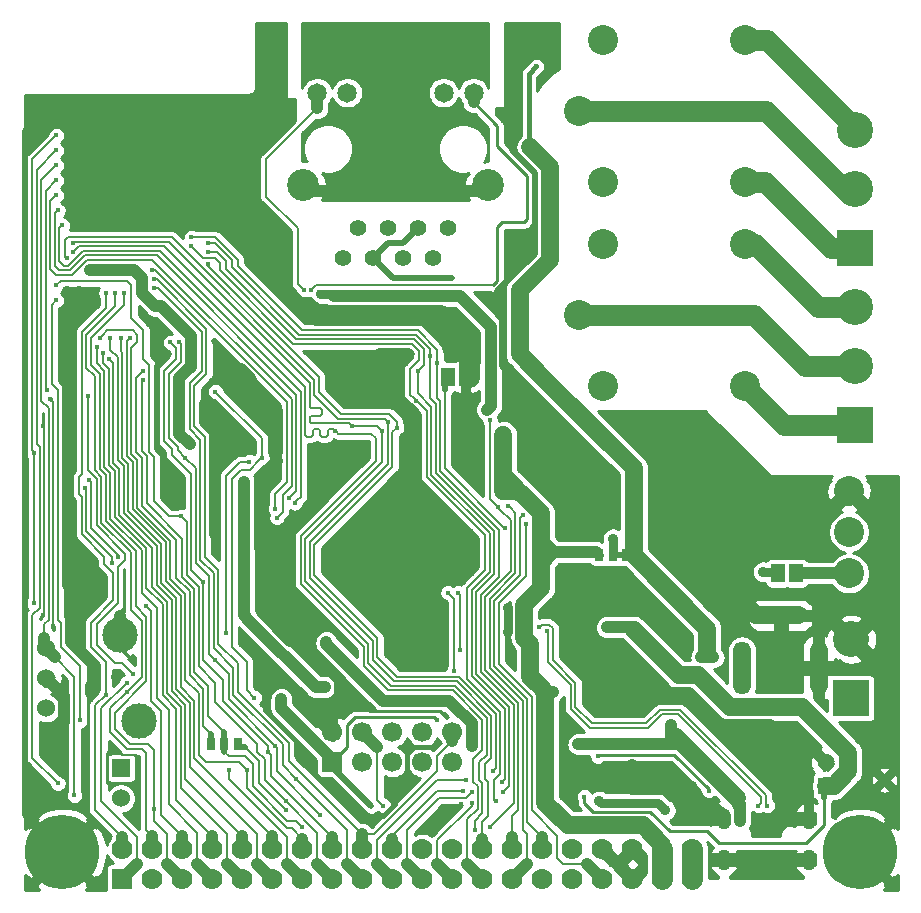
<source format=gbr>
G04 #@! TF.GenerationSoftware,KiCad,Pcbnew,5.1.0-rc2-unknown-036be7d~80~ubuntu16.04.1*
G04 #@! TF.CreationDate,2019-04-19T14:17:20+03:00*
G04 #@! TF.ProjectId,ESP32-EVB_Rev_H,45535033-322d-4455-9642-5f5265765f48,H*
G04 #@! TF.SameCoordinates,Original*
G04 #@! TF.FileFunction,Copper,L2,Bot*
G04 #@! TF.FilePolarity,Positive*
%FSLAX46Y46*%
G04 Gerber Fmt 4.6, Leading zero omitted, Abs format (unit mm)*
G04 Created by KiCad (PCBNEW 5.1.0-rc2-unknown-036be7d~80~ubuntu16.04.1) date 2019-04-19 14:17:20*
%MOMM*%
%LPD*%
G04 APERTURE LIST*
%ADD10C,0.508000*%
%ADD11O,1.200000X1.800000*%
%ADD12R,1.400000X1.400000*%
%ADD13C,1.400000*%
%ADD14C,1.650000*%
%ADD15C,2.700000*%
%ADD16C,1.410000*%
%ADD17R,1.168400X1.600200*%
%ADD18C,1.778000*%
%ADD19R,1.778000X1.778000*%
%ADD20C,1.200000*%
%ADD21C,6.300000*%
%ADD22R,3.048000X3.048000*%
%ADD23C,3.048000*%
%ADD24O,4.500000X1.500000*%
%ADD25O,1.500000X4.500000*%
%ADD26C,1.000000*%
%ADD27C,2.540000*%
%ADD28C,1.700000*%
%ADD29R,1.700000X1.700000*%
%ADD30R,0.400000X0.400000*%
%ADD31R,1.422400X1.422400*%
%ADD32R,1.524000X1.524000*%
%ADD33C,1.524000*%
%ADD34C,3.000000*%
%ADD35C,1.300000*%
%ADD36C,2.000000*%
%ADD37R,0.762000X1.016000*%
%ADD38C,0.900000*%
%ADD39C,0.450000*%
%ADD40C,0.750000*%
%ADD41C,1.778000*%
%ADD42C,1.016000*%
%ADD43C,0.762000*%
%ADD44C,1.524000*%
%ADD45C,0.406400*%
%ADD46C,0.254000*%
%ADD47C,0.203200*%
G04 APERTURE END LIST*
D10*
X121158000Y-112776000D02*
X120015000Y-112776000D01*
D11*
X129400000Y-138553000D03*
X129400000Y-135083000D03*
X136600000Y-135083000D03*
X136600000Y-138553000D03*
D12*
X138046460Y-132326380D03*
D13*
X138043920Y-130314700D03*
D14*
X105670000Y-73610500D03*
X94990000Y-73610500D03*
D15*
X93800000Y-81409000D03*
X109400000Y-81409000D03*
D14*
X108210000Y-73610500D03*
X97530000Y-73610500D03*
D16*
X97165000Y-87599000D03*
X98435000Y-85059000D03*
X99705000Y-87599000D03*
X100975000Y-85059000D03*
X102245000Y-87599000D03*
X103515000Y-85059000D03*
X104785000Y-87599000D03*
X106055000Y-85059000D03*
D17*
X135509000Y-114300000D03*
X133985000Y-114300000D03*
X133985000Y-114300000D03*
D18*
X101346000Y-137668000D03*
X101346000Y-140208000D03*
X98806000Y-137668000D03*
X98806000Y-140208000D03*
X96266000Y-137668000D03*
X96266000Y-140208000D03*
X93726000Y-137668000D03*
X93726000Y-140208000D03*
X91186000Y-137668000D03*
X91186000Y-140208000D03*
X81026000Y-137668000D03*
X81026000Y-140208000D03*
X78486000Y-137668000D03*
D19*
X78486000Y-140208000D03*
D18*
X83566000Y-140208000D03*
X83566000Y-137668000D03*
X86106000Y-137668000D03*
X86106000Y-140208000D03*
X88646000Y-140208000D03*
X88646000Y-137668000D03*
X114046000Y-137668000D03*
X114046000Y-140208000D03*
X111506000Y-140208000D03*
X111506000Y-137668000D03*
X108966000Y-137668000D03*
X108966000Y-140208000D03*
X103886000Y-140208000D03*
X103886000Y-137668000D03*
X106426000Y-140208000D03*
X106426000Y-137668000D03*
X116586000Y-140208000D03*
X116586000Y-137668000D03*
X119126000Y-140208000D03*
X119126000Y-137668000D03*
X121666000Y-140208000D03*
X121666000Y-137668000D03*
X124206000Y-140208000D03*
X124206000Y-137668000D03*
X126746000Y-140208000D03*
X126746000Y-137668000D03*
D20*
X70993000Y-137922000D03*
X75819000Y-137922000D03*
X75057000Y-139573000D03*
X71755000Y-139700000D03*
X75057000Y-136271000D03*
X71755000Y-136271000D03*
X73406000Y-140335000D03*
X73406000Y-135509000D03*
D21*
X73406000Y-137922000D03*
D20*
X138557000Y-137922000D03*
X143383000Y-137922000D03*
X142621000Y-139573000D03*
X139319000Y-139700000D03*
X142621000Y-136271000D03*
X139319000Y-136271000D03*
X140970000Y-140335000D03*
X140970000Y-135509000D03*
D21*
X140970000Y-137922000D03*
D22*
X140208000Y-124895000D03*
D23*
X140208000Y-119895000D03*
D24*
X134237000Y-117869000D03*
D25*
X137437000Y-122319000D03*
X130937000Y-122319000D03*
D26*
X143002000Y-131826000D03*
D23*
X140500000Y-76774000D03*
D22*
X140500000Y-86774000D03*
D23*
X140500000Y-81774000D03*
X140500000Y-91774000D03*
D22*
X140500000Y-101774000D03*
D23*
X140500000Y-96774000D03*
D17*
X106045000Y-97663000D03*
X107569000Y-97663000D03*
X107569000Y-97663000D03*
D27*
X117176000Y-92456000D03*
X131176000Y-98456000D03*
X131176000Y-86456000D03*
X119176000Y-86456000D03*
X119176000Y-98456000D03*
X117176000Y-75184000D03*
X131176000Y-81184000D03*
X131176000Y-69184000D03*
X119176000Y-69184000D03*
X119176000Y-81184000D03*
D28*
X106426000Y-127762000D03*
X106426000Y-130302000D03*
X103886000Y-127762000D03*
X103886000Y-130302000D03*
X101346000Y-127762000D03*
X101346000Y-130302000D03*
X98806000Y-127762000D03*
X98806000Y-130302000D03*
X96266000Y-127762000D03*
D29*
X96266000Y-130302000D03*
D27*
X140000000Y-114315000D03*
X140000000Y-107315000D03*
X140000000Y-110815000D03*
D30*
X101249000Y-97544000D03*
X101249000Y-98544000D03*
X100449000Y-99344000D03*
X99449000Y-99344000D03*
X98649000Y-98544000D03*
X98649000Y-97544000D03*
X99449000Y-96744000D03*
X100449000Y-96744000D03*
D31*
X99949000Y-98044000D03*
D32*
X78359000Y-130810000D03*
D33*
X78359000Y-133350000D03*
D34*
X79909000Y-126840000D03*
X78309000Y-119540000D03*
D33*
X72009000Y-125730000D03*
X72009000Y-123190000D03*
X72009000Y-120650000D03*
D35*
X80810000Y-82083000D03*
X77210000Y-82083000D03*
X79010000Y-83883000D03*
X79010000Y-80283000D03*
X80810000Y-80283000D03*
X77210000Y-80283000D03*
X80810000Y-83883000D03*
D36*
X79010000Y-82083000D03*
D35*
X77210000Y-83883000D03*
D37*
X118872000Y-112776000D03*
X120015000Y-112776000D03*
X121158000Y-112776000D03*
X88265000Y-128778000D03*
X87122000Y-128778000D03*
X85979000Y-128778000D03*
D38*
X124460000Y-134366000D03*
X128524000Y-121412000D03*
X127508000Y-121412000D03*
D39*
X113538000Y-71374000D03*
D38*
X112141000Y-95758000D03*
X113030000Y-78232000D03*
X118872000Y-133604000D03*
X107823000Y-110871000D03*
X105537000Y-110871000D03*
X103632000Y-110871000D03*
D39*
X79756000Y-132080000D03*
X72644000Y-118745000D03*
X72390000Y-99568000D03*
X71755000Y-101854000D03*
X71755000Y-117856000D03*
D38*
X135001000Y-133985000D03*
X73914000Y-94361000D03*
X73914000Y-95631000D03*
X75819000Y-124460000D03*
X127508000Y-109728000D03*
D39*
X104902000Y-129032000D03*
D38*
X128524000Y-103251000D03*
X131572000Y-107061000D03*
X135382000Y-107061000D03*
X133985000Y-108458000D03*
X124333000Y-106680000D03*
X124333000Y-103251000D03*
X126111000Y-101346000D03*
X91059000Y-69469000D03*
X91059000Y-68199000D03*
X85979000Y-76073000D03*
X83185000Y-76073000D03*
X80391000Y-76073000D03*
X77089000Y-76073000D03*
X75819000Y-83693000D03*
X75565000Y-81280000D03*
X75565000Y-78105000D03*
X75565000Y-74295000D03*
X78740000Y-74295000D03*
X78740000Y-78105000D03*
X81915000Y-78105000D03*
X81915000Y-74295000D03*
X84455000Y-74295000D03*
X90551000Y-124079000D03*
X103632000Y-121158000D03*
X101092000Y-121158000D03*
X102362000Y-119761000D03*
X101092000Y-118491000D03*
X101092000Y-116967000D03*
X99949000Y-114173000D03*
X97536000Y-114173000D03*
X106172000Y-114173000D03*
X107950000Y-114173000D03*
X102743000Y-112649000D03*
X97917000Y-110871000D03*
X100457000Y-110871000D03*
X101219000Y-115443000D03*
X121666000Y-130556000D03*
X121666000Y-131572000D03*
X121666000Y-132588000D03*
X104902000Y-115443000D03*
X73914000Y-108204000D03*
D39*
X86868000Y-96774000D03*
D38*
X85471000Y-99949000D03*
X74168000Y-115570000D03*
X73914000Y-102108000D03*
X77978000Y-123063000D03*
X76200000Y-123444000D03*
X86360000Y-108458000D03*
X92583000Y-110998000D03*
X92583000Y-112014000D03*
X92583000Y-113030000D03*
X90170000Y-109982000D03*
X90170000Y-111125000D03*
X74168000Y-120142000D03*
X74168000Y-119126000D03*
X75184000Y-115570000D03*
X82804000Y-107442000D03*
X82804000Y-108458000D03*
X73914000Y-104394000D03*
X74803000Y-90424000D03*
X103124000Y-101981000D03*
X120396000Y-126111000D03*
X130175000Y-127381000D03*
X118237000Y-114427000D03*
X117094000Y-114427000D03*
X115951000Y-114427000D03*
X126111000Y-105029000D03*
X117475000Y-109601000D03*
X106426000Y-95123000D03*
X111506000Y-85852000D03*
D39*
X111379000Y-88138000D03*
D38*
X91567000Y-104775000D03*
X91694000Y-74676000D03*
X92710000Y-74676000D03*
X92456000Y-88138000D03*
X94234000Y-91821000D03*
X110236000Y-91186000D03*
X106426000Y-94107000D03*
D39*
X102362000Y-95504000D03*
X102997000Y-95758000D03*
D38*
X98806000Y-104648000D03*
X117856000Y-117475000D03*
X116840000Y-117602000D03*
X118364000Y-125095000D03*
X119380000Y-125095000D03*
X120396000Y-125095000D03*
X103632000Y-118491000D03*
X76200000Y-115570000D03*
X93980000Y-120015000D03*
X74168000Y-118110000D03*
X90170000Y-112141000D03*
D39*
X86233000Y-94615000D03*
D38*
X123825000Y-109728000D03*
X73914000Y-109474000D03*
X73533000Y-126873000D03*
X102806500Y-100774490D03*
D39*
X89662000Y-97853500D03*
X89662000Y-98488500D03*
D38*
X91313000Y-88138000D03*
X73914000Y-100838000D03*
X135636000Y-130937000D03*
X134620000Y-130937000D03*
X126746000Y-132334000D03*
X125476000Y-132334000D03*
X111125000Y-119253000D03*
X111125000Y-117221000D03*
X102362000Y-122174000D03*
X97409000Y-123952000D03*
X73279000Y-74549000D03*
X86741000Y-74549000D03*
X83947000Y-78105000D03*
X83947000Y-79883000D03*
X83439000Y-82042000D03*
X83185000Y-83947000D03*
X73787000Y-90424000D03*
D39*
X81407000Y-101219000D03*
X82423000Y-95758000D03*
X91313000Y-90043000D03*
X107188000Y-133858000D03*
D38*
X121539000Y-118872000D03*
X119507000Y-118872000D03*
X120523000Y-118872000D03*
D39*
X117602000Y-133223000D03*
X93726000Y-135763000D03*
X72136000Y-98806000D03*
X80264000Y-97917000D03*
X72898000Y-81026000D03*
D38*
X91948000Y-124968000D03*
D39*
X99568000Y-133985000D03*
X105156000Y-126746000D03*
D38*
X88773016Y-117856000D03*
X84201000Y-103378000D03*
X95631000Y-123952000D03*
X88773000Y-106553000D03*
X88773000Y-107569000D03*
X114935000Y-124333000D03*
X113919000Y-124333000D03*
X88773000Y-113538000D03*
D39*
X84074000Y-97028000D03*
D38*
X117602000Y-112522000D03*
X110744000Y-102616000D03*
X112014000Y-107315000D03*
X110743994Y-107315000D03*
X75742800Y-88646000D03*
D39*
X106426000Y-89281000D03*
X105791000Y-98806000D03*
X110871000Y-110482834D03*
X78867000Y-124333000D03*
X77851000Y-90551000D03*
X100584000Y-133985000D03*
X70993000Y-104140000D03*
X70993000Y-116840000D03*
X112649000Y-110109000D03*
X72898000Y-77216000D03*
X108331000Y-136017000D03*
X97917000Y-101854000D03*
X100457000Y-102235000D03*
X74295000Y-86360000D03*
X85725000Y-87122000D03*
X103505000Y-97155000D03*
X107315000Y-132715000D03*
X110617000Y-131953000D03*
X74295000Y-87122000D03*
X96520000Y-102235000D03*
X73406000Y-84836000D03*
X109601004Y-101346000D03*
X93066545Y-108355456D03*
X110257913Y-108690079D03*
X73025000Y-83566000D03*
X92583000Y-107950000D03*
X111124960Y-108585000D03*
X77470000Y-94361000D03*
X77343000Y-96139000D03*
X76327000Y-95123000D03*
X76835000Y-95631000D03*
X77089000Y-124587000D03*
X77089000Y-90551000D03*
X78359000Y-94361000D03*
X79121000Y-94361000D03*
D40*
X95250000Y-90678000D03*
D38*
X103505000Y-90805000D03*
D39*
X99314000Y-90805000D03*
D38*
X109347000Y-100456994D03*
D39*
X105156000Y-96520000D03*
X84328000Y-85852000D03*
X109601000Y-135763000D03*
X104521000Y-95885000D03*
X85725000Y-86360000D03*
X108077000Y-132842000D03*
X110744000Y-132842000D03*
X94488000Y-90297000D03*
X93853000Y-90297000D03*
D38*
X103505000Y-68580000D03*
X106680000Y-68580000D03*
X99695000Y-68580000D03*
X96520000Y-68580000D03*
X97790000Y-70485000D03*
X95250000Y-70485000D03*
X105410000Y-70485000D03*
X107950000Y-70485000D03*
X103505000Y-72390000D03*
X99695000Y-72390000D03*
X97155000Y-75565000D03*
X99695000Y-76200000D03*
X103505000Y-76200000D03*
X106045000Y-75565000D03*
X101600000Y-78105000D03*
X101600000Y-74295000D03*
X101600000Y-70485000D03*
X99695000Y-80010000D03*
X103505000Y-80010000D03*
X105410000Y-81915000D03*
X97790000Y-81915000D03*
X101600000Y-81915000D03*
X132715000Y-114173000D03*
D39*
X73025000Y-132080000D03*
X72898000Y-78486000D03*
X74422000Y-133096000D03*
X72898000Y-79756000D03*
X84328000Y-86614000D03*
X103378000Y-99695000D03*
X108077000Y-133731000D03*
X110109000Y-133604000D03*
X100965000Y-101473000D03*
X73787000Y-87630000D03*
X112395000Y-109401457D03*
X91567000Y-109601000D03*
X72898000Y-82296000D03*
X91440000Y-108839000D03*
X80518000Y-117094000D03*
X81026000Y-88646000D03*
X81153000Y-134239000D03*
X78613000Y-90551000D03*
X78867000Y-123571000D03*
X86360000Y-98933000D03*
X89662000Y-124841000D03*
X90297000Y-104521000D03*
X95250000Y-134747000D03*
X83820000Y-104521000D03*
X83312000Y-94742000D03*
X91440000Y-128905000D03*
X86360000Y-121666000D03*
X74930000Y-126746000D03*
X87503000Y-130937000D03*
X72898000Y-91186000D03*
X76581000Y-94361000D03*
X89027000Y-130937000D03*
X83439000Y-109474000D03*
X92329000Y-133604000D03*
X72898000Y-89916000D03*
X82550000Y-94742000D03*
X90805000Y-129413000D03*
X85344000Y-115062000D03*
X93218000Y-131699000D03*
X81153000Y-90170000D03*
X81153000Y-89408000D03*
X101727000Y-101981000D03*
X107569000Y-131826000D03*
X109855000Y-131064000D03*
X85725000Y-88138000D03*
D38*
X124968000Y-128143000D03*
X124968000Y-127127000D03*
X130810000Y-135255000D03*
X130810000Y-134239000D03*
X117094000Y-128778000D03*
X108077000Y-128905000D03*
X95758000Y-120142000D03*
D39*
X106045000Y-115951000D03*
X106553000Y-122555000D03*
X106299000Y-124841000D03*
X75311000Y-107061000D03*
X77597000Y-113411000D03*
X75692000Y-106426000D03*
X78105000Y-112903000D03*
X133096000Y-133985000D03*
X113792000Y-118872000D03*
X132334000Y-133985000D03*
X114398614Y-119154386D03*
X87249004Y-119376258D03*
X89241828Y-104862828D03*
D38*
X120015000Y-111379000D03*
D39*
X79375000Y-122809000D03*
X75565000Y-99314000D03*
X128143000Y-132715000D03*
X118745000Y-129794000D03*
X80264000Y-97155000D03*
X92329000Y-134366000D03*
X107061000Y-120777000D03*
X106934000Y-115951000D03*
D41*
X126746000Y-137668000D02*
X126746000Y-140208000D01*
D42*
X128016000Y-121412000D02*
X128016000Y-120904000D01*
X127508000Y-121412000D02*
X128016000Y-121412000D01*
X128016000Y-121412000D02*
X128524000Y-121412000D01*
D43*
X121158000Y-112776000D02*
X121793000Y-112776000D01*
D44*
X112141000Y-95758000D02*
X112141000Y-90297000D01*
X112141000Y-90297000D02*
X114681000Y-87757000D01*
D45*
X113538000Y-71374000D02*
X112903000Y-72009000D01*
X112903000Y-72009000D02*
X112903000Y-78105000D01*
X112903000Y-78105000D02*
X113030000Y-78232000D01*
D44*
X114681000Y-87757000D02*
X114681000Y-79883000D01*
X113030000Y-78232000D02*
X114681000Y-79883000D01*
X114300000Y-97917000D02*
X112141000Y-95758000D01*
X121793000Y-105410000D02*
X114300000Y-97917000D01*
X121793000Y-112776000D02*
X121793000Y-105410000D01*
X128016000Y-118999000D02*
X128016000Y-120904000D01*
X121793000Y-112776000D02*
X128016000Y-118999000D01*
D43*
X123825000Y-133731000D02*
X124460000Y-134366000D01*
X118999000Y-133731000D02*
X123825000Y-133731000D01*
X118872000Y-133604000D02*
X118999000Y-133731000D01*
D10*
X102743000Y-95504000D02*
X102362000Y-95504000D01*
X102997000Y-95758000D02*
X102743000Y-95504000D01*
X102362000Y-95504000D02*
X100181000Y-95504000D01*
X100181000Y-95504000D02*
X99949000Y-95736000D01*
X99949000Y-95736000D02*
X99949000Y-98044000D01*
D44*
X103124000Y-101981000D02*
X103124000Y-110363000D01*
X103124000Y-110363000D02*
X103632000Y-110871000D01*
D42*
X103182001Y-110421001D02*
X103632000Y-110871000D01*
X103124000Y-109728000D02*
X103124000Y-110363000D01*
X103632000Y-112649000D02*
X103632000Y-110871000D01*
X103124000Y-110363000D02*
X103182001Y-110421001D01*
X97917000Y-110871000D02*
X100457000Y-110871000D01*
D46*
X71755000Y-101854000D02*
X71755000Y-100711000D01*
D47*
X78486000Y-129667000D02*
X78232000Y-129413000D01*
X79756000Y-132080000D02*
X79756000Y-129667000D01*
X79756000Y-129667000D02*
X78486000Y-129667000D01*
D46*
X77216000Y-129540000D02*
X77470000Y-129286000D01*
X77216000Y-132080000D02*
X77216000Y-129540000D01*
X75819000Y-124460000D02*
X75565000Y-124714000D01*
X75565000Y-124714000D02*
X75565000Y-127762000D01*
X75565000Y-127762000D02*
X75438000Y-127889000D01*
X79756000Y-132080000D02*
X77216000Y-132080000D01*
D47*
X72390000Y-99568000D02*
X72644000Y-99822000D01*
X72644000Y-99822000D02*
X72644000Y-118745000D01*
X71755000Y-101854000D02*
X71882000Y-101981000D01*
X71882000Y-101981000D02*
X71882000Y-117729000D01*
X71755000Y-117856000D02*
X71882000Y-117729000D01*
D42*
X135636000Y-133350000D02*
X135001000Y-133985000D01*
X129400000Y-135083000D02*
X129400000Y-134861000D01*
X129400000Y-134861000D02*
X128524000Y-133985000D01*
X73914000Y-109474000D02*
X73914000Y-115316000D01*
X73914000Y-115316000D02*
X74168000Y-115570000D01*
X73533000Y-124714000D02*
X73533000Y-126873000D01*
X75819000Y-124460000D02*
X75819000Y-123825000D01*
X75819000Y-123825000D02*
X76200000Y-123444000D01*
D10*
X107569000Y-97663000D02*
X107823000Y-97663000D01*
X107823000Y-97663000D02*
X108204000Y-97536000D01*
X108204000Y-97536000D02*
X107823000Y-97663000D01*
D45*
X102616000Y-129413000D02*
X102997000Y-129032000D01*
X102997000Y-129032000D02*
X104902000Y-129032000D01*
X93218000Y-129667000D02*
X98425000Y-134874000D01*
X98425000Y-134874000D02*
X100584000Y-134874000D01*
X100584000Y-134874000D02*
X101600000Y-133858000D01*
X101600000Y-133858000D02*
X101600000Y-132461000D01*
X101600000Y-132461000D02*
X102616000Y-131445000D01*
X102616000Y-131445000D02*
X102616000Y-129413000D01*
X93218000Y-128524000D02*
X93218000Y-129667000D01*
X90551000Y-124079000D02*
X90551000Y-125857000D01*
X90551000Y-125857000D02*
X93218000Y-128524000D01*
D42*
X128524000Y-103251000D02*
X128524000Y-104013000D01*
X128524000Y-104013000D02*
X131572000Y-107061000D01*
X135382000Y-107061000D02*
X133985000Y-108458000D01*
X124333000Y-105029000D02*
X124333000Y-106680000D01*
X126111000Y-105029000D02*
X124333000Y-105029000D01*
X126111000Y-101346000D02*
X126111000Y-105029000D01*
X91059000Y-69469000D02*
X91059000Y-68199000D01*
X85979000Y-76073000D02*
X83185000Y-76073000D01*
X80391000Y-76073000D02*
X77089000Y-76073000D01*
X75565000Y-81280000D02*
X75565000Y-78105000D01*
X75565000Y-74295000D02*
X78740000Y-74295000D01*
X78740000Y-78105000D02*
X81915000Y-78105000D01*
X81915000Y-74295000D02*
X84455000Y-74295000D01*
X102362000Y-121158000D02*
X103632000Y-121158000D01*
X101092000Y-118491000D02*
X101092000Y-116967000D01*
X101219000Y-115443000D02*
X99949000Y-114173000D01*
X104902000Y-115443000D02*
X106172000Y-114173000D01*
X103632000Y-112649000D02*
X102743000Y-112649000D01*
X103505000Y-115443000D02*
X101219000Y-115443000D01*
X121666000Y-131572000D02*
X121666000Y-130556000D01*
X121666000Y-131572000D02*
X121666000Y-132334000D01*
X121666000Y-132334000D02*
X121666000Y-132588000D01*
X103632000Y-115443000D02*
X103505000Y-115443000D01*
X103505000Y-115443000D02*
X104902000Y-115443000D01*
X96266000Y-127762000D02*
X96266000Y-126238000D01*
X96266000Y-126238000D02*
X96901000Y-125603000D01*
X74168000Y-118110000D02*
X74168000Y-115570000D01*
X93980000Y-120015000D02*
X92710000Y-120015000D01*
X92710000Y-120015000D02*
X90297000Y-117602000D01*
X86360000Y-108458000D02*
X86360000Y-102362000D01*
X86360000Y-102362000D02*
X85471000Y-101473000D01*
X85471000Y-101473000D02*
X85471000Y-99949000D01*
D10*
X86233000Y-94615000D02*
X86868000Y-95250000D01*
X86868000Y-95250000D02*
X86868000Y-96774000D01*
D42*
X74168000Y-120142000D02*
X76200000Y-122174000D01*
X76200000Y-122174000D02*
X76200000Y-123444000D01*
X86360000Y-108458000D02*
X86360000Y-110998000D01*
X98806000Y-104648000D02*
X92583000Y-110871000D01*
X92583000Y-110871000D02*
X92583000Y-110998000D01*
X92583000Y-110998000D02*
X92583000Y-112014000D01*
X92583000Y-113030000D02*
X92583000Y-112014000D01*
X90170000Y-109982000D02*
X90170000Y-106172000D01*
X90170000Y-106172000D02*
X91567000Y-104775000D01*
X90170000Y-109982000D02*
X90170000Y-111125000D01*
X90170000Y-111125000D02*
X90170000Y-112141000D01*
X74168000Y-119126000D02*
X74168000Y-120142000D01*
X74168000Y-118110000D02*
X74168000Y-119126000D01*
X75184000Y-115570000D02*
X74168000Y-115570000D01*
X76200000Y-115570000D02*
X75184000Y-115570000D01*
D43*
X82804000Y-107442000D02*
X82804000Y-108458000D01*
D42*
X73914000Y-104394000D02*
X73914000Y-108204000D01*
X73914000Y-108204000D02*
X73914000Y-109474000D01*
X73914000Y-102108000D02*
X73914000Y-104394000D01*
D44*
X129032000Y-127381000D02*
X126365000Y-124714000D01*
X126365000Y-124714000D02*
X122428000Y-124714000D01*
X135636000Y-129794000D02*
X133223000Y-127381000D01*
X133223000Y-127381000D02*
X130175000Y-127381000D01*
X130175000Y-127381000D02*
X129032000Y-127381000D01*
X135636000Y-133357000D02*
X135636000Y-133350000D01*
D42*
X116840000Y-117475000D02*
X115951000Y-116586000D01*
X115951000Y-116586000D02*
X115951000Y-114427000D01*
X118237000Y-114427000D02*
X117094000Y-114427000D01*
X115951000Y-114427000D02*
X117094000Y-114427000D01*
D41*
X105410000Y-92456000D02*
X106426000Y-93472000D01*
X106426000Y-93472000D02*
X106426000Y-94107000D01*
X107823000Y-95123000D02*
X106426000Y-95123000D01*
X106426000Y-95123000D02*
X106426000Y-94107000D01*
D10*
X110617000Y-92329000D02*
X110236000Y-91948000D01*
X110236000Y-91948000D02*
X110236000Y-91186000D01*
X110236000Y-90424000D02*
X110236000Y-91186000D01*
X113411000Y-85852000D02*
X111506000Y-85852000D01*
D43*
X91694000Y-104013000D02*
X91694000Y-100457000D01*
X91567000Y-104775000D02*
X91567000Y-104140000D01*
X91567000Y-104140000D02*
X91694000Y-104013000D01*
D10*
X113411000Y-80391000D02*
X111506000Y-78486000D01*
X111506000Y-78486000D02*
X111506000Y-71628000D01*
X110236000Y-90424000D02*
X113411000Y-87249000D01*
X113411000Y-87249000D02*
X113411000Y-85852000D01*
X113411000Y-85852000D02*
X113411000Y-85725000D01*
X113411000Y-85725000D02*
X113411000Y-80391000D01*
D42*
X92710000Y-74676000D02*
X91694000Y-74676000D01*
D10*
X110998000Y-99568000D02*
X110998000Y-97155000D01*
X110998000Y-97155000D02*
X110617000Y-96774000D01*
X110617000Y-92329000D02*
X110617000Y-96774000D01*
D41*
X107823000Y-97663000D02*
X107823000Y-95123000D01*
D42*
X102362000Y-121158000D02*
X102362000Y-119761000D01*
X102362000Y-119761000D02*
X103632000Y-118491000D01*
D44*
X116840000Y-117475000D02*
X116840000Y-117602000D01*
D42*
X103632000Y-118491000D02*
X103632000Y-115443000D01*
X103632000Y-115443000D02*
X103632000Y-112649000D01*
X96901000Y-123444000D02*
X97028000Y-123444000D01*
X97028000Y-123444000D02*
X96901000Y-123444000D01*
X73533000Y-124714000D02*
X72009000Y-123190000D01*
X90297000Y-112268000D02*
X90297000Y-117602000D01*
X96901000Y-123444000D02*
X96901000Y-125603000D01*
X90170000Y-112141000D02*
X90297000Y-112268000D01*
D41*
X94869000Y-92456000D02*
X105410000Y-92456000D01*
X94234000Y-91821000D02*
X94869000Y-92456000D01*
D44*
X134237000Y-117869000D02*
X132093000Y-117869000D01*
X132093000Y-117869000D02*
X123825000Y-109728000D01*
D42*
X128524000Y-133985000D02*
X127254000Y-133985000D01*
X127254000Y-133985000D02*
X126365000Y-133985000D01*
D44*
X103124000Y-101981000D02*
X103124000Y-101092000D01*
X102806500Y-100774500D02*
X102806500Y-100774490D01*
X99949000Y-98044000D02*
X100076010Y-98044000D01*
X103124000Y-101092000D02*
X102806500Y-100774500D01*
X102356501Y-100324491D02*
X102806500Y-100774490D01*
X100076010Y-98044000D02*
X102356501Y-100324491D01*
D10*
X86868000Y-96774000D02*
X88582500Y-96774000D01*
X88582500Y-96774000D02*
X89437001Y-97628501D01*
X89437001Y-97628501D02*
X89662000Y-97853500D01*
X91630500Y-100457000D02*
X89886999Y-98713499D01*
X89662000Y-97853500D02*
X89662000Y-98488500D01*
X89886999Y-98713499D02*
X89662000Y-98488500D01*
X91694000Y-100457000D02*
X91630500Y-100457000D01*
D44*
X91313000Y-88774396D02*
X91313000Y-88138000D01*
X91313000Y-89536396D02*
X91313000Y-88774396D01*
D41*
X90863001Y-87688001D02*
X91313000Y-88138000D01*
X82643200Y-82219000D02*
X85394000Y-82219000D01*
X85394000Y-82219000D02*
X90863001Y-87688001D01*
D44*
X93597604Y-91821000D02*
X91313000Y-89536396D01*
X94234000Y-91821000D02*
X93597604Y-91821000D01*
D42*
X73914000Y-95631000D02*
X73914000Y-100838000D01*
X73914000Y-102108000D02*
X73914000Y-100838000D01*
X122047000Y-125095000D02*
X122428000Y-124714000D01*
X120396000Y-125095000D02*
X122047000Y-125095000D01*
D44*
X135636000Y-133350000D02*
X135636000Y-130937000D01*
X135636000Y-130937000D02*
X135636000Y-129794000D01*
D42*
X135636000Y-130937000D02*
X134620000Y-130937000D01*
D43*
X126746000Y-132334000D02*
X126619000Y-132461000D01*
X126619000Y-133731000D02*
X126365000Y-133985000D01*
X126619000Y-132461000D02*
X126619000Y-133731000D01*
D44*
X116840000Y-120650000D02*
X116840000Y-117475000D01*
X118364000Y-122174000D02*
X116840000Y-120650000D01*
X118364000Y-125095000D02*
X118364000Y-122174000D01*
D43*
X111125000Y-117221000D02*
X111125000Y-119253000D01*
D42*
X96901000Y-123317000D02*
X96901000Y-123444000D01*
X93980000Y-120396000D02*
X96901000Y-123317000D01*
X93980000Y-120015000D02*
X93980000Y-120396000D01*
X102362000Y-122174000D02*
X102362000Y-121158000D01*
X97409000Y-123952000D02*
X96901000Y-123444000D01*
X121920000Y-132588000D02*
X121666000Y-132334000D01*
X125222000Y-132588000D02*
X121920000Y-132588000D01*
X125476000Y-132334000D02*
X125222000Y-132588000D01*
D46*
X115824000Y-129667000D02*
X115824000Y-127889000D01*
X116713000Y-130556000D02*
X115824000Y-129667000D01*
X121666000Y-130556000D02*
X116713000Y-130556000D01*
D42*
X78309000Y-119540000D02*
X78309000Y-117906000D01*
D10*
X70231000Y-134747000D02*
X73406000Y-137922000D01*
X70231000Y-76835000D02*
X70231000Y-134747000D01*
X72517000Y-74549000D02*
X70231000Y-76835000D01*
X73279000Y-74549000D02*
X72517000Y-74549000D01*
D42*
X83947000Y-78680000D02*
X82643200Y-79983800D01*
X83947000Y-78105000D02*
X83947000Y-78680000D01*
D10*
X82042000Y-106680000D02*
X82804000Y-107442000D01*
X82423000Y-95758000D02*
X81407000Y-96774000D01*
X81407000Y-96774000D02*
X81407000Y-103759000D01*
X81407000Y-103759000D02*
X82042000Y-104394000D01*
X82042000Y-104394000D02*
X82042000Y-106680000D01*
D46*
X78613000Y-117602000D02*
X78613000Y-113919000D01*
X78309000Y-117906000D02*
X78613000Y-117602000D01*
X78309000Y-119540000D02*
X78309000Y-120600000D01*
X78309000Y-120600000D02*
X79248000Y-121539000D01*
X97409000Y-123952000D02*
X99441000Y-125984000D01*
X99441000Y-125984000D02*
X105410000Y-125984000D01*
X105410000Y-125984000D02*
X105791000Y-126365000D01*
D44*
X139946380Y-129532380D02*
X136017000Y-125603000D01*
X136017000Y-125603000D02*
X129921000Y-125603000D01*
X125603000Y-122936000D02*
X121793000Y-119126000D01*
D42*
X121793000Y-119126000D02*
X121539000Y-118872000D01*
D44*
X127254000Y-122936000D02*
X125603000Y-122936000D01*
X138046460Y-132326380D02*
X138691620Y-132326380D01*
X138691620Y-132326380D02*
X139946380Y-131071620D01*
X139946380Y-131071620D02*
X139946380Y-129532380D01*
D42*
X121539000Y-118872000D02*
X120523000Y-118872000D01*
D44*
X129921000Y-125603000D02*
X127254000Y-122936000D01*
D42*
X120523000Y-118872000D02*
X119507000Y-118872000D01*
D10*
X138046460Y-132326380D02*
X137922000Y-132450840D01*
X137922000Y-132450840D02*
X137922000Y-133350000D01*
D46*
X117602000Y-133731000D02*
X117602000Y-133223000D01*
X118364000Y-134493000D02*
X117602000Y-133731000D01*
X123190000Y-134493000D02*
X118364000Y-134493000D01*
X124841000Y-136144000D02*
X123190000Y-134493000D01*
X128016000Y-136144000D02*
X124841000Y-136144000D01*
X137922000Y-133350000D02*
X137922000Y-135636000D01*
X137922000Y-135636000D02*
X136398000Y-137160000D01*
X136398000Y-137160000D02*
X129032000Y-137160000D01*
X129032000Y-137160000D02*
X128016000Y-136144000D01*
D10*
X87122000Y-128778000D02*
X87122000Y-127762000D01*
X87122000Y-128778000D02*
X87122000Y-129413000D01*
D47*
X72136000Y-98679000D02*
X72136000Y-98806000D01*
X72009000Y-81915000D02*
X72009000Y-98552000D01*
X72009000Y-98552000D02*
X72136000Y-98679000D01*
X72898000Y-81026000D02*
X72009000Y-81915000D01*
X80137000Y-98044000D02*
X80264000Y-97917000D01*
X84582000Y-122682000D02*
X84582000Y-115620800D01*
X85725000Y-126365000D02*
X85725000Y-123825000D01*
X83566000Y-114604800D02*
X83566000Y-111379000D01*
X84582000Y-115620800D02*
X83566000Y-114604800D01*
X80543400Y-104394000D02*
X80137000Y-103987600D01*
X83566000Y-111379000D02*
X80543400Y-108356400D01*
X80543400Y-108356400D02*
X80543400Y-104394000D01*
X85725000Y-123825000D02*
X84582000Y-122682000D01*
X87122000Y-127762000D02*
X85725000Y-126365000D01*
X80137000Y-103987600D02*
X80137000Y-98044000D01*
X93218000Y-135255000D02*
X93726000Y-135763000D01*
X89535000Y-132334000D02*
X92456000Y-135255000D01*
X87122000Y-129413000D02*
X87503000Y-129794000D01*
X92456000Y-135255000D02*
X93218000Y-135255000D01*
X87503000Y-129794000D02*
X88900000Y-129794000D01*
X88900000Y-129794000D02*
X89535000Y-130429000D01*
X89535000Y-130429000D02*
X89535000Y-132334000D01*
D42*
X96266000Y-130302000D02*
X96266000Y-130048000D01*
X96266000Y-130048000D02*
X91948000Y-125730000D01*
X91948000Y-125730000D02*
X91948000Y-124968000D01*
D10*
X99568000Y-133985000D02*
X96266000Y-130683000D01*
X96266000Y-130683000D02*
X96266000Y-130302000D01*
D46*
X97536000Y-129032000D02*
X96266000Y-130302000D01*
X105156000Y-126746000D02*
X104902000Y-126492000D01*
X104902000Y-126492000D02*
X98171000Y-126492000D01*
X98171000Y-126492000D02*
X97536000Y-127127000D01*
X97536000Y-127127000D02*
X97536000Y-129032000D01*
D42*
X95631000Y-123952000D02*
X94869016Y-123952000D01*
X88773000Y-117855984D02*
X88773016Y-117856000D01*
X88773000Y-113538000D02*
X88773000Y-117855984D01*
X94869016Y-123952000D02*
X89223015Y-118305999D01*
X89223015Y-118305999D02*
X88773016Y-117856000D01*
X83312000Y-102489000D02*
X84201000Y-103378000D01*
X88773000Y-107569000D02*
X88773000Y-113538000D01*
X88773000Y-106553000D02*
X88773000Y-107569000D01*
X84074000Y-97028000D02*
X83312000Y-97790000D01*
X83312000Y-97790000D02*
X83312000Y-102489000D01*
X113919000Y-124333000D02*
X114427000Y-124333000D01*
X114427000Y-124333000D02*
X114935000Y-124333000D01*
D41*
X124206000Y-137668000D02*
X124206000Y-140208000D01*
D43*
X118618000Y-112522000D02*
X118872000Y-112776000D01*
D42*
X117602000Y-112522000D02*
X118618000Y-112522000D01*
D44*
X110744000Y-102616000D02*
X110744000Y-104775000D01*
X113919000Y-109220000D02*
X112463999Y-107764999D01*
X110744000Y-106045000D02*
X111564001Y-106865001D01*
X111564001Y-106865001D02*
X112014000Y-107315000D01*
X112463999Y-107764999D02*
X112014000Y-107315000D01*
X110744000Y-104775000D02*
X110744000Y-106045000D01*
X112014000Y-107315000D02*
X110743994Y-107315000D01*
X110744000Y-107314994D02*
X110743994Y-107315000D01*
X110744000Y-105791000D02*
X110744000Y-107314994D01*
D42*
X115062000Y-112522000D02*
X113919000Y-111379000D01*
D44*
X113919000Y-112522000D02*
X113919000Y-111379000D01*
D42*
X113919000Y-112522000D02*
X115697000Y-112522000D01*
X115697000Y-112522000D02*
X117602000Y-112522000D01*
D44*
X113919000Y-111379000D02*
X113919000Y-109220000D01*
D42*
X115062000Y-112522000D02*
X113919000Y-113665000D01*
X115697000Y-112522000D02*
X115062000Y-112522000D01*
D44*
X113919000Y-113665000D02*
X113919000Y-112522000D01*
D10*
X113919000Y-123952000D02*
X113855500Y-123888500D01*
X113919000Y-124333000D02*
X113919000Y-123952000D01*
D44*
X114300000Y-124333000D02*
X113855500Y-123888500D01*
X114300000Y-133731000D02*
X114300000Y-124333000D01*
X124206000Y-137287000D02*
X122555000Y-135636000D01*
X122555000Y-135636000D02*
X116205000Y-135636000D01*
X124206000Y-137668000D02*
X124206000Y-137287000D01*
X116205000Y-135636000D02*
X114300000Y-133731000D01*
D42*
X80137000Y-89281000D02*
X79502000Y-88646000D01*
X80137000Y-90551000D02*
X80137000Y-89281000D01*
X81280000Y-91694000D02*
X80137000Y-90551000D01*
X84074000Y-97028000D02*
X84298999Y-96803001D01*
X84298999Y-96803001D02*
X84298999Y-94204999D01*
X84298999Y-94204999D02*
X81788000Y-91694000D01*
X81788000Y-91694000D02*
X81280000Y-91694000D01*
X75742800Y-88646000D02*
X79502000Y-88646000D01*
D44*
X113919000Y-115570000D02*
X113919000Y-113665000D01*
X113855500Y-123888500D02*
X113030000Y-123063000D01*
X113030000Y-123063000D02*
X113030000Y-120269000D01*
X113030000Y-120269000D02*
X112522000Y-119761000D01*
X112522000Y-116967000D02*
X113919000Y-115570000D01*
X112522000Y-119761000D02*
X112522000Y-116967000D01*
D10*
X99705000Y-87599000D02*
X101387000Y-89281000D01*
X101387000Y-89281000D02*
X106426000Y-89281000D01*
X103515000Y-85059000D02*
X102214000Y-86360000D01*
X102214000Y-86360000D02*
X100944000Y-86360000D01*
X100944000Y-86360000D02*
X99705000Y-87599000D01*
X105791000Y-98806000D02*
X105791000Y-97917000D01*
X105791000Y-97917000D02*
X106045000Y-97663000D01*
D47*
X110646001Y-110257835D02*
X110871000Y-110482834D01*
X105791000Y-105402834D02*
X110646001Y-110257835D01*
X105791000Y-98806000D02*
X105791000Y-105402834D01*
D41*
X140500000Y-91774000D02*
X137367000Y-91774000D01*
X137367000Y-91774000D02*
X132049000Y-86456000D01*
X132049000Y-86456000D02*
X131176000Y-86456000D01*
X140500000Y-101774000D02*
X134494000Y-101774000D01*
X134494000Y-101774000D02*
X131176000Y-98456000D01*
X140500000Y-96774000D02*
X136271000Y-96774000D01*
X136271000Y-96774000D02*
X131953000Y-92456000D01*
X131953000Y-92456000D02*
X117176000Y-92456000D01*
X140500000Y-81774000D02*
X139559000Y-81774000D01*
X139559000Y-81774000D02*
X132969000Y-75184000D01*
X132969000Y-75184000D02*
X117176000Y-75184000D01*
X140500000Y-86774000D02*
X138463000Y-86774000D01*
X138463000Y-86774000D02*
X132873000Y-81184000D01*
X132873000Y-81184000D02*
X131176000Y-81184000D01*
X140500000Y-76774000D02*
X140500000Y-76619000D01*
X140500000Y-76619000D02*
X133065000Y-69184000D01*
X133065000Y-69184000D02*
X131176000Y-69184000D01*
D47*
X80518000Y-136017000D02*
X80518000Y-129540000D01*
X80518000Y-129540000D02*
X80137000Y-129159000D01*
X80137000Y-129159000D02*
X78867000Y-129159000D01*
X78867000Y-129159000D02*
X77470000Y-127762000D01*
X81026000Y-136525000D02*
X80518000Y-136017000D01*
D42*
X81026000Y-137668000D02*
X81026000Y-136525000D01*
D47*
X78867000Y-124333000D02*
X77470000Y-125730000D01*
X77470000Y-125730000D02*
X77470000Y-127762000D01*
X79172765Y-112470235D02*
X79172765Y-117399765D01*
X76707989Y-106146589D02*
X76707989Y-110005459D01*
X76136500Y-105575100D02*
X76707989Y-106146589D01*
X76136500Y-97599500D02*
X76136500Y-105575100D01*
X79172765Y-117399765D02*
X80136901Y-118363901D01*
X76707989Y-110005459D02*
X79172765Y-112470235D01*
X77851000Y-91694000D02*
X75438000Y-94107000D01*
X75438000Y-94107000D02*
X75438000Y-96901000D01*
X80136901Y-123063099D02*
X78867000Y-124333000D01*
X77851000Y-90551000D02*
X77851000Y-91694000D01*
X75438000Y-96901000D02*
X76136500Y-97599500D01*
X80136901Y-118363901D02*
X80136901Y-123063099D01*
X100584000Y-133985000D02*
X100076000Y-133477000D01*
X100076000Y-133477000D02*
X100076000Y-129032000D01*
D42*
X100076000Y-129032000D02*
X98806000Y-127762000D01*
X117856000Y-138938000D02*
X119126000Y-140208000D01*
D47*
X70993000Y-104140000D02*
X70993000Y-116840000D01*
X112649000Y-114528600D02*
X112649000Y-110427198D01*
X110363000Y-116814600D02*
X112649000Y-114528600D01*
X113157000Y-124764800D02*
X110363000Y-121970800D01*
X113157000Y-134366000D02*
X113157000Y-124764800D01*
X110363000Y-121970800D02*
X110363000Y-116814600D01*
X117856000Y-138938000D02*
X115824000Y-138938000D01*
X115824000Y-138938000D02*
X115316000Y-138430000D01*
X115316000Y-138430000D02*
X115316000Y-136525000D01*
X112649000Y-110427198D02*
X112649000Y-110109000D01*
X115316000Y-136525000D02*
X113157000Y-134366000D01*
X70993000Y-104013000D02*
X70993000Y-104140000D01*
X70866000Y-103886000D02*
X70993000Y-104013000D01*
X70866000Y-79248000D02*
X70866000Y-103886000D01*
X72898000Y-77216000D02*
X70866000Y-79248000D01*
X94361000Y-98171000D02*
X94361000Y-100203000D01*
X95250000Y-100330000D02*
X94488000Y-100330000D01*
X94488000Y-100330000D02*
X94361000Y-100203000D01*
X95377000Y-100457000D02*
X95250000Y-100330000D01*
X95377000Y-100838000D02*
X95377000Y-100457000D01*
X95250000Y-100965000D02*
X95377000Y-100838000D01*
X94488000Y-100965000D02*
X95250000Y-100965000D01*
X94361000Y-101092000D02*
X94361000Y-101473000D01*
X94361000Y-101092000D02*
X94488000Y-100965000D01*
X74295000Y-86360000D02*
X74422000Y-86233000D01*
X74422000Y-86233000D02*
X82423000Y-86233000D01*
X82423000Y-86233000D02*
X94361000Y-98171000D01*
X94361000Y-101473000D02*
X94488000Y-101600000D01*
X94488000Y-101600000D02*
X97663000Y-101600000D01*
X97663000Y-101600000D02*
X97917000Y-101854000D01*
X97917000Y-101854000D02*
X100076000Y-101854000D01*
X100076000Y-101854000D02*
X100457000Y-102235000D01*
X100457000Y-102553198D02*
X100457000Y-102235000D01*
X93979989Y-114934989D02*
X93979989Y-111379011D01*
X99313978Y-120268978D02*
X93979989Y-114934989D01*
X99313978Y-121919978D02*
X99313978Y-120268978D01*
X93979989Y-111379011D02*
X100457000Y-104902000D01*
X108966000Y-132080000D02*
X108712000Y-131826000D01*
X108966000Y-134620000D02*
X108966000Y-132080000D01*
X108712000Y-131826000D02*
X108712000Y-130302022D01*
X108712000Y-130302022D02*
X109347000Y-129667022D01*
X109347000Y-129667022D02*
X109347000Y-126542800D01*
X109347000Y-126542800D02*
X106629200Y-123825000D01*
X108331000Y-136017000D02*
X108331000Y-135255000D01*
X106629200Y-123825000D02*
X101219000Y-123825000D01*
X100457000Y-104902000D02*
X100457000Y-102553198D01*
X108331000Y-135255000D02*
X108966000Y-134620000D01*
X101219000Y-123825000D02*
X99313978Y-121919978D01*
X87249000Y-88519000D02*
X93217989Y-94487989D01*
X103154819Y-94487989D02*
X104013011Y-95346181D01*
X104013011Y-96646989D02*
X103729999Y-96930001D01*
X103729999Y-96930001D02*
X103505000Y-97155000D01*
X104013011Y-95346181D02*
X104013011Y-96646989D01*
X93217989Y-94487989D02*
X103154819Y-94487989D01*
X87249000Y-87884000D02*
X87249000Y-88519000D01*
X85725000Y-87122000D02*
X86487000Y-87122000D01*
X86487000Y-87122000D02*
X87249000Y-87884000D01*
D42*
X101346000Y-137668000D02*
X101346000Y-136779000D01*
D47*
X103505000Y-97473198D02*
X103505000Y-97155000D01*
X103505000Y-99060000D02*
X103505000Y-97473198D01*
X110617000Y-131953000D02*
X110871000Y-131699000D01*
X110871000Y-125831600D02*
X108077000Y-123037600D01*
X110871000Y-131699000D02*
X110871000Y-125831600D01*
X108077000Y-123037600D02*
X108077000Y-115747800D01*
X108077000Y-115747800D02*
X109604576Y-114220224D01*
X109604576Y-110920752D02*
X104647967Y-105964143D01*
X109604576Y-114220224D02*
X109604576Y-110920752D01*
X104647967Y-105964143D02*
X104647967Y-100202967D01*
X104647967Y-100202967D02*
X103505000Y-99060000D01*
X101346000Y-136525000D02*
X101346000Y-136779000D01*
X105156000Y-132715000D02*
X101346000Y-136525000D01*
X107315000Y-132715000D02*
X105156000Y-132715000D01*
X96012000Y-102108000D02*
X96393000Y-102108000D01*
X95885000Y-102616000D02*
X95885000Y-102235000D01*
X95885000Y-102235000D02*
X96012000Y-102108000D01*
X95758000Y-102743000D02*
X95885000Y-102616000D01*
X95377000Y-102743000D02*
X95758000Y-102743000D01*
X95250000Y-102616000D02*
X95377000Y-102743000D01*
X95250000Y-102235000D02*
X95250000Y-102616000D01*
X94742000Y-102108000D02*
X95123000Y-102108000D01*
X95123000Y-102108000D02*
X95250000Y-102235000D01*
X74295000Y-87122000D02*
X74803000Y-86614000D01*
X74803000Y-86614000D02*
X82042000Y-86614000D01*
X93980000Y-102616000D02*
X94107000Y-102743000D01*
X82042000Y-86614000D02*
X93980000Y-98552000D01*
X93980000Y-98552000D02*
X93980000Y-102616000D01*
X94615000Y-102616000D02*
X94615000Y-102235000D01*
X94107000Y-102743000D02*
X94488000Y-102743000D01*
X94488000Y-102743000D02*
X94615000Y-102616000D01*
X94615000Y-102235000D02*
X94742000Y-102108000D01*
X96393000Y-102108000D02*
X96520000Y-102235000D01*
D42*
X108966000Y-140208000D02*
X107696000Y-138938000D01*
D47*
X99949000Y-104775000D02*
X99949000Y-102870000D01*
X93598978Y-111125022D02*
X99949000Y-104775000D01*
X93598978Y-115188978D02*
X93598978Y-111125022D01*
X98932967Y-120522967D02*
X93598978Y-115188978D01*
X98932967Y-122173967D02*
X98932967Y-120522967D01*
X99949000Y-102870000D02*
X99568000Y-102489000D01*
X108585000Y-132334000D02*
X108204000Y-131953000D01*
X107696000Y-138938000D02*
X107696000Y-135128000D01*
X96774000Y-102489000D02*
X96744999Y-102459999D01*
X99568000Y-102489000D02*
X96774000Y-102489000D01*
X108204000Y-131953000D02*
X108204000Y-130048000D01*
X96744999Y-102459999D02*
X96520000Y-102235000D01*
X108204000Y-130048000D02*
X108966000Y-129286000D01*
X107696000Y-135128000D02*
X108585000Y-134239000D01*
X108585000Y-134239000D02*
X108585000Y-132334000D01*
X106451400Y-124206000D02*
X100965000Y-124206000D01*
X100965000Y-124206000D02*
X98932967Y-122173967D01*
X108966000Y-129286000D02*
X108966000Y-126720600D01*
X108966000Y-126720600D02*
X106451400Y-124206000D01*
D42*
X111506000Y-137668000D02*
X111506000Y-136652000D01*
D47*
X109601004Y-101346000D02*
X109601004Y-108033170D01*
X109601004Y-108033170D02*
X110032914Y-108465080D01*
X110032914Y-108465080D02*
X110257913Y-108690079D01*
X93291544Y-108130457D02*
X93066545Y-108355456D01*
X93599000Y-107823001D02*
X93291544Y-108130457D01*
X93599000Y-98933000D02*
X93599000Y-107823001D01*
X81661000Y-86995000D02*
X93599000Y-98933000D01*
X75158600Y-86995000D02*
X81661000Y-86995000D01*
X73888600Y-88265000D02*
X75158600Y-86995000D01*
X73406000Y-84836000D02*
X73152000Y-85090000D01*
X73152000Y-85090000D02*
X73152000Y-87884000D01*
X73152000Y-87884000D02*
X73533000Y-88265000D01*
X73533000Y-88265000D02*
X73888600Y-88265000D01*
X111375402Y-109807568D02*
X110482912Y-108915078D01*
X111375402Y-114125798D02*
X111375402Y-109807568D01*
X109220000Y-116281200D02*
X111375402Y-114125798D01*
X109220000Y-122504200D02*
X109220000Y-116281200D01*
X111506000Y-136652000D02*
X111506000Y-134874000D01*
X110482912Y-108915078D02*
X110257913Y-108690079D01*
X111506000Y-134874000D02*
X112014000Y-134366000D01*
X112014000Y-134366000D02*
X112014000Y-125298200D01*
X112014000Y-125298200D02*
X109220000Y-122504200D01*
X93218000Y-107315000D02*
X93218000Y-107314989D01*
D42*
X111506000Y-140208000D02*
X112776000Y-138938000D01*
D47*
X93218000Y-107315000D02*
X93218000Y-107315011D01*
X93218000Y-107315011D02*
X92583000Y-107950000D01*
X75336400Y-87376000D02*
X81407000Y-87376000D01*
X74066400Y-88646000D02*
X75336400Y-87376000D01*
X93218000Y-99187000D02*
X93218000Y-107315000D01*
X81407000Y-87376000D02*
X93218000Y-99187000D01*
X73025000Y-83566000D02*
X72771000Y-83820000D01*
X72771000Y-88265000D02*
X73152000Y-88646000D01*
X72771000Y-83820000D02*
X72771000Y-88265000D01*
X73152000Y-88646000D02*
X74066400Y-88646000D01*
X111349959Y-108809999D02*
X111124960Y-108585000D01*
X111760000Y-109220040D02*
X111349959Y-108809999D01*
X111760000Y-114300000D02*
X111760000Y-109220040D01*
X109601000Y-116459000D02*
X111760000Y-114300000D01*
X112776000Y-138938000D02*
X112776000Y-136398000D01*
X112395000Y-136017000D02*
X112395000Y-125120400D01*
X112776000Y-136398000D02*
X112395000Y-136017000D01*
X109601000Y-122326400D02*
X109601000Y-116459000D01*
X112395000Y-125120400D02*
X109601000Y-122326400D01*
D42*
X88646000Y-136525000D02*
X88646000Y-137668000D01*
D47*
X77470000Y-95377000D02*
X77470000Y-94361000D01*
X83820000Y-125437900D02*
X82677000Y-124294900D01*
X82677000Y-124294900D02*
X82677000Y-116586000D01*
X82677000Y-116586000D02*
X81407000Y-115316000D01*
X78105000Y-96012000D02*
X77470000Y-95377000D01*
X83820000Y-131699000D02*
X83820000Y-125437900D01*
X81407000Y-115316000D02*
X81407000Y-112010320D01*
X81407000Y-112010320D02*
X78613055Y-109216375D01*
X78613055Y-109216375D02*
X78613055Y-105257655D01*
X78613055Y-105257655D02*
X78105000Y-104749600D01*
X88646000Y-136525000D02*
X83820000Y-131699000D01*
X78105000Y-104749600D02*
X78105000Y-96012000D01*
D42*
X87376000Y-138938000D02*
X88646000Y-140208000D01*
D47*
X77724000Y-104927400D02*
X77724000Y-96520000D01*
X83439000Y-125603000D02*
X82296000Y-124460000D01*
X83439000Y-132461000D02*
X83439000Y-125603000D01*
X87376000Y-136398000D02*
X83439000Y-132461000D01*
X77724000Y-96520000D02*
X77343000Y-96139000D01*
X87376000Y-138938000D02*
X87376000Y-136398000D01*
X82296000Y-124460000D02*
X82296000Y-116763800D01*
X82296000Y-116763800D02*
X81026000Y-115493800D01*
X81026000Y-115493800D02*
X81026000Y-112168150D01*
X81026000Y-112168150D02*
X78232044Y-109374194D01*
X78232044Y-109374194D02*
X78232044Y-105435444D01*
X78232044Y-105435444D02*
X77724000Y-104927400D01*
D42*
X84836000Y-138938000D02*
X86106000Y-140208000D01*
D47*
X76962000Y-97155000D02*
X76327000Y-96520000D01*
X76962000Y-105283000D02*
X76962000Y-97155000D01*
X76327000Y-96520000D02*
X76327000Y-95123000D01*
X82423000Y-125857000D02*
X81407033Y-124841033D01*
X84836000Y-136271000D02*
X82423000Y-133858000D01*
X82423000Y-133858000D02*
X82423000Y-125857000D01*
X81407033Y-117221033D02*
X80137000Y-115951000D01*
X81407033Y-124841033D02*
X81407033Y-117221033D01*
X77470022Y-105791022D02*
X76962000Y-105283000D01*
X84836000Y-138938000D02*
X84836000Y-136271000D01*
X80137000Y-115951000D02*
X80137000Y-112356810D01*
X80137000Y-112356810D02*
X77470022Y-109689832D01*
X77470022Y-109689832D02*
X77470022Y-105791022D01*
D42*
X86106000Y-136525000D02*
X86106000Y-137668000D01*
D47*
X76835000Y-95949198D02*
X76835000Y-95631000D01*
X76835000Y-96489170D02*
X76835000Y-95949198D01*
X77343000Y-96997170D02*
X76835000Y-96489170D01*
X83058000Y-125780800D02*
X81915000Y-124637800D01*
X83058000Y-133477000D02*
X83058000Y-125780800D01*
X86106000Y-136525000D02*
X83058000Y-133477000D01*
X77851033Y-105613233D02*
X77343000Y-105105200D01*
X81915000Y-124637800D02*
X81915000Y-116941600D01*
X81915000Y-116941600D02*
X80518000Y-115544600D01*
X80518000Y-115544600D02*
X80518000Y-112198980D01*
X80518000Y-112198980D02*
X77851033Y-109532013D01*
X77851033Y-109532013D02*
X77851033Y-105613233D01*
X77343000Y-105105200D02*
X77343000Y-96997170D01*
X78486000Y-136652000D02*
X76200000Y-134366000D01*
X76200000Y-134366000D02*
X76200000Y-125476000D01*
X76200000Y-125476000D02*
X77089000Y-124587000D01*
D42*
X78486000Y-137668000D02*
X78486000Y-136652000D01*
D47*
X77089000Y-121793000D02*
X77089000Y-124587000D01*
X75057000Y-107823000D02*
X75057000Y-110998000D01*
X75057000Y-110998000D02*
X76962000Y-112903000D01*
X76962000Y-112903000D02*
X76962000Y-113538000D01*
X76962000Y-113538000D02*
X77724000Y-114300000D01*
X74803000Y-107569000D02*
X75057000Y-107823000D01*
X74803000Y-106172000D02*
X74803000Y-107569000D01*
X75057000Y-105918000D02*
X74803000Y-106172000D01*
X75057000Y-93853000D02*
X75057000Y-105918000D01*
X77089000Y-90551000D02*
X77089000Y-91821000D01*
X77089000Y-91821000D02*
X75057000Y-93853000D01*
X77724000Y-114300000D02*
X77724000Y-116586000D01*
X77724000Y-116586000D02*
X75819000Y-118491000D01*
X75819000Y-120523000D02*
X77089000Y-121793000D01*
X75819000Y-118491000D02*
X75819000Y-120523000D01*
D42*
X89916000Y-138938000D02*
X91186000Y-140208000D01*
D47*
X78359000Y-95504000D02*
X78359000Y-94361000D01*
X78486000Y-95631000D02*
X78359000Y-95504000D01*
X78486000Y-104571800D02*
X78486000Y-95631000D01*
X84201000Y-130683000D02*
X84201000Y-125272800D01*
X89916000Y-136398000D02*
X84201000Y-130683000D01*
X89916000Y-138938000D02*
X89916000Y-136398000D01*
X78994066Y-109058556D02*
X78994066Y-105079866D01*
X84201000Y-125272800D02*
X83058000Y-124129800D01*
X83058000Y-124129800D02*
X83058000Y-116408200D01*
X78994066Y-105079866D02*
X78486000Y-104571800D01*
X83058000Y-116408200D02*
X81788000Y-115138200D01*
X81788000Y-111852490D02*
X78994066Y-109058556D01*
X81788000Y-115138200D02*
X81788000Y-111852490D01*
D42*
X91186000Y-136525000D02*
X91186000Y-137668000D01*
D47*
X78867000Y-94615000D02*
X79121000Y-94361000D01*
X83439000Y-123952000D02*
X83439000Y-116230400D01*
X83439000Y-116230400D02*
X82169000Y-114960400D01*
X84582000Y-125095000D02*
X83439000Y-123952000D01*
X84582000Y-129921000D02*
X84582000Y-125095000D01*
X79375077Y-104902077D02*
X78867000Y-104394000D01*
X91186000Y-136525000D02*
X84582000Y-129921000D01*
X82169000Y-114960400D02*
X82169000Y-111694660D01*
X82169000Y-111694660D02*
X79375077Y-108900737D01*
X79375077Y-108900737D02*
X79375077Y-104902077D01*
X78867000Y-104394000D02*
X78867000Y-94615000D01*
D43*
X96393000Y-90805000D02*
X96266000Y-90678000D01*
X96266000Y-90678000D02*
X95250000Y-90678000D01*
D42*
X103505000Y-90805000D02*
X99314000Y-90805000D01*
X99314000Y-90805000D02*
X96393000Y-90805000D01*
X96393000Y-90805000D02*
X96520000Y-90805000D01*
X103505000Y-90805000D02*
X107061000Y-90805000D01*
X107061000Y-90805000D02*
X109669999Y-93413999D01*
X109669999Y-93413999D02*
X109669999Y-100134001D01*
X109347006Y-100456994D02*
X109347000Y-100456994D01*
X109669999Y-100134001D02*
X109347006Y-100456994D01*
D47*
X88265000Y-87757000D02*
X88265000Y-88265000D01*
X105156000Y-96201802D02*
X105156000Y-96520000D01*
X93725967Y-93725967D02*
X103470457Y-93725967D01*
X84328000Y-85852000D02*
X86360000Y-85852000D01*
X103470457Y-93725967D02*
X105156000Y-95411510D01*
X88265000Y-88265000D02*
X93725967Y-93725967D01*
X105156000Y-95411510D02*
X105156000Y-96201802D01*
X86360000Y-85852000D02*
X88265000Y-87757000D01*
X105156000Y-99441000D02*
X105156000Y-96520000D01*
X105409989Y-99694989D02*
X105156000Y-99441000D01*
X105409989Y-105648505D02*
X105409989Y-99694989D01*
X110366598Y-110605114D02*
X105409989Y-105648505D01*
X110366598Y-114575802D02*
X110366598Y-110605114D01*
X108839000Y-116103400D02*
X110366598Y-114575802D01*
X109601000Y-135763000D02*
X111633000Y-133731000D01*
X111633000Y-133731000D02*
X111633000Y-125476000D01*
X111633000Y-125476000D02*
X108839000Y-122682000D01*
X108839000Y-122682000D02*
X108839000Y-116103400D01*
X104521000Y-95566802D02*
X104521000Y-95885000D01*
X93471978Y-94106978D02*
X103312638Y-94106978D01*
X87757000Y-87819802D02*
X87757000Y-88392000D01*
X86297198Y-86360000D02*
X87757000Y-87819802D01*
X87757000Y-88392000D02*
X93471978Y-94106978D01*
X104521000Y-95315340D02*
X104521000Y-95566802D01*
X103312638Y-94106978D02*
X104521000Y-95315340D01*
X85725000Y-86360000D02*
X86297198Y-86360000D01*
D42*
X103886000Y-140208000D02*
X102616000Y-138938000D01*
D47*
X104521000Y-96203198D02*
X104521000Y-95885000D01*
X104521000Y-99441000D02*
X104521000Y-96203198D01*
X110744000Y-132842000D02*
X111252000Y-132334000D01*
X111252000Y-125653800D02*
X108458000Y-122859800D01*
X111252000Y-132334000D02*
X111252000Y-125653800D01*
X108458000Y-122859800D02*
X108458000Y-115925600D01*
X108458000Y-115925600D02*
X109985587Y-114398013D01*
X109985587Y-110762933D02*
X105028978Y-105806324D01*
X109985587Y-114398013D02*
X109985587Y-110762933D01*
X105028978Y-105806324D02*
X105028978Y-99948978D01*
X105028978Y-99948978D02*
X104521000Y-99441000D01*
X102616000Y-136017000D02*
X102616000Y-138938000D01*
X105283000Y-133350000D02*
X102616000Y-136017000D01*
X107569000Y-133350000D02*
X105283000Y-133350000D01*
X108077000Y-132842000D02*
X107569000Y-133350000D01*
D46*
X112776000Y-84328000D02*
X112522000Y-84582000D01*
X112776000Y-80645000D02*
X112776000Y-84328000D01*
X110236000Y-78105000D02*
X112776000Y-80645000D01*
X110236000Y-76454000D02*
X110236000Y-78105000D01*
X108210000Y-74428000D02*
X110236000Y-76454000D01*
D47*
X109855000Y-89916000D02*
X94869000Y-89916000D01*
X94869000Y-89916000D02*
X94488000Y-90297000D01*
D46*
X110236000Y-89535000D02*
X110236000Y-84963000D01*
X109855000Y-89916000D02*
X110236000Y-89535000D01*
X110617000Y-84582000D02*
X110236000Y-84963000D01*
X112522000Y-84582000D02*
X110617000Y-84582000D01*
D42*
X108210000Y-73610500D02*
X108210000Y-74428000D01*
D47*
X93345000Y-85090000D02*
X90678000Y-82423000D01*
X90678000Y-82423000D02*
X90678000Y-79248000D01*
X90678000Y-79248000D02*
X94990000Y-74936000D01*
D42*
X94990000Y-74936000D02*
X94990000Y-73610500D01*
D47*
X93853000Y-90297000D02*
X93853000Y-90297000D01*
X93853000Y-90297000D02*
X93345000Y-89789000D01*
X93345000Y-89789000D02*
X93345000Y-85090000D01*
D42*
X93800000Y-81409000D02*
X94306000Y-81915000D01*
X94306000Y-81915000D02*
X97790000Y-81915000D01*
X101600000Y-70485000D02*
X103505000Y-68580000D01*
X103505000Y-68580000D02*
X106680000Y-68580000D01*
X99695000Y-68580000D02*
X96520000Y-68580000D01*
X97790000Y-70485000D02*
X95250000Y-70485000D01*
X105410000Y-70485000D02*
X107950000Y-70485000D01*
X103505000Y-72390000D02*
X103505000Y-76200000D01*
X99695000Y-72390000D02*
X99695000Y-76200000D01*
X99695000Y-76200000D02*
X103505000Y-76200000D01*
X101600000Y-78105000D02*
X101600000Y-74295000D01*
X99695000Y-80010000D02*
X103505000Y-80010000D01*
X105410000Y-81915000D02*
X108894000Y-81915000D01*
X108894000Y-81915000D02*
X109400000Y-81409000D01*
X97790000Y-81915000D02*
X101600000Y-81915000D01*
X140000000Y-114315000D02*
X139985000Y-114300000D01*
X139985000Y-114300000D02*
X135509000Y-114300000D01*
D43*
X132715000Y-114173000D02*
X133858000Y-114173000D01*
X133858000Y-114173000D02*
X133985000Y-114300000D01*
D47*
X70866000Y-129921000D02*
X73025000Y-132080000D01*
X70866000Y-117856000D02*
X70866000Y-129921000D01*
X71501000Y-117221000D02*
X70866000Y-117856000D01*
X71247000Y-80137000D02*
X71247000Y-103378000D01*
X71501000Y-103632000D02*
X71501000Y-117221000D01*
X72898000Y-78486000D02*
X71247000Y-80137000D01*
X71247000Y-103378000D02*
X71501000Y-103632000D01*
D42*
X72009000Y-120650000D02*
X71882000Y-120523000D01*
X71882000Y-120523000D02*
X71882000Y-119761000D01*
X72009000Y-120650000D02*
X72771000Y-121412000D01*
D47*
X72771000Y-121412000D02*
X74422000Y-123063000D01*
X74422000Y-123063000D02*
X74422000Y-133096000D01*
X72263000Y-118237000D02*
X71882000Y-118618000D01*
X72263000Y-100330000D02*
X72263000Y-118237000D01*
X71628000Y-99695000D02*
X72263000Y-100330000D01*
X71628000Y-81026000D02*
X71628000Y-99695000D01*
X71882000Y-118618000D02*
X71882000Y-119761000D01*
X72898000Y-79756000D02*
X71628000Y-81026000D01*
D42*
X106426000Y-140208000D02*
X105156000Y-138938000D01*
D47*
X103602999Y-99919999D02*
X103378000Y-99695000D01*
X110490000Y-131318000D02*
X110490000Y-126009400D01*
X109982000Y-131826000D02*
X110490000Y-131318000D01*
X109982000Y-133477000D02*
X109982000Y-131826000D01*
X110109000Y-133604000D02*
X109982000Y-133477000D01*
X110490000Y-126009400D02*
X107696000Y-123215400D01*
X107696000Y-123215400D02*
X107696000Y-115570000D01*
X107696000Y-115570000D02*
X109223565Y-114042435D01*
X109223565Y-114042435D02*
X109223565Y-111078571D01*
X104266956Y-100583956D02*
X103602999Y-99919999D01*
X109223565Y-111078571D02*
X104266956Y-106121962D01*
X104266956Y-106121962D02*
X104266956Y-100583956D01*
X103153001Y-99470001D02*
X103378000Y-99695000D01*
X102870000Y-99187000D02*
X103153001Y-99470001D01*
X86741000Y-88011000D02*
X86741000Y-88646000D01*
X86360000Y-87630000D02*
X86741000Y-88011000D01*
X85344000Y-87630000D02*
X86360000Y-87630000D01*
X84328000Y-86614000D02*
X85344000Y-87630000D01*
X86741000Y-88646000D02*
X92964000Y-94869000D01*
X92964000Y-94869000D02*
X102997000Y-94869000D01*
X102997000Y-94869000D02*
X103632000Y-95504000D01*
X103632000Y-95504000D02*
X103632000Y-96266000D01*
X103632000Y-96266000D02*
X102870000Y-97028000D01*
X102870000Y-97028000D02*
X102870000Y-99187000D01*
X105156000Y-136906000D02*
X105156000Y-138938000D01*
X108077000Y-133985000D02*
X105156000Y-136906000D01*
X108077000Y-133731000D02*
X108077000Y-133985000D01*
D42*
X108966000Y-137668000D02*
X108966000Y-136779000D01*
D47*
X100965000Y-101791198D02*
X100965000Y-101473000D01*
X94361000Y-111633000D02*
X100965000Y-105029000D01*
X100965000Y-105029000D02*
X100965000Y-101791198D01*
X94361000Y-114681000D02*
X94361000Y-111633000D01*
X99694989Y-121665989D02*
X99694989Y-120014989D01*
X109474000Y-131953000D02*
X109220000Y-131699000D01*
X101473000Y-123444000D02*
X99694989Y-121665989D01*
X109474000Y-134874000D02*
X109474000Y-131953000D01*
X108966000Y-135382000D02*
X109474000Y-134874000D01*
X99694989Y-120014989D02*
X94361000Y-114681000D01*
X109220000Y-131699000D02*
X109220000Y-130429000D01*
X109220000Y-130429000D02*
X109728000Y-129921000D01*
X109728000Y-129921000D02*
X109728000Y-126365000D01*
X108966000Y-136779000D02*
X108966000Y-135382000D01*
X109728000Y-126365000D02*
X106807000Y-123444000D01*
X106807000Y-123444000D02*
X101473000Y-123444000D01*
X94742000Y-99187000D02*
X96774000Y-101219000D01*
X96774000Y-101219000D02*
X100711000Y-101219000D01*
X82677000Y-85852000D02*
X94742000Y-97917000D01*
X100711000Y-101219000D02*
X100965000Y-101473000D01*
X73787000Y-87630000D02*
X73660000Y-87503000D01*
X73660000Y-87503000D02*
X73660000Y-86106000D01*
X73660000Y-86106000D02*
X73914000Y-85852000D01*
X94742000Y-97917000D02*
X94742000Y-99187000D01*
X73914000Y-85852000D02*
X82677000Y-85852000D01*
D42*
X114046000Y-137668000D02*
X114046000Y-136652000D01*
D47*
X112170001Y-109626456D02*
X112395000Y-109401457D01*
X112141000Y-109655457D02*
X112170001Y-109626456D01*
X112141000Y-114477800D02*
X112141000Y-109655457D01*
X109982000Y-116636800D02*
X112141000Y-114477800D01*
X114046000Y-136652000D02*
X112776000Y-135382000D01*
X112776000Y-135382000D02*
X112776000Y-124942600D01*
X112776000Y-124942600D02*
X109982000Y-122148600D01*
X109982000Y-122148600D02*
X109982000Y-116636800D01*
X72390000Y-82804000D02*
X72898000Y-82296000D01*
X92075000Y-107696000D02*
X92837000Y-106934000D01*
X92837000Y-106934000D02*
X92837000Y-99568000D01*
X74244200Y-89027000D02*
X72898000Y-89027000D01*
X92075000Y-109093000D02*
X92075000Y-107696000D01*
X91567000Y-109601000D02*
X92075000Y-109093000D01*
X92837000Y-99568000D02*
X81026000Y-87757000D01*
X72898000Y-89027000D02*
X72390000Y-88519000D01*
X72390000Y-88519000D02*
X72390000Y-82804000D01*
X81026000Y-87757000D02*
X75514200Y-87757000D01*
X75514200Y-87757000D02*
X74244200Y-89027000D01*
D42*
X83566000Y-137668000D02*
X83566000Y-136525000D01*
D47*
X92456000Y-99822000D02*
X92456000Y-106553000D01*
X92456000Y-106553000D02*
X91440000Y-107569000D01*
X81280000Y-88646000D02*
X92456000Y-99822000D01*
X91440000Y-107569000D02*
X91440000Y-108520802D01*
X81026000Y-88646000D02*
X81280000Y-88646000D01*
X91440000Y-108520802D02*
X91440000Y-108839000D01*
X81788000Y-134747000D02*
X83566000Y-136525000D01*
X80518000Y-117094000D02*
X80899000Y-117475000D01*
X80899000Y-117475000D02*
X80899000Y-125095000D01*
X81788000Y-125984000D02*
X81788000Y-134747000D01*
X80899000Y-125095000D02*
X81788000Y-125984000D01*
D42*
X82296000Y-138938000D02*
X83566000Y-140208000D01*
D47*
X82296000Y-136398000D02*
X82296000Y-138938000D01*
X81153000Y-134239000D02*
X81153000Y-135255000D01*
X81153000Y-135255000D02*
X82296000Y-136398000D01*
X79632680Y-112391320D02*
X79632680Y-117097680D01*
X77089000Y-109847640D02*
X79632680Y-112391320D01*
X76581000Y-97409000D02*
X76581000Y-105460800D01*
X79632680Y-117097680D02*
X80517912Y-117982912D01*
X76581000Y-105460800D02*
X77089000Y-105968800D01*
X77851000Y-127508000D02*
X79121000Y-128778000D01*
X78613000Y-90551000D02*
X78613000Y-91567000D01*
X78613000Y-91567000D02*
X75819011Y-94360989D01*
X77089000Y-105968800D02*
X77089000Y-109847640D01*
X75819011Y-96647011D02*
X76581000Y-97409000D01*
X77851000Y-126112900D02*
X77851000Y-127508000D01*
X75819011Y-94360989D02*
X75819011Y-96647011D01*
X80517912Y-117982912D02*
X80517912Y-123445988D01*
X80517912Y-123445988D02*
X77851000Y-126112900D01*
X79121000Y-128778000D02*
X80645000Y-128778000D01*
X80645000Y-128778000D02*
X81153000Y-129286000D01*
X81153000Y-129286000D02*
X81153000Y-134239000D01*
X76708000Y-125730000D02*
X76708000Y-133604000D01*
D42*
X79756000Y-138938000D02*
X78486000Y-140208000D01*
D47*
X79756000Y-138938000D02*
X79756000Y-136652000D01*
X76708000Y-125730000D02*
X78867000Y-123571000D01*
X76708000Y-133604000D02*
X79756000Y-136652000D01*
X90297000Y-102870000D02*
X90297000Y-104521000D01*
X86360000Y-98933000D02*
X90297000Y-102870000D01*
X90072001Y-104745999D02*
X90297000Y-104521000D01*
X89281000Y-105537000D02*
X90072001Y-104745999D01*
X88519000Y-105537000D02*
X89281000Y-105537000D01*
X87757000Y-106299000D02*
X88519000Y-105537000D01*
X89662000Y-124841000D02*
X89027000Y-124206000D01*
X89027000Y-124206000D02*
X89027000Y-121793000D01*
X89027000Y-121793000D02*
X87757000Y-120523000D01*
X87757000Y-120523000D02*
X87757000Y-106299000D01*
X84709011Y-105410011D02*
X83820000Y-104521000D01*
X86360000Y-121666000D02*
X85852000Y-121158000D01*
X85852000Y-121158000D02*
X85852000Y-114554000D01*
X85852000Y-114554000D02*
X84709011Y-113411011D01*
X84709011Y-113411011D02*
X84709011Y-105410011D01*
X91567000Y-131064000D02*
X95250000Y-134747000D01*
X91567000Y-129032000D02*
X91567000Y-131064000D01*
X91440000Y-128905000D02*
X91567000Y-129032000D01*
X83439000Y-94869000D02*
X83312000Y-94742000D01*
X82423000Y-97409000D02*
X83439000Y-96393000D01*
X83820000Y-104521000D02*
X83185000Y-103886000D01*
X83185000Y-103886000D02*
X83185000Y-103632000D01*
X83439000Y-96393000D02*
X83439000Y-94869000D01*
X82423000Y-102870000D02*
X82423000Y-97409000D01*
X83185000Y-103632000D02*
X82423000Y-102870000D01*
X87503000Y-124968000D02*
X91440000Y-128905000D01*
X87503000Y-122809000D02*
X87503000Y-124968000D01*
X86360000Y-121666000D02*
X87503000Y-122809000D01*
D42*
X92456000Y-138938000D02*
X93726000Y-140208000D01*
D47*
X74930000Y-122174000D02*
X74930000Y-126746000D01*
X72898000Y-91186000D02*
X72517000Y-91567000D01*
X73279000Y-120523000D02*
X74930000Y-122174000D01*
X72517000Y-91567000D02*
X72517000Y-98298000D01*
X72517000Y-98298000D02*
X73025000Y-98806000D01*
X73025000Y-98806000D02*
X73025000Y-118237000D01*
X73025000Y-118237000D02*
X73279000Y-118491000D01*
X73279000Y-118491000D02*
X73279000Y-120523000D01*
X92456000Y-136652000D02*
X92456000Y-138938000D01*
X87503000Y-131699000D02*
X92456000Y-136652000D01*
X87503000Y-130937000D02*
X87503000Y-131699000D01*
D42*
X93726000Y-137668000D02*
X93726000Y-136779000D01*
D47*
X77216000Y-93726000D02*
X76805999Y-94136001D01*
X79375000Y-93726000D02*
X77216000Y-93726000D01*
X79756088Y-94107088D02*
X79375000Y-93726000D01*
X79756088Y-94742088D02*
X79756088Y-94107088D01*
X84963000Y-129667000D02*
X84963000Y-124460000D01*
X79248000Y-104216200D02*
X79248000Y-95250176D01*
X85598000Y-130302000D02*
X84963000Y-129667000D01*
X79756088Y-104724288D02*
X79248000Y-104216200D01*
X89027000Y-130937000D02*
X88392000Y-130302000D01*
X84963000Y-124460000D02*
X83820000Y-123317000D01*
X76805999Y-94136001D02*
X76581000Y-94361000D01*
X88392000Y-130302000D02*
X85598000Y-130302000D01*
X83820000Y-123317000D02*
X83820000Y-116052600D01*
X79248000Y-95250176D02*
X79756088Y-94742088D01*
X83820000Y-116052600D02*
X82550000Y-114782600D01*
X82550000Y-114782600D02*
X82550000Y-111536830D01*
X82550000Y-111536830D02*
X79756088Y-108742918D01*
X79756088Y-108742918D02*
X79756088Y-104724288D01*
X89027000Y-132080000D02*
X89027000Y-130937000D01*
X89027000Y-132461000D02*
X89027000Y-132080000D01*
X93726000Y-136779000D02*
X92837000Y-135890000D01*
X92837000Y-135890000D02*
X92456000Y-135890000D01*
X92456000Y-135890000D02*
X89027000Y-132461000D01*
D42*
X94996000Y-138938000D02*
X96266000Y-140208000D01*
D47*
X92329000Y-133604000D02*
X94996000Y-136271000D01*
X94996000Y-136271000D02*
X94996000Y-138938000D01*
X79248000Y-89916000D02*
X78867000Y-89535000D01*
X79248000Y-92710000D02*
X79248000Y-89916000D01*
X81153000Y-108204000D02*
X81153000Y-104444800D01*
X80264000Y-96139000D02*
X80264000Y-93726000D01*
X83439000Y-109474000D02*
X82423000Y-109474000D01*
X80772000Y-96647000D02*
X80264000Y-96139000D01*
X82423000Y-109474000D02*
X81153000Y-108204000D01*
X80264000Y-93726000D02*
X79248000Y-92710000D01*
X80772000Y-104063800D02*
X80772000Y-96647000D01*
X78867000Y-89535000D02*
X73279000Y-89535000D01*
X81153000Y-104444800D02*
X80772000Y-104063800D01*
X73279000Y-89535000D02*
X72898000Y-89916000D01*
X89916000Y-129413000D02*
X89916000Y-128778000D01*
X90551000Y-130048000D02*
X89916000Y-129413000D01*
X90551000Y-131826000D02*
X90551000Y-130048000D01*
X92329000Y-133604000D02*
X90551000Y-131826000D01*
X89916000Y-128778000D02*
X86360000Y-125222000D01*
X86360000Y-125222000D02*
X86360000Y-123571000D01*
X86360000Y-123571000D02*
X84963000Y-122174000D01*
X83947000Y-109982000D02*
X83439000Y-109474000D01*
X83947000Y-114427000D02*
X83947000Y-109982000D01*
X84963000Y-122174000D02*
X84963000Y-115443000D01*
X84963000Y-115443000D02*
X83947000Y-114427000D01*
D42*
X96266000Y-136652000D02*
X96266000Y-137668000D01*
D47*
X91059000Y-131445000D02*
X96266000Y-136652000D01*
X91059000Y-129667000D02*
X91059000Y-131445000D01*
X90805000Y-129413000D02*
X91059000Y-129667000D01*
X83058000Y-95250000D02*
X82550000Y-94742000D01*
X83058000Y-96139000D02*
X83058000Y-95250000D01*
X82042000Y-97155000D02*
X83058000Y-96139000D01*
X82042000Y-103124000D02*
X82042000Y-97155000D01*
X82677000Y-103759000D02*
X82042000Y-103124000D01*
X85344000Y-115062000D02*
X84328000Y-114046000D01*
X84328000Y-114046000D02*
X84328000Y-105918000D01*
X82677000Y-104267000D02*
X82677000Y-103759000D01*
X84328000Y-105918000D02*
X82677000Y-104267000D01*
X90805000Y-128905000D02*
X90805000Y-129413000D01*
X85344000Y-115062000D02*
X85344000Y-121666000D01*
X85344000Y-121666000D02*
X86995000Y-123317000D01*
X86995000Y-123317000D02*
X86995000Y-125095000D01*
X86995000Y-125095000D02*
X90805000Y-128905000D01*
D42*
X97536000Y-138938000D02*
X98806000Y-140208000D01*
D47*
X97536000Y-136017000D02*
X97536000Y-138938000D01*
X93218000Y-131699000D02*
X97536000Y-136017000D01*
X92075000Y-130556000D02*
X93218000Y-131699000D01*
X92075000Y-128778000D02*
X92075000Y-130556000D01*
X87884000Y-124587000D02*
X92075000Y-128778000D01*
X87884000Y-122301000D02*
X87884000Y-124587000D01*
X85216989Y-93852989D02*
X85216989Y-97155011D01*
X85090022Y-102997022D02*
X85090022Y-113157022D01*
X84201000Y-98171000D02*
X84201000Y-102108000D01*
X85216989Y-97155011D02*
X84201000Y-98171000D01*
X81534000Y-90170000D02*
X85216989Y-93852989D01*
X86233000Y-120650000D02*
X87884000Y-122301000D01*
X84201000Y-102108000D02*
X85090022Y-102997022D01*
X81153000Y-90170000D02*
X81534000Y-90170000D01*
X85090022Y-113157022D02*
X86233000Y-114300000D01*
X86233000Y-114300000D02*
X86233000Y-120650000D01*
X106426000Y-128524000D02*
X105156000Y-129794000D01*
X105156000Y-129794000D02*
X105156000Y-131064000D01*
D42*
X106426000Y-127762000D02*
X106426000Y-128524000D01*
D47*
X98806000Y-136398000D02*
X99822000Y-136398000D01*
X99822000Y-136398000D02*
X105156000Y-131064000D01*
D42*
X98806000Y-136398000D02*
X98806000Y-137668000D01*
D47*
X92583000Y-130175000D02*
X98806000Y-136398000D01*
X92583000Y-128651000D02*
X92583000Y-130175000D01*
X88265000Y-124333000D02*
X92583000Y-128651000D01*
X88265000Y-121920000D02*
X88265000Y-124333000D01*
X85598000Y-97409000D02*
X84582011Y-98424989D01*
X85598000Y-93599000D02*
X85598000Y-97409000D01*
X81407000Y-89408000D02*
X85598000Y-93599000D01*
X81153000Y-89408000D02*
X81407000Y-89408000D01*
X85471033Y-102743033D02*
X85471033Y-112903033D01*
X84582011Y-98424989D02*
X84582011Y-101854011D01*
X86614000Y-120269000D02*
X88265000Y-121920000D01*
X85471033Y-112903033D02*
X86614000Y-114046000D01*
X84582011Y-101854011D02*
X85471033Y-102743033D01*
X86614000Y-114046000D02*
X86614000Y-120269000D01*
X101346000Y-105283000D02*
X101346000Y-102362000D01*
X101346000Y-102362000D02*
X101727000Y-101981000D01*
X101340708Y-105288292D02*
X101346000Y-105283000D01*
D42*
X101346000Y-140208000D02*
X100076000Y-138938000D01*
D47*
X110109000Y-126187200D02*
X106984800Y-123063000D01*
X94742011Y-114427011D02*
X94742011Y-111886989D01*
X110109000Y-130810000D02*
X110109000Y-126187200D01*
X109855000Y-131064000D02*
X110109000Y-130810000D01*
X106984800Y-123063000D02*
X101727000Y-123063000D01*
X101727000Y-123063000D02*
X100076000Y-121412000D01*
X100076000Y-121412000D02*
X100076000Y-119761000D01*
X100076000Y-119761000D02*
X94742011Y-114427011D01*
X94742011Y-111886989D02*
X101346000Y-105283000D01*
X85725000Y-88265000D02*
X95123000Y-97663000D01*
X95123000Y-97663000D02*
X95123000Y-98933000D01*
X85725000Y-88138000D02*
X85725000Y-88265000D01*
X97028000Y-100838000D02*
X101092000Y-100838000D01*
X101092000Y-100838000D02*
X101727000Y-101473000D01*
X95123000Y-98933000D02*
X97028000Y-100838000D01*
X101727000Y-101473000D02*
X101727000Y-101981000D01*
X100076000Y-136906000D02*
X100076000Y-138938000D01*
X105156000Y-131826000D02*
X100076000Y-136906000D01*
X107569000Y-131826000D02*
X105156000Y-131826000D01*
D42*
X130810000Y-134239000D02*
X130556000Y-133731000D01*
X130556000Y-133731000D02*
X130556000Y-133350000D01*
X130810000Y-134239000D02*
X130810000Y-133858000D01*
X130810000Y-133858000D02*
X130556000Y-133350000D01*
X125349000Y-128143000D02*
X124968000Y-128143000D01*
X124968000Y-128143000D02*
X124968000Y-127127000D01*
X130810000Y-134239000D02*
X130810000Y-135255000D01*
X125984000Y-128778000D02*
X117094000Y-128778000D01*
D44*
X125349000Y-128143000D02*
X125984000Y-128778000D01*
X125984000Y-128778000D02*
X130556000Y-133350000D01*
D42*
X108077000Y-127000000D02*
X108077000Y-128905000D01*
X106426000Y-125349000D02*
X108077000Y-127000000D01*
D47*
X106299000Y-124841000D02*
X106426000Y-124968000D01*
X106426000Y-124968000D02*
X106426000Y-125349000D01*
X106553000Y-116459000D02*
X106553000Y-122555000D01*
X106045000Y-115951000D02*
X106553000Y-116459000D01*
D42*
X106172000Y-125095000D02*
X106426000Y-125349000D01*
X100584000Y-125095000D02*
X106172000Y-125095000D01*
X95758000Y-120269000D02*
X100584000Y-125095000D01*
X95758000Y-120142000D02*
X95758000Y-120269000D01*
D47*
X75311000Y-107061000D02*
X75438000Y-107188000D01*
X75438000Y-107188000D02*
X75438000Y-110744000D01*
X75438000Y-110744000D02*
X77597000Y-112903000D01*
X77597000Y-112903000D02*
X77597000Y-113411000D01*
X75819000Y-106553000D02*
X75692000Y-106426000D01*
X75819000Y-110490000D02*
X75819000Y-106553000D01*
X75819000Y-110490000D02*
X78105000Y-112776000D01*
X78105000Y-112776000D02*
X78105000Y-112903000D01*
X132969000Y-133858000D02*
X133096000Y-133985000D01*
X132969000Y-133113780D02*
X132969000Y-133858000D01*
X125712220Y-125857000D02*
X132969000Y-133113780D01*
X118216596Y-126999989D02*
X122826791Y-126999989D01*
X114935000Y-118973600D02*
X114935000Y-121666000D01*
X114604800Y-118643400D02*
X114935000Y-118973600D01*
X114020600Y-118643400D02*
X114604800Y-118643400D01*
X116840000Y-125623393D02*
X118216596Y-126999989D01*
X123969780Y-125857000D02*
X125712220Y-125857000D01*
X114935000Y-121666000D02*
X116840000Y-123571000D01*
X113792000Y-118872000D02*
X114020600Y-118643400D01*
X116840000Y-123571000D02*
X116840000Y-125623393D01*
X122826791Y-126999989D02*
X123969780Y-125857000D01*
X132588000Y-133731000D02*
X132334000Y-133985000D01*
X116459000Y-123731020D02*
X116459000Y-125781223D01*
X114554000Y-119309772D02*
X114554000Y-121826020D01*
X122986800Y-127381000D02*
X124129800Y-126238000D01*
X114398614Y-119154386D02*
X114554000Y-119309772D01*
X116459000Y-125781223D02*
X118058777Y-127381000D01*
X124129800Y-126238000D02*
X125552200Y-126238000D01*
X118058777Y-127381000D02*
X122986800Y-127381000D01*
X114554000Y-121826020D02*
X116459000Y-123731020D01*
X125552200Y-126238000D02*
X132588000Y-133273800D01*
X132588000Y-133273800D02*
X132588000Y-133731000D01*
X87249004Y-106044996D02*
X88431172Y-104862828D01*
X88431172Y-104862828D02*
X88923630Y-104862828D01*
X88923630Y-104862828D02*
X89241828Y-104862828D01*
X87249004Y-119376258D02*
X87249004Y-106044996D01*
D43*
X120015000Y-112776000D02*
X120015000Y-111379000D01*
D47*
X76297999Y-110206999D02*
X76297999Y-106295399D01*
X78105000Y-116840000D02*
X78105000Y-113792000D01*
X78105000Y-113792000D02*
X78740000Y-113157000D01*
X76327000Y-118618000D02*
X78105000Y-116840000D01*
X75565000Y-105562400D02*
X75565000Y-99314000D01*
X79375000Y-122809000D02*
X78486000Y-121920000D01*
X78740000Y-112649000D02*
X76297999Y-110206999D01*
X78740000Y-113157000D02*
X78740000Y-112649000D01*
X77851000Y-121920000D02*
X76327000Y-120396000D01*
X78486000Y-121920000D02*
X77851000Y-121920000D01*
X76327000Y-120396000D02*
X76327000Y-118618000D01*
X76297999Y-106295399D02*
X75565000Y-105562400D01*
D46*
X125222000Y-129667000D02*
X128143000Y-132588000D01*
X118872000Y-129667000D02*
X125222000Y-129667000D01*
X128143000Y-132588000D02*
X128143000Y-132715000D01*
X118745000Y-129794000D02*
X118872000Y-129667000D01*
D10*
X85979000Y-128778000D02*
X85979000Y-127889000D01*
D47*
X79629000Y-97790000D02*
X80264000Y-97155000D01*
X84201000Y-122936000D02*
X84201000Y-115824000D01*
X84201000Y-115824000D02*
X83058000Y-114681000D01*
X85979000Y-127889000D02*
X85344000Y-127254000D01*
X79629000Y-104038400D02*
X79629000Y-97790000D01*
X85344000Y-124079000D02*
X84201000Y-122936000D01*
X85344000Y-127254000D02*
X85344000Y-124079000D01*
X83058000Y-114681000D02*
X83058000Y-111506000D01*
X83058000Y-111506000D02*
X80162400Y-108610400D01*
X80162400Y-108610400D02*
X80162400Y-104571800D01*
X80162400Y-104571800D02*
X79629000Y-104038400D01*
D10*
X88265000Y-128778000D02*
X88519000Y-129032000D01*
X88519000Y-129032000D02*
X88900000Y-129032000D01*
D47*
X90043000Y-130175000D02*
X90043000Y-132080000D01*
X88900000Y-129032000D02*
X90043000Y-130175000D01*
X90043000Y-132080000D02*
X92329000Y-134366000D01*
X107061000Y-116078000D02*
X106934000Y-115951000D01*
X107061000Y-120777000D02*
X107061000Y-116078000D01*
D46*
G36*
X92329000Y-74041000D02*
G01*
X92331440Y-74065776D01*
X92338667Y-74089601D01*
X92350403Y-74111557D01*
X92366197Y-74130803D01*
X92385443Y-74146597D01*
X92407399Y-74158333D01*
X92431224Y-74165560D01*
X92456000Y-74168000D01*
X93091000Y-74168000D01*
X93091000Y-75972896D01*
X90268127Y-78795769D01*
X90244863Y-78814862D01*
X90178373Y-78895881D01*
X90168685Y-78907686D01*
X90112080Y-79013588D01*
X90077221Y-79128498D01*
X90065451Y-79248000D01*
X90068401Y-79277951D01*
X90068400Y-82393058D01*
X90065451Y-82423000D01*
X90077221Y-82542502D01*
X90080675Y-82553887D01*
X90112079Y-82657411D01*
X90168684Y-82763313D01*
X90244862Y-82856138D01*
X90268132Y-82875235D01*
X92735401Y-85342506D01*
X92735400Y-89759058D01*
X92732451Y-89789000D01*
X92744221Y-89908502D01*
X92746995Y-89917645D01*
X92779079Y-90023411D01*
X92835684Y-90129313D01*
X92911862Y-90222138D01*
X92935131Y-90241234D01*
X93134130Y-90440234D01*
X93148168Y-90510808D01*
X93203424Y-90644206D01*
X93283641Y-90764260D01*
X93385740Y-90866359D01*
X93505794Y-90946576D01*
X93639192Y-91001832D01*
X93780806Y-91030000D01*
X93925194Y-91030000D01*
X94066808Y-91001832D01*
X94170500Y-90958881D01*
X94274192Y-91001832D01*
X94415806Y-91030000D01*
X94430122Y-91030000D01*
X94507247Y-91174291D01*
X94618341Y-91309659D01*
X94753709Y-91420753D01*
X94908149Y-91503303D01*
X95075726Y-91554136D01*
X95206333Y-91567000D01*
X95719971Y-91567000D01*
X95825810Y-91653860D01*
X96002313Y-91748202D01*
X96193829Y-91806298D01*
X96343098Y-91821000D01*
X106640160Y-91821000D01*
X108653999Y-93834840D01*
X108653999Y-96469429D01*
X108646437Y-96458111D01*
X108557989Y-96369663D01*
X108453985Y-96300170D01*
X108338423Y-96252303D01*
X108215742Y-96227900D01*
X108019850Y-96227900D01*
X107861100Y-96386650D01*
X107861100Y-97262950D01*
X108097000Y-97262950D01*
X108097000Y-98063050D01*
X107861100Y-98063050D01*
X107861100Y-98939350D01*
X108019850Y-99098100D01*
X108215742Y-99098100D01*
X108338423Y-99073697D01*
X108453985Y-99025830D01*
X108557989Y-98956337D01*
X108646437Y-98867889D01*
X108654000Y-98856570D01*
X108654000Y-99711384D01*
X108625104Y-99735098D01*
X108498140Y-99889804D01*
X108403798Y-100066307D01*
X108345702Y-100257823D01*
X108326085Y-100456994D01*
X108345702Y-100656165D01*
X108403798Y-100847681D01*
X108498140Y-101024184D01*
X108625104Y-101178890D01*
X108779810Y-101305854D01*
X108868004Y-101352994D01*
X108868004Y-101418194D01*
X108896172Y-101559808D01*
X108951428Y-101693206D01*
X108991404Y-101753035D01*
X108991405Y-107741135D01*
X106400600Y-105150331D01*
X106400600Y-99264347D01*
X106427645Y-99231392D01*
X106498402Y-99099015D01*
X106536459Y-98973557D01*
X106605783Y-98973557D01*
X106684015Y-99025830D01*
X106799577Y-99073697D01*
X106922258Y-99098100D01*
X107118150Y-99098100D01*
X107276900Y-98939350D01*
X107276900Y-98063050D01*
X107139657Y-98063050D01*
X107139657Y-97262950D01*
X107276900Y-97262950D01*
X107276900Y-96386650D01*
X107118150Y-96227900D01*
X106922258Y-96227900D01*
X106799577Y-96252303D01*
X106684015Y-96300170D01*
X106605783Y-96352443D01*
X105870032Y-96352443D01*
X105860832Y-96306192D01*
X105805576Y-96172794D01*
X105765600Y-96112965D01*
X105765600Y-95441451D01*
X105768549Y-95411510D01*
X105756779Y-95292007D01*
X105721921Y-95177097D01*
X105687002Y-95111768D01*
X105665316Y-95071196D01*
X105589138Y-94978372D01*
X105565874Y-94959280D01*
X103922692Y-93316099D01*
X103903595Y-93292829D01*
X103810771Y-93216651D01*
X103704869Y-93160046D01*
X103589959Y-93125188D01*
X103536066Y-93119880D01*
X103470457Y-93113418D01*
X103440516Y-93116367D01*
X93978472Y-93116367D01*
X88874600Y-88012497D01*
X88874600Y-87786941D01*
X88877549Y-87757000D01*
X88865779Y-87637497D01*
X88830921Y-87522587D01*
X88789492Y-87445079D01*
X88774316Y-87416686D01*
X88698138Y-87323862D01*
X88674874Y-87304770D01*
X86812235Y-85442132D01*
X86793138Y-85418862D01*
X86700314Y-85342684D01*
X86594412Y-85286079D01*
X86479502Y-85251221D01*
X86389941Y-85242400D01*
X86360000Y-85239451D01*
X86330059Y-85242400D01*
X84735035Y-85242400D01*
X84675206Y-85202424D01*
X84541808Y-85147168D01*
X84400194Y-85119000D01*
X84255806Y-85119000D01*
X84114192Y-85147168D01*
X83980794Y-85202424D01*
X83860740Y-85282641D01*
X83758641Y-85384740D01*
X83678424Y-85504794D01*
X83623168Y-85638192D01*
X83595000Y-85779806D01*
X83595000Y-85907897D01*
X83129235Y-85442132D01*
X83110138Y-85418862D01*
X83017314Y-85342684D01*
X82911412Y-85286079D01*
X82796502Y-85251221D01*
X82706941Y-85242400D01*
X82677000Y-85239451D01*
X82647059Y-85242400D01*
X74016024Y-85242400D01*
X74055576Y-85183206D01*
X74110832Y-85049808D01*
X74139000Y-84908194D01*
X74139000Y-84763806D01*
X74110832Y-84622192D01*
X74055576Y-84488794D01*
X73975359Y-84368740D01*
X73873260Y-84266641D01*
X73753206Y-84186424D01*
X73619808Y-84131168D01*
X73516917Y-84110702D01*
X73594359Y-84033260D01*
X73674576Y-83913206D01*
X73729832Y-83779808D01*
X73758000Y-83638194D01*
X73758000Y-83493806D01*
X73729832Y-83352192D01*
X73674576Y-83218794D01*
X73594359Y-83098740D01*
X73492260Y-82996641D01*
X73372206Y-82916424D01*
X73320740Y-82895106D01*
X73365260Y-82865359D01*
X73467359Y-82763260D01*
X73547576Y-82643206D01*
X73602832Y-82509808D01*
X73631000Y-82368194D01*
X73631000Y-82223806D01*
X73602832Y-82082192D01*
X73547576Y-81948794D01*
X73467359Y-81828740D01*
X73365260Y-81726641D01*
X73267021Y-81661000D01*
X73365260Y-81595359D01*
X73467359Y-81493260D01*
X73547576Y-81373206D01*
X73602832Y-81239808D01*
X73631000Y-81098194D01*
X73631000Y-80953806D01*
X73602832Y-80812192D01*
X73547576Y-80678794D01*
X73467359Y-80558740D01*
X73365260Y-80456641D01*
X73267021Y-80391000D01*
X73365260Y-80325359D01*
X73467359Y-80223260D01*
X73547576Y-80103206D01*
X73602832Y-79969808D01*
X73631000Y-79828194D01*
X73631000Y-79683806D01*
X73602832Y-79542192D01*
X73547576Y-79408794D01*
X73467359Y-79288740D01*
X73365260Y-79186641D01*
X73267021Y-79121000D01*
X73365260Y-79055359D01*
X73467359Y-78953260D01*
X73547576Y-78833206D01*
X73602832Y-78699808D01*
X73631000Y-78558194D01*
X73631000Y-78413806D01*
X73602832Y-78272192D01*
X73547576Y-78138794D01*
X73467359Y-78018740D01*
X73365260Y-77916641D01*
X73267021Y-77851000D01*
X73365260Y-77785359D01*
X73467359Y-77683260D01*
X73547576Y-77563206D01*
X73602832Y-77429808D01*
X73631000Y-77288194D01*
X73631000Y-77143806D01*
X73602832Y-77002192D01*
X73547576Y-76868794D01*
X73467359Y-76748740D01*
X73365260Y-76646641D01*
X73245206Y-76566424D01*
X73111808Y-76511168D01*
X72970194Y-76483000D01*
X72825806Y-76483000D01*
X72684192Y-76511168D01*
X72550794Y-76566424D01*
X72430740Y-76646641D01*
X72328641Y-76748740D01*
X72248424Y-76868794D01*
X72193168Y-77002192D01*
X72179130Y-77072766D01*
X70456132Y-78795765D01*
X70432862Y-78814862D01*
X70356684Y-78907687D01*
X70300079Y-79013589D01*
X70288427Y-79052000D01*
X70265221Y-79128498D01*
X70253451Y-79248000D01*
X70256400Y-79277942D01*
X70256401Y-103856048D01*
X70253451Y-103886000D01*
X70265221Y-104005502D01*
X70269553Y-104019781D01*
X70260000Y-104067806D01*
X70260000Y-104212194D01*
X70288168Y-104353808D01*
X70343424Y-104487206D01*
X70383400Y-104547035D01*
X70383401Y-116432964D01*
X70343424Y-116492794D01*
X70288168Y-116626192D01*
X70260000Y-116767806D01*
X70260000Y-116912194D01*
X70288168Y-117053808D01*
X70343424Y-117187206D01*
X70423641Y-117307260D01*
X70488139Y-117371758D01*
X70456131Y-117403765D01*
X70432862Y-117422862D01*
X70356684Y-117515687D01*
X70300079Y-117621589D01*
X70276760Y-117698459D01*
X70265221Y-117736498D01*
X70253451Y-117856000D01*
X70256400Y-117885942D01*
X70256401Y-129891048D01*
X70253451Y-129921000D01*
X70265221Y-130040502D01*
X70299234Y-130152622D01*
X70300080Y-130155412D01*
X70356685Y-130261314D01*
X70432863Y-130354138D01*
X70456127Y-130373230D01*
X72306130Y-132223234D01*
X72320168Y-132293808D01*
X72375424Y-132427206D01*
X72455641Y-132547260D01*
X72557740Y-132649359D01*
X72677794Y-132729576D01*
X72811192Y-132784832D01*
X72952806Y-132813000D01*
X73097194Y-132813000D01*
X73238808Y-132784832D01*
X73372206Y-132729576D01*
X73492260Y-132649359D01*
X73594359Y-132547260D01*
X73674576Y-132427206D01*
X73729832Y-132293808D01*
X73758000Y-132152194D01*
X73758000Y-132007806D01*
X73729832Y-131866192D01*
X73674576Y-131732794D01*
X73594359Y-131612740D01*
X73492260Y-131510641D01*
X73372206Y-131430424D01*
X73238808Y-131375168D01*
X73168234Y-131361130D01*
X71475600Y-129668497D01*
X71475600Y-126883696D01*
X71638555Y-126951195D01*
X71883916Y-127000000D01*
X72134084Y-127000000D01*
X72379445Y-126951195D01*
X72610571Y-126855459D01*
X72818578Y-126716473D01*
X72995473Y-126539578D01*
X73134459Y-126331571D01*
X73230195Y-126100445D01*
X73279000Y-125855084D01*
X73279000Y-125604916D01*
X73230195Y-125359555D01*
X73134459Y-125128429D01*
X72995473Y-124920422D01*
X72818578Y-124743527D01*
X72610571Y-124604541D01*
X72425712Y-124527970D01*
X72494901Y-124506982D01*
X72577711Y-124297527D01*
X72009000Y-123728815D01*
X71905055Y-123832760D01*
X71475600Y-123403305D01*
X71475600Y-122976695D01*
X71905055Y-122547240D01*
X72009000Y-122651185D01*
X72112945Y-122547240D01*
X72651760Y-123086055D01*
X72547815Y-123190000D01*
X73116527Y-123758711D01*
X73325982Y-123675901D01*
X73395471Y-123409634D01*
X73411679Y-123134927D01*
X73376349Y-122879453D01*
X73812400Y-123315505D01*
X73812401Y-132688964D01*
X73772424Y-132748794D01*
X73717168Y-132882192D01*
X73689000Y-133023806D01*
X73689000Y-133168194D01*
X73717168Y-133309808D01*
X73772424Y-133443206D01*
X73852641Y-133563260D01*
X73954740Y-133665359D01*
X74074794Y-133745576D01*
X74208192Y-133800832D01*
X74349806Y-133829000D01*
X74494194Y-133829000D01*
X74635808Y-133800832D01*
X74769206Y-133745576D01*
X74889260Y-133665359D01*
X74991359Y-133563260D01*
X75071576Y-133443206D01*
X75126832Y-133309808D01*
X75155000Y-133168194D01*
X75155000Y-133023806D01*
X75126832Y-132882192D01*
X75071576Y-132748794D01*
X75031600Y-132688965D01*
X75031600Y-127473151D01*
X75143808Y-127450832D01*
X75277206Y-127395576D01*
X75397260Y-127315359D01*
X75499359Y-127213260D01*
X75579576Y-127093206D01*
X75590401Y-127067073D01*
X75590400Y-134336058D01*
X75587451Y-134366000D01*
X75599221Y-134485502D01*
X75601496Y-134493000D01*
X75634079Y-134600411D01*
X75690684Y-134706313D01*
X75766862Y-134799138D01*
X75790132Y-134818235D01*
X77479325Y-136507429D01*
X77470001Y-136602098D01*
X77470001Y-136708344D01*
X77400880Y-136777465D01*
X77247995Y-137006273D01*
X77142686Y-137260510D01*
X77137960Y-137284270D01*
X77049361Y-136830616D01*
X76766436Y-136140802D01*
X76753970Y-136117480D01*
X76317149Y-135729272D01*
X76215204Y-135831217D01*
X76207528Y-135805913D01*
X76004392Y-135747873D01*
X75481264Y-136271000D01*
X75628342Y-136418078D01*
X75330922Y-136715499D01*
X75301144Y-136685721D01*
X75174301Y-136812565D01*
X75057000Y-136695264D01*
X74533873Y-137218392D01*
X74586007Y-137400858D01*
X74582721Y-137404144D01*
X74588636Y-137410059D01*
X74591913Y-137421528D01*
X74603517Y-137424940D01*
X74612499Y-137433922D01*
X74124420Y-137922000D01*
X74612499Y-138410078D01*
X74603672Y-138418905D01*
X74591913Y-138422472D01*
X74588636Y-138433941D01*
X74582721Y-138439856D01*
X74586007Y-138443142D01*
X74533873Y-138625608D01*
X75057000Y-139148736D01*
X75174301Y-139031436D01*
X75301144Y-139158279D01*
X75330922Y-139128502D01*
X75628342Y-139425922D01*
X75481264Y-139573000D01*
X76004392Y-140096127D01*
X76207528Y-140038087D01*
X76215022Y-140012601D01*
X76317149Y-140114728D01*
X76753970Y-139726520D01*
X77041684Y-139038690D01*
X77189681Y-138307947D01*
X77190091Y-138189936D01*
X77247995Y-138329727D01*
X77400880Y-138558535D01*
X77595465Y-138753120D01*
X77678411Y-138808543D01*
X77597000Y-138808543D01*
X77497415Y-138818351D01*
X77401657Y-138847399D01*
X77313405Y-138894571D01*
X77236052Y-138958052D01*
X77172571Y-139035405D01*
X77125399Y-139123657D01*
X77096351Y-139219415D01*
X77086543Y-139319000D01*
X77086543Y-141097000D01*
X75364240Y-141097000D01*
X75598728Y-140833149D01*
X75496783Y-140731204D01*
X75522087Y-140723528D01*
X75580127Y-140520392D01*
X75057000Y-139997264D01*
X74909922Y-140144342D01*
X74612502Y-139846922D01*
X74642279Y-139817144D01*
X74515436Y-139690301D01*
X74632736Y-139573000D01*
X74109608Y-139049873D01*
X73927142Y-139102007D01*
X73923856Y-139098721D01*
X73917941Y-139104636D01*
X73906472Y-139107913D01*
X73903060Y-139119517D01*
X73894079Y-139128499D01*
X73406000Y-138640420D01*
X72917922Y-139128499D01*
X72888144Y-139098721D01*
X72786081Y-139200784D01*
X72702392Y-139176873D01*
X72179264Y-139700000D01*
X72233065Y-139753801D01*
X72169721Y-139817144D01*
X72199499Y-139846922D01*
X71838578Y-140207842D01*
X71755000Y-140124264D01*
X71231873Y-140647392D01*
X71269019Y-140777402D01*
X71213272Y-140833149D01*
X71447760Y-141097000D01*
X70231000Y-141097000D01*
X70231000Y-139880240D01*
X70494851Y-140114728D01*
X70567238Y-140042341D01*
X70604472Y-140165087D01*
X70807608Y-140223127D01*
X71330736Y-139700000D01*
X71169515Y-139538780D01*
X71593780Y-139114516D01*
X71755000Y-139275736D01*
X72278127Y-138752608D01*
X72220087Y-138549472D01*
X72142482Y-138526653D01*
X72229279Y-138439856D01*
X72199502Y-138410079D01*
X72687580Y-137922000D01*
X72199501Y-137433922D01*
X72208328Y-137425095D01*
X72220087Y-137421528D01*
X72223364Y-137410059D01*
X72229279Y-137404144D01*
X72225993Y-137400858D01*
X72278127Y-137218392D01*
X71755000Y-136695264D01*
X71637700Y-136812565D01*
X71510856Y-136685721D01*
X71481079Y-136715499D01*
X71183658Y-136418078D01*
X71330736Y-136271000D01*
X70807608Y-135747873D01*
X70604472Y-135805913D01*
X70596978Y-135831399D01*
X70494851Y-135729272D01*
X70231000Y-135963760D01*
X70231000Y-135010851D01*
X71213272Y-135010851D01*
X71315217Y-135112796D01*
X71289913Y-135120472D01*
X71231873Y-135323608D01*
X71755000Y-135846736D01*
X71902078Y-135699658D01*
X72199499Y-135997079D01*
X72169721Y-136026856D01*
X72296565Y-136153700D01*
X72179264Y-136271000D01*
X72702392Y-136794127D01*
X72884858Y-136741993D01*
X72888144Y-136745279D01*
X72894059Y-136739364D01*
X72905528Y-136736087D01*
X72908940Y-136724483D01*
X72917922Y-136715502D01*
X73406000Y-137203580D01*
X73894078Y-136715501D01*
X73902905Y-136724328D01*
X73906472Y-136736087D01*
X73917941Y-136739364D01*
X73923856Y-136745279D01*
X73927142Y-136741993D01*
X74109608Y-136794127D01*
X74632736Y-136271000D01*
X74515436Y-136153700D01*
X74642279Y-136026856D01*
X74612502Y-135997079D01*
X74909922Y-135699658D01*
X75057000Y-135846736D01*
X75580127Y-135323608D01*
X75522087Y-135120472D01*
X75496601Y-135112978D01*
X75598728Y-135010851D01*
X75210520Y-134574030D01*
X74522690Y-134286316D01*
X73791947Y-134138319D01*
X73046371Y-134135727D01*
X72314616Y-134278639D01*
X71624802Y-134561564D01*
X71601480Y-134574030D01*
X71213272Y-135010851D01*
X70231000Y-135010851D01*
X70231000Y-73787000D01*
X89122808Y-73787000D01*
X89154000Y-73790072D01*
X89185191Y-73787000D01*
X89185192Y-73787000D01*
X89278482Y-73777812D01*
X89398180Y-73741502D01*
X89508494Y-73682537D01*
X89605185Y-73603185D01*
X89684537Y-73506494D01*
X89743502Y-73396180D01*
X89779812Y-73276482D01*
X89792072Y-73152000D01*
X89789000Y-73120808D01*
X89789000Y-67691000D01*
X92329000Y-67691000D01*
X92329000Y-74041000D01*
X92329000Y-74041000D01*
G37*
X92329000Y-74041000D02*
X92331440Y-74065776D01*
X92338667Y-74089601D01*
X92350403Y-74111557D01*
X92366197Y-74130803D01*
X92385443Y-74146597D01*
X92407399Y-74158333D01*
X92431224Y-74165560D01*
X92456000Y-74168000D01*
X93091000Y-74168000D01*
X93091000Y-75972896D01*
X90268127Y-78795769D01*
X90244863Y-78814862D01*
X90178373Y-78895881D01*
X90168685Y-78907686D01*
X90112080Y-79013588D01*
X90077221Y-79128498D01*
X90065451Y-79248000D01*
X90068401Y-79277951D01*
X90068400Y-82393058D01*
X90065451Y-82423000D01*
X90077221Y-82542502D01*
X90080675Y-82553887D01*
X90112079Y-82657411D01*
X90168684Y-82763313D01*
X90244862Y-82856138D01*
X90268132Y-82875235D01*
X92735401Y-85342506D01*
X92735400Y-89759058D01*
X92732451Y-89789000D01*
X92744221Y-89908502D01*
X92746995Y-89917645D01*
X92779079Y-90023411D01*
X92835684Y-90129313D01*
X92911862Y-90222138D01*
X92935131Y-90241234D01*
X93134130Y-90440234D01*
X93148168Y-90510808D01*
X93203424Y-90644206D01*
X93283641Y-90764260D01*
X93385740Y-90866359D01*
X93505794Y-90946576D01*
X93639192Y-91001832D01*
X93780806Y-91030000D01*
X93925194Y-91030000D01*
X94066808Y-91001832D01*
X94170500Y-90958881D01*
X94274192Y-91001832D01*
X94415806Y-91030000D01*
X94430122Y-91030000D01*
X94507247Y-91174291D01*
X94618341Y-91309659D01*
X94753709Y-91420753D01*
X94908149Y-91503303D01*
X95075726Y-91554136D01*
X95206333Y-91567000D01*
X95719971Y-91567000D01*
X95825810Y-91653860D01*
X96002313Y-91748202D01*
X96193829Y-91806298D01*
X96343098Y-91821000D01*
X106640160Y-91821000D01*
X108653999Y-93834840D01*
X108653999Y-96469429D01*
X108646437Y-96458111D01*
X108557989Y-96369663D01*
X108453985Y-96300170D01*
X108338423Y-96252303D01*
X108215742Y-96227900D01*
X108019850Y-96227900D01*
X107861100Y-96386650D01*
X107861100Y-97262950D01*
X108097000Y-97262950D01*
X108097000Y-98063050D01*
X107861100Y-98063050D01*
X107861100Y-98939350D01*
X108019850Y-99098100D01*
X108215742Y-99098100D01*
X108338423Y-99073697D01*
X108453985Y-99025830D01*
X108557989Y-98956337D01*
X108646437Y-98867889D01*
X108654000Y-98856570D01*
X108654000Y-99711384D01*
X108625104Y-99735098D01*
X108498140Y-99889804D01*
X108403798Y-100066307D01*
X108345702Y-100257823D01*
X108326085Y-100456994D01*
X108345702Y-100656165D01*
X108403798Y-100847681D01*
X108498140Y-101024184D01*
X108625104Y-101178890D01*
X108779810Y-101305854D01*
X108868004Y-101352994D01*
X108868004Y-101418194D01*
X108896172Y-101559808D01*
X108951428Y-101693206D01*
X108991404Y-101753035D01*
X108991405Y-107741135D01*
X106400600Y-105150331D01*
X106400600Y-99264347D01*
X106427645Y-99231392D01*
X106498402Y-99099015D01*
X106536459Y-98973557D01*
X106605783Y-98973557D01*
X106684015Y-99025830D01*
X106799577Y-99073697D01*
X106922258Y-99098100D01*
X107118150Y-99098100D01*
X107276900Y-98939350D01*
X107276900Y-98063050D01*
X107139657Y-98063050D01*
X107139657Y-97262950D01*
X107276900Y-97262950D01*
X107276900Y-96386650D01*
X107118150Y-96227900D01*
X106922258Y-96227900D01*
X106799577Y-96252303D01*
X106684015Y-96300170D01*
X106605783Y-96352443D01*
X105870032Y-96352443D01*
X105860832Y-96306192D01*
X105805576Y-96172794D01*
X105765600Y-96112965D01*
X105765600Y-95441451D01*
X105768549Y-95411510D01*
X105756779Y-95292007D01*
X105721921Y-95177097D01*
X105687002Y-95111768D01*
X105665316Y-95071196D01*
X105589138Y-94978372D01*
X105565874Y-94959280D01*
X103922692Y-93316099D01*
X103903595Y-93292829D01*
X103810771Y-93216651D01*
X103704869Y-93160046D01*
X103589959Y-93125188D01*
X103536066Y-93119880D01*
X103470457Y-93113418D01*
X103440516Y-93116367D01*
X93978472Y-93116367D01*
X88874600Y-88012497D01*
X88874600Y-87786941D01*
X88877549Y-87757000D01*
X88865779Y-87637497D01*
X88830921Y-87522587D01*
X88789492Y-87445079D01*
X88774316Y-87416686D01*
X88698138Y-87323862D01*
X88674874Y-87304770D01*
X86812235Y-85442132D01*
X86793138Y-85418862D01*
X86700314Y-85342684D01*
X86594412Y-85286079D01*
X86479502Y-85251221D01*
X86389941Y-85242400D01*
X86360000Y-85239451D01*
X86330059Y-85242400D01*
X84735035Y-85242400D01*
X84675206Y-85202424D01*
X84541808Y-85147168D01*
X84400194Y-85119000D01*
X84255806Y-85119000D01*
X84114192Y-85147168D01*
X83980794Y-85202424D01*
X83860740Y-85282641D01*
X83758641Y-85384740D01*
X83678424Y-85504794D01*
X83623168Y-85638192D01*
X83595000Y-85779806D01*
X83595000Y-85907897D01*
X83129235Y-85442132D01*
X83110138Y-85418862D01*
X83017314Y-85342684D01*
X82911412Y-85286079D01*
X82796502Y-85251221D01*
X82706941Y-85242400D01*
X82677000Y-85239451D01*
X82647059Y-85242400D01*
X74016024Y-85242400D01*
X74055576Y-85183206D01*
X74110832Y-85049808D01*
X74139000Y-84908194D01*
X74139000Y-84763806D01*
X74110832Y-84622192D01*
X74055576Y-84488794D01*
X73975359Y-84368740D01*
X73873260Y-84266641D01*
X73753206Y-84186424D01*
X73619808Y-84131168D01*
X73516917Y-84110702D01*
X73594359Y-84033260D01*
X73674576Y-83913206D01*
X73729832Y-83779808D01*
X73758000Y-83638194D01*
X73758000Y-83493806D01*
X73729832Y-83352192D01*
X73674576Y-83218794D01*
X73594359Y-83098740D01*
X73492260Y-82996641D01*
X73372206Y-82916424D01*
X73320740Y-82895106D01*
X73365260Y-82865359D01*
X73467359Y-82763260D01*
X73547576Y-82643206D01*
X73602832Y-82509808D01*
X73631000Y-82368194D01*
X73631000Y-82223806D01*
X73602832Y-82082192D01*
X73547576Y-81948794D01*
X73467359Y-81828740D01*
X73365260Y-81726641D01*
X73267021Y-81661000D01*
X73365260Y-81595359D01*
X73467359Y-81493260D01*
X73547576Y-81373206D01*
X73602832Y-81239808D01*
X73631000Y-81098194D01*
X73631000Y-80953806D01*
X73602832Y-80812192D01*
X73547576Y-80678794D01*
X73467359Y-80558740D01*
X73365260Y-80456641D01*
X73267021Y-80391000D01*
X73365260Y-80325359D01*
X73467359Y-80223260D01*
X73547576Y-80103206D01*
X73602832Y-79969808D01*
X73631000Y-79828194D01*
X73631000Y-79683806D01*
X73602832Y-79542192D01*
X73547576Y-79408794D01*
X73467359Y-79288740D01*
X73365260Y-79186641D01*
X73267021Y-79121000D01*
X73365260Y-79055359D01*
X73467359Y-78953260D01*
X73547576Y-78833206D01*
X73602832Y-78699808D01*
X73631000Y-78558194D01*
X73631000Y-78413806D01*
X73602832Y-78272192D01*
X73547576Y-78138794D01*
X73467359Y-78018740D01*
X73365260Y-77916641D01*
X73267021Y-77851000D01*
X73365260Y-77785359D01*
X73467359Y-77683260D01*
X73547576Y-77563206D01*
X73602832Y-77429808D01*
X73631000Y-77288194D01*
X73631000Y-77143806D01*
X73602832Y-77002192D01*
X73547576Y-76868794D01*
X73467359Y-76748740D01*
X73365260Y-76646641D01*
X73245206Y-76566424D01*
X73111808Y-76511168D01*
X72970194Y-76483000D01*
X72825806Y-76483000D01*
X72684192Y-76511168D01*
X72550794Y-76566424D01*
X72430740Y-76646641D01*
X72328641Y-76748740D01*
X72248424Y-76868794D01*
X72193168Y-77002192D01*
X72179130Y-77072766D01*
X70456132Y-78795765D01*
X70432862Y-78814862D01*
X70356684Y-78907687D01*
X70300079Y-79013589D01*
X70288427Y-79052000D01*
X70265221Y-79128498D01*
X70253451Y-79248000D01*
X70256400Y-79277942D01*
X70256401Y-103856048D01*
X70253451Y-103886000D01*
X70265221Y-104005502D01*
X70269553Y-104019781D01*
X70260000Y-104067806D01*
X70260000Y-104212194D01*
X70288168Y-104353808D01*
X70343424Y-104487206D01*
X70383400Y-104547035D01*
X70383401Y-116432964D01*
X70343424Y-116492794D01*
X70288168Y-116626192D01*
X70260000Y-116767806D01*
X70260000Y-116912194D01*
X70288168Y-117053808D01*
X70343424Y-117187206D01*
X70423641Y-117307260D01*
X70488139Y-117371758D01*
X70456131Y-117403765D01*
X70432862Y-117422862D01*
X70356684Y-117515687D01*
X70300079Y-117621589D01*
X70276760Y-117698459D01*
X70265221Y-117736498D01*
X70253451Y-117856000D01*
X70256400Y-117885942D01*
X70256401Y-129891048D01*
X70253451Y-129921000D01*
X70265221Y-130040502D01*
X70299234Y-130152622D01*
X70300080Y-130155412D01*
X70356685Y-130261314D01*
X70432863Y-130354138D01*
X70456127Y-130373230D01*
X72306130Y-132223234D01*
X72320168Y-132293808D01*
X72375424Y-132427206D01*
X72455641Y-132547260D01*
X72557740Y-132649359D01*
X72677794Y-132729576D01*
X72811192Y-132784832D01*
X72952806Y-132813000D01*
X73097194Y-132813000D01*
X73238808Y-132784832D01*
X73372206Y-132729576D01*
X73492260Y-132649359D01*
X73594359Y-132547260D01*
X73674576Y-132427206D01*
X73729832Y-132293808D01*
X73758000Y-132152194D01*
X73758000Y-132007806D01*
X73729832Y-131866192D01*
X73674576Y-131732794D01*
X73594359Y-131612740D01*
X73492260Y-131510641D01*
X73372206Y-131430424D01*
X73238808Y-131375168D01*
X73168234Y-131361130D01*
X71475600Y-129668497D01*
X71475600Y-126883696D01*
X71638555Y-126951195D01*
X71883916Y-127000000D01*
X72134084Y-127000000D01*
X72379445Y-126951195D01*
X72610571Y-126855459D01*
X72818578Y-126716473D01*
X72995473Y-126539578D01*
X73134459Y-126331571D01*
X73230195Y-126100445D01*
X73279000Y-125855084D01*
X73279000Y-125604916D01*
X73230195Y-125359555D01*
X73134459Y-125128429D01*
X72995473Y-124920422D01*
X72818578Y-124743527D01*
X72610571Y-124604541D01*
X72425712Y-124527970D01*
X72494901Y-124506982D01*
X72577711Y-124297527D01*
X72009000Y-123728815D01*
X71905055Y-123832760D01*
X71475600Y-123403305D01*
X71475600Y-122976695D01*
X71905055Y-122547240D01*
X72009000Y-122651185D01*
X72112945Y-122547240D01*
X72651760Y-123086055D01*
X72547815Y-123190000D01*
X73116527Y-123758711D01*
X73325982Y-123675901D01*
X73395471Y-123409634D01*
X73411679Y-123134927D01*
X73376349Y-122879453D01*
X73812400Y-123315505D01*
X73812401Y-132688964D01*
X73772424Y-132748794D01*
X73717168Y-132882192D01*
X73689000Y-133023806D01*
X73689000Y-133168194D01*
X73717168Y-133309808D01*
X73772424Y-133443206D01*
X73852641Y-133563260D01*
X73954740Y-133665359D01*
X74074794Y-133745576D01*
X74208192Y-133800832D01*
X74349806Y-133829000D01*
X74494194Y-133829000D01*
X74635808Y-133800832D01*
X74769206Y-133745576D01*
X74889260Y-133665359D01*
X74991359Y-133563260D01*
X75071576Y-133443206D01*
X75126832Y-133309808D01*
X75155000Y-133168194D01*
X75155000Y-133023806D01*
X75126832Y-132882192D01*
X75071576Y-132748794D01*
X75031600Y-132688965D01*
X75031600Y-127473151D01*
X75143808Y-127450832D01*
X75277206Y-127395576D01*
X75397260Y-127315359D01*
X75499359Y-127213260D01*
X75579576Y-127093206D01*
X75590401Y-127067073D01*
X75590400Y-134336058D01*
X75587451Y-134366000D01*
X75599221Y-134485502D01*
X75601496Y-134493000D01*
X75634079Y-134600411D01*
X75690684Y-134706313D01*
X75766862Y-134799138D01*
X75790132Y-134818235D01*
X77479325Y-136507429D01*
X77470001Y-136602098D01*
X77470001Y-136708344D01*
X77400880Y-136777465D01*
X77247995Y-137006273D01*
X77142686Y-137260510D01*
X77137960Y-137284270D01*
X77049361Y-136830616D01*
X76766436Y-136140802D01*
X76753970Y-136117480D01*
X76317149Y-135729272D01*
X76215204Y-135831217D01*
X76207528Y-135805913D01*
X76004392Y-135747873D01*
X75481264Y-136271000D01*
X75628342Y-136418078D01*
X75330922Y-136715499D01*
X75301144Y-136685721D01*
X75174301Y-136812565D01*
X75057000Y-136695264D01*
X74533873Y-137218392D01*
X74586007Y-137400858D01*
X74582721Y-137404144D01*
X74588636Y-137410059D01*
X74591913Y-137421528D01*
X74603517Y-137424940D01*
X74612499Y-137433922D01*
X74124420Y-137922000D01*
X74612499Y-138410078D01*
X74603672Y-138418905D01*
X74591913Y-138422472D01*
X74588636Y-138433941D01*
X74582721Y-138439856D01*
X74586007Y-138443142D01*
X74533873Y-138625608D01*
X75057000Y-139148736D01*
X75174301Y-139031436D01*
X75301144Y-139158279D01*
X75330922Y-139128502D01*
X75628342Y-139425922D01*
X75481264Y-139573000D01*
X76004392Y-140096127D01*
X76207528Y-140038087D01*
X76215022Y-140012601D01*
X76317149Y-140114728D01*
X76753970Y-139726520D01*
X77041684Y-139038690D01*
X77189681Y-138307947D01*
X77190091Y-138189936D01*
X77247995Y-138329727D01*
X77400880Y-138558535D01*
X77595465Y-138753120D01*
X77678411Y-138808543D01*
X77597000Y-138808543D01*
X77497415Y-138818351D01*
X77401657Y-138847399D01*
X77313405Y-138894571D01*
X77236052Y-138958052D01*
X77172571Y-139035405D01*
X77125399Y-139123657D01*
X77096351Y-139219415D01*
X77086543Y-139319000D01*
X77086543Y-141097000D01*
X75364240Y-141097000D01*
X75598728Y-140833149D01*
X75496783Y-140731204D01*
X75522087Y-140723528D01*
X75580127Y-140520392D01*
X75057000Y-139997264D01*
X74909922Y-140144342D01*
X74612502Y-139846922D01*
X74642279Y-139817144D01*
X74515436Y-139690301D01*
X74632736Y-139573000D01*
X74109608Y-139049873D01*
X73927142Y-139102007D01*
X73923856Y-139098721D01*
X73917941Y-139104636D01*
X73906472Y-139107913D01*
X73903060Y-139119517D01*
X73894079Y-139128499D01*
X73406000Y-138640420D01*
X72917922Y-139128499D01*
X72888144Y-139098721D01*
X72786081Y-139200784D01*
X72702392Y-139176873D01*
X72179264Y-139700000D01*
X72233065Y-139753801D01*
X72169721Y-139817144D01*
X72199499Y-139846922D01*
X71838578Y-140207842D01*
X71755000Y-140124264D01*
X71231873Y-140647392D01*
X71269019Y-140777402D01*
X71213272Y-140833149D01*
X71447760Y-141097000D01*
X70231000Y-141097000D01*
X70231000Y-139880240D01*
X70494851Y-140114728D01*
X70567238Y-140042341D01*
X70604472Y-140165087D01*
X70807608Y-140223127D01*
X71330736Y-139700000D01*
X71169515Y-139538780D01*
X71593780Y-139114516D01*
X71755000Y-139275736D01*
X72278127Y-138752608D01*
X72220087Y-138549472D01*
X72142482Y-138526653D01*
X72229279Y-138439856D01*
X72199502Y-138410079D01*
X72687580Y-137922000D01*
X72199501Y-137433922D01*
X72208328Y-137425095D01*
X72220087Y-137421528D01*
X72223364Y-137410059D01*
X72229279Y-137404144D01*
X72225993Y-137400858D01*
X72278127Y-137218392D01*
X71755000Y-136695264D01*
X71637700Y-136812565D01*
X71510856Y-136685721D01*
X71481079Y-136715499D01*
X71183658Y-136418078D01*
X71330736Y-136271000D01*
X70807608Y-135747873D01*
X70604472Y-135805913D01*
X70596978Y-135831399D01*
X70494851Y-135729272D01*
X70231000Y-135963760D01*
X70231000Y-135010851D01*
X71213272Y-135010851D01*
X71315217Y-135112796D01*
X71289913Y-135120472D01*
X71231873Y-135323608D01*
X71755000Y-135846736D01*
X71902078Y-135699658D01*
X72199499Y-135997079D01*
X72169721Y-136026856D01*
X72296565Y-136153700D01*
X72179264Y-136271000D01*
X72702392Y-136794127D01*
X72884858Y-136741993D01*
X72888144Y-136745279D01*
X72894059Y-136739364D01*
X72905528Y-136736087D01*
X72908940Y-136724483D01*
X72917922Y-136715502D01*
X73406000Y-137203580D01*
X73894078Y-136715501D01*
X73902905Y-136724328D01*
X73906472Y-136736087D01*
X73917941Y-136739364D01*
X73923856Y-136745279D01*
X73927142Y-136741993D01*
X74109608Y-136794127D01*
X74632736Y-136271000D01*
X74515436Y-136153700D01*
X74642279Y-136026856D01*
X74612502Y-135997079D01*
X74909922Y-135699658D01*
X75057000Y-135846736D01*
X75580127Y-135323608D01*
X75522087Y-135120472D01*
X75496601Y-135112978D01*
X75598728Y-135010851D01*
X75210520Y-134574030D01*
X74522690Y-134286316D01*
X73791947Y-134138319D01*
X73046371Y-134135727D01*
X72314616Y-134278639D01*
X71624802Y-134561564D01*
X71601480Y-134574030D01*
X71213272Y-135010851D01*
X70231000Y-135010851D01*
X70231000Y-73787000D01*
X89122808Y-73787000D01*
X89154000Y-73790072D01*
X89185191Y-73787000D01*
X89185192Y-73787000D01*
X89278482Y-73777812D01*
X89398180Y-73741502D01*
X89508494Y-73682537D01*
X89605185Y-73603185D01*
X89684537Y-73506494D01*
X89743502Y-73396180D01*
X89779812Y-73276482D01*
X89792072Y-73152000D01*
X89789000Y-73120808D01*
X89789000Y-67691000D01*
X92329000Y-67691000D01*
X92329000Y-74041000D01*
G36*
X127916259Y-100663865D02*
G01*
X128117933Y-100965691D01*
X128666309Y-101514067D01*
X128968135Y-101715741D01*
X133260197Y-106007803D01*
X133279443Y-106023597D01*
X133301399Y-106035333D01*
X133325224Y-106042560D01*
X133350000Y-106045000D01*
X138563757Y-106045000D01*
X138287667Y-106321090D01*
X138452596Y-106486019D01*
X138208300Y-106641177D01*
X138111270Y-107003667D01*
X138086824Y-107378122D01*
X138135899Y-107750151D01*
X138208300Y-107988823D01*
X138452598Y-108143982D01*
X139281580Y-107315000D01*
X139267438Y-107300858D01*
X139985858Y-106582438D01*
X140000000Y-106596580D01*
X140014143Y-106582438D01*
X140732563Y-107300858D01*
X140718420Y-107315000D01*
X141547402Y-108143982D01*
X141791700Y-107988823D01*
X141888730Y-107626333D01*
X141913176Y-107251878D01*
X141864101Y-106879849D01*
X141791700Y-106641177D01*
X141547404Y-106486019D01*
X141712333Y-106321090D01*
X141436243Y-106045000D01*
X144145000Y-106045000D01*
X144145000Y-135963760D01*
X143881149Y-135729272D01*
X143779204Y-135831217D01*
X143771528Y-135805913D01*
X143568392Y-135747873D01*
X143045264Y-136271000D01*
X143192342Y-136418078D01*
X142894922Y-136715499D01*
X142865144Y-136685721D01*
X142738301Y-136812565D01*
X142621000Y-136695264D01*
X142097873Y-137218392D01*
X142150007Y-137400858D01*
X142146721Y-137404144D01*
X142152636Y-137410059D01*
X142155913Y-137421528D01*
X142167517Y-137424940D01*
X142176499Y-137433922D01*
X141688420Y-137922000D01*
X142176499Y-138410078D01*
X142167672Y-138418905D01*
X142155913Y-138422472D01*
X142152636Y-138433941D01*
X142146721Y-138439856D01*
X142150007Y-138443142D01*
X142097873Y-138625608D01*
X142621000Y-139148736D01*
X142738301Y-139031436D01*
X142865144Y-139158279D01*
X142894922Y-139128502D01*
X143192342Y-139425922D01*
X143045264Y-139573000D01*
X143568392Y-140096127D01*
X143771528Y-140038087D01*
X143779022Y-140012601D01*
X143881149Y-140114728D01*
X144145000Y-139880240D01*
X144145000Y-141097000D01*
X142928240Y-141097000D01*
X143162728Y-140833149D01*
X143060783Y-140731204D01*
X143086087Y-140723528D01*
X143144127Y-140520392D01*
X142621000Y-139997264D01*
X142473922Y-140144342D01*
X142176502Y-139846922D01*
X142206279Y-139817144D01*
X142079436Y-139690301D01*
X142196736Y-139573000D01*
X141673608Y-139049873D01*
X141491142Y-139102007D01*
X141487856Y-139098721D01*
X141481941Y-139104636D01*
X141470472Y-139107913D01*
X141467060Y-139119517D01*
X141458079Y-139128499D01*
X140970000Y-138640420D01*
X140955858Y-138654563D01*
X140237438Y-137936143D01*
X140251580Y-137922000D01*
X140237437Y-137907858D01*
X140955858Y-137189438D01*
X140970000Y-137203580D01*
X141458078Y-136715501D01*
X141466905Y-136724328D01*
X141470472Y-136736087D01*
X141481941Y-136739364D01*
X141487856Y-136745279D01*
X141491142Y-136741993D01*
X141673608Y-136794127D01*
X142196736Y-136271000D01*
X142079436Y-136153700D01*
X142206279Y-136026856D01*
X142176502Y-135997079D01*
X142473922Y-135699658D01*
X142621000Y-135846736D01*
X143144127Y-135323608D01*
X143086087Y-135120472D01*
X143060601Y-135112978D01*
X143162728Y-135010851D01*
X142774520Y-134574030D01*
X142086690Y-134286316D01*
X141355947Y-134138319D01*
X140610371Y-134135727D01*
X139878616Y-134278639D01*
X139188802Y-134561564D01*
X139165480Y-134574030D01*
X138777273Y-135010850D01*
X138640297Y-134873874D01*
X138557000Y-134957171D01*
X138557000Y-133777396D01*
X138558645Y-133775392D01*
X138629402Y-133643015D01*
X138643134Y-133597748D01*
X138691620Y-133602523D01*
X138753993Y-133596380D01*
X138754000Y-133596380D01*
X138940583Y-133578003D01*
X139179979Y-133505383D01*
X139400608Y-133387455D01*
X139593990Y-133228750D01*
X139633761Y-133180290D01*
X140139963Y-132674088D01*
X142507466Y-132674088D01*
X142550193Y-132873183D01*
X142763170Y-132941205D01*
X142985325Y-132966369D01*
X143208120Y-132947710D01*
X143422994Y-132885945D01*
X143453807Y-132873183D01*
X143496534Y-132674088D01*
X143002000Y-132179553D01*
X142507466Y-132674088D01*
X140139963Y-132674088D01*
X140800300Y-132013752D01*
X140848750Y-131973990D01*
X140888512Y-131925540D01*
X140888515Y-131925537D01*
X140942118Y-131860221D01*
X140983887Y-131809325D01*
X141861631Y-131809325D01*
X141880290Y-132032120D01*
X141942055Y-132246994D01*
X141954817Y-132277807D01*
X142153912Y-132320534D01*
X142648447Y-131826000D01*
X143355553Y-131826000D01*
X143850088Y-132320534D01*
X144049183Y-132277807D01*
X144117205Y-132064830D01*
X144142369Y-131842675D01*
X144123710Y-131619880D01*
X144061945Y-131405006D01*
X144049183Y-131374193D01*
X143850088Y-131331466D01*
X143355553Y-131826000D01*
X142648447Y-131826000D01*
X142153912Y-131331466D01*
X141954817Y-131374193D01*
X141886795Y-131587170D01*
X141861631Y-131809325D01*
X140983887Y-131809325D01*
X141007455Y-131780608D01*
X141125383Y-131559979D01*
X141198003Y-131320583D01*
X141214773Y-131150313D01*
X141222524Y-131071620D01*
X141216380Y-131009240D01*
X141216380Y-130977912D01*
X142507466Y-130977912D01*
X143002000Y-131472447D01*
X143496534Y-130977912D01*
X143453807Y-130778817D01*
X143240830Y-130710795D01*
X143018675Y-130685631D01*
X142795880Y-130704290D01*
X142581006Y-130766055D01*
X142550193Y-130778817D01*
X142507466Y-130977912D01*
X141216380Y-130977912D01*
X141216380Y-129594752D01*
X141222523Y-129532379D01*
X141216380Y-129470006D01*
X141216380Y-129470000D01*
X141198003Y-129283417D01*
X141189886Y-129256657D01*
X141167978Y-129184438D01*
X141125383Y-129044021D01*
X141007455Y-128823392D01*
X140848750Y-128630010D01*
X140800294Y-128590243D01*
X139139508Y-126929457D01*
X141732000Y-126929457D01*
X141831585Y-126919649D01*
X141927343Y-126890601D01*
X142015595Y-126843429D01*
X142092948Y-126779948D01*
X142156429Y-126702595D01*
X142203601Y-126614343D01*
X142232649Y-126518585D01*
X142242457Y-126419000D01*
X142242457Y-123371000D01*
X142232649Y-123271415D01*
X142203601Y-123175657D01*
X142156429Y-123087405D01*
X142092948Y-123010052D01*
X142015595Y-122946571D01*
X141927343Y-122899399D01*
X141831585Y-122870351D01*
X141732000Y-122860543D01*
X138822000Y-122860543D01*
X138822000Y-122827000D01*
X137812000Y-122827000D01*
X137812000Y-124986503D01*
X138015952Y-125077189D01*
X138173543Y-125041190D01*
X138173543Y-125963493D01*
X137062000Y-124851950D01*
X137062000Y-122827000D01*
X136052000Y-122827000D01*
X136052000Y-124327000D01*
X136053675Y-124330469D01*
X136017000Y-124326857D01*
X135954627Y-124333000D01*
X132088691Y-124333000D01*
X132104863Y-124302745D01*
X132176797Y-124065611D01*
X132195000Y-123880792D01*
X132195000Y-120757208D01*
X132176797Y-120572389D01*
X132104863Y-120335255D01*
X132091899Y-120311000D01*
X136052000Y-120311000D01*
X136052000Y-121811000D01*
X137062000Y-121811000D01*
X137062000Y-119651497D01*
X137812000Y-119651497D01*
X137812000Y-121811000D01*
X138822000Y-121811000D01*
X138822000Y-121576191D01*
X139033616Y-121787807D01*
X139191560Y-121629863D01*
X139379264Y-121899917D01*
X139786328Y-122023072D01*
X140209597Y-122064446D01*
X140632804Y-122022449D01*
X141036736Y-121899917D01*
X141224441Y-121629862D01*
X140208000Y-120613420D01*
X140193858Y-120627563D01*
X139475437Y-119909142D01*
X139489580Y-119895000D01*
X140926420Y-119895000D01*
X141942862Y-120911441D01*
X142212917Y-120723736D01*
X142336072Y-120316672D01*
X142377446Y-119893403D01*
X142335449Y-119470196D01*
X142212917Y-119066264D01*
X141942862Y-118878559D01*
X140926420Y-119895000D01*
X139489580Y-119895000D01*
X138473138Y-118878559D01*
X138203083Y-119066264D01*
X138079928Y-119473328D01*
X138070166Y-119573195D01*
X138015952Y-119560811D01*
X137812000Y-119651497D01*
X137062000Y-119651497D01*
X136858048Y-119560811D01*
X136567644Y-119627149D01*
X136351830Y-119819653D01*
X136177718Y-120050561D01*
X136052000Y-120311000D01*
X132091899Y-120311000D01*
X131988049Y-120116711D01*
X131830844Y-119925156D01*
X131639289Y-119767951D01*
X131420745Y-119651137D01*
X131183611Y-119579203D01*
X130937000Y-119554914D01*
X130690390Y-119579203D01*
X130453256Y-119651137D01*
X130234712Y-119767951D01*
X130043157Y-119925156D01*
X129885952Y-120116711D01*
X129769138Y-120335255D01*
X129697204Y-120572389D01*
X129679001Y-120757208D01*
X129679000Y-123564950D01*
X128542050Y-122428000D01*
X128573902Y-122428000D01*
X128723171Y-122413298D01*
X128914687Y-122355202D01*
X129091190Y-122260860D01*
X129245896Y-122133896D01*
X129372860Y-121979190D01*
X129467202Y-121802687D01*
X129525298Y-121611171D01*
X129544915Y-121412000D01*
X129525298Y-121212829D01*
X129467202Y-121021313D01*
X129372860Y-120844810D01*
X129286000Y-120738971D01*
X129286000Y-119061373D01*
X129292143Y-118999000D01*
X129286000Y-118936627D01*
X129286000Y-118936620D01*
X129267623Y-118750037D01*
X129266495Y-118746316D01*
X129245594Y-118677416D01*
X129195003Y-118510641D01*
X129161496Y-118447952D01*
X131478811Y-118447952D01*
X131545149Y-118738356D01*
X131737653Y-118954170D01*
X131968561Y-119128282D01*
X132229000Y-119254000D01*
X133729000Y-119254000D01*
X133729000Y-118244000D01*
X134745000Y-118244000D01*
X134745000Y-119254000D01*
X136245000Y-119254000D01*
X136505439Y-119128282D01*
X136736347Y-118954170D01*
X136928851Y-118738356D01*
X136995189Y-118447952D01*
X136904503Y-118244000D01*
X134745000Y-118244000D01*
X133729000Y-118244000D01*
X131569497Y-118244000D01*
X131478811Y-118447952D01*
X129161496Y-118447952D01*
X129077075Y-118290012D01*
X128970490Y-118160138D01*
X139191559Y-118160138D01*
X140208000Y-119176580D01*
X141224441Y-118160138D01*
X141036736Y-117890083D01*
X140629672Y-117766928D01*
X140206403Y-117725554D01*
X139783196Y-117767551D01*
X139379264Y-117890083D01*
X139191559Y-118160138D01*
X128970490Y-118160138D01*
X128918370Y-118096630D01*
X128869915Y-118056864D01*
X128103099Y-117290048D01*
X131478811Y-117290048D01*
X131569497Y-117494000D01*
X133729000Y-117494000D01*
X133729000Y-117341000D01*
X134745000Y-117341000D01*
X134745000Y-117494000D01*
X136904503Y-117494000D01*
X136995189Y-117290048D01*
X136928851Y-116999644D01*
X136736347Y-116783830D01*
X136505439Y-116609718D01*
X136245000Y-116484000D01*
X132229000Y-116484000D01*
X131968561Y-116609718D01*
X131737653Y-116783830D01*
X131545149Y-116999644D01*
X131478811Y-117290048D01*
X128103099Y-117290048D01*
X124891696Y-114078645D01*
X131757000Y-114078645D01*
X131757000Y-114267355D01*
X131793816Y-114452438D01*
X131866032Y-114626783D01*
X131970873Y-114783689D01*
X132104311Y-114917127D01*
X132261217Y-115021968D01*
X132435562Y-115094184D01*
X132620645Y-115131000D01*
X132809355Y-115131000D01*
X132891772Y-115114606D01*
X132900151Y-115199685D01*
X132929199Y-115295443D01*
X132976371Y-115383695D01*
X133039852Y-115461048D01*
X133117205Y-115524529D01*
X133205457Y-115571701D01*
X133301215Y-115600749D01*
X133400800Y-115610557D01*
X134569200Y-115610557D01*
X134668785Y-115600749D01*
X134747000Y-115577023D01*
X134825215Y-115600749D01*
X134924800Y-115610557D01*
X136093200Y-115610557D01*
X136192785Y-115600749D01*
X136288543Y-115571701D01*
X136376795Y-115524529D01*
X136454148Y-115461048D01*
X136517629Y-115383695D01*
X136553813Y-115316000D01*
X138530464Y-115316000D01*
X138618937Y-115448409D01*
X138866591Y-115696063D01*
X139157801Y-115890643D01*
X139481377Y-116024672D01*
X139824882Y-116093000D01*
X140175118Y-116093000D01*
X140518623Y-116024672D01*
X140842199Y-115890643D01*
X141133409Y-115696063D01*
X141381063Y-115448409D01*
X141575643Y-115157199D01*
X141709672Y-114833623D01*
X141778000Y-114490118D01*
X141778000Y-114139882D01*
X141709672Y-113796377D01*
X141575643Y-113472801D01*
X141381063Y-113181591D01*
X141133409Y-112933937D01*
X140842199Y-112739357D01*
X140518623Y-112605328D01*
X140315882Y-112565000D01*
X140518623Y-112524672D01*
X140842199Y-112390643D01*
X141133409Y-112196063D01*
X141381063Y-111948409D01*
X141575643Y-111657199D01*
X141709672Y-111333623D01*
X141778000Y-110990118D01*
X141778000Y-110639882D01*
X141709672Y-110296377D01*
X141575643Y-109972801D01*
X141381063Y-109681591D01*
X141133409Y-109433937D01*
X140842199Y-109239357D01*
X140586146Y-109133297D01*
X140673823Y-109106700D01*
X140828982Y-108862402D01*
X140000000Y-108033420D01*
X139171018Y-108862402D01*
X139326177Y-109106700D01*
X139418441Y-109131397D01*
X139157801Y-109239357D01*
X138866591Y-109433937D01*
X138618937Y-109681591D01*
X138424357Y-109972801D01*
X138290328Y-110296377D01*
X138222000Y-110639882D01*
X138222000Y-110990118D01*
X138290328Y-111333623D01*
X138424357Y-111657199D01*
X138618937Y-111948409D01*
X138866591Y-112196063D01*
X139157801Y-112390643D01*
X139481377Y-112524672D01*
X139684118Y-112565000D01*
X139481377Y-112605328D01*
X139157801Y-112739357D01*
X138866591Y-112933937D01*
X138618937Y-113181591D01*
X138550510Y-113284000D01*
X136553813Y-113284000D01*
X136517629Y-113216305D01*
X136454148Y-113138952D01*
X136376795Y-113075471D01*
X136288543Y-113028299D01*
X136192785Y-112999251D01*
X136093200Y-112989443D01*
X134924800Y-112989443D01*
X134825215Y-112999251D01*
X134747000Y-113022977D01*
X134668785Y-112999251D01*
X134569200Y-112989443D01*
X133400800Y-112989443D01*
X133301215Y-112999251D01*
X133205457Y-113028299D01*
X133117205Y-113075471D01*
X133039852Y-113138952D01*
X132976371Y-113216305D01*
X132960950Y-113245155D01*
X132809355Y-113215000D01*
X132620645Y-113215000D01*
X132435562Y-113251816D01*
X132261217Y-113324032D01*
X132104311Y-113428873D01*
X131970873Y-113562311D01*
X131866032Y-113719217D01*
X131793816Y-113893562D01*
X131757000Y-114078645D01*
X124891696Y-114078645D01*
X123063000Y-112249950D01*
X123063000Y-105472372D01*
X123069143Y-105409999D01*
X123063000Y-105347626D01*
X123063000Y-105347620D01*
X123044623Y-105161037D01*
X123043528Y-105157425D01*
X123014738Y-105062520D01*
X122972003Y-104921641D01*
X122854075Y-104701012D01*
X122695370Y-104507630D01*
X122646914Y-104467863D01*
X118763050Y-100584000D01*
X127836394Y-100584000D01*
X127916259Y-100663865D01*
X127916259Y-100663865D01*
G37*
X127916259Y-100663865D02*
X128117933Y-100965691D01*
X128666309Y-101514067D01*
X128968135Y-101715741D01*
X133260197Y-106007803D01*
X133279443Y-106023597D01*
X133301399Y-106035333D01*
X133325224Y-106042560D01*
X133350000Y-106045000D01*
X138563757Y-106045000D01*
X138287667Y-106321090D01*
X138452596Y-106486019D01*
X138208300Y-106641177D01*
X138111270Y-107003667D01*
X138086824Y-107378122D01*
X138135899Y-107750151D01*
X138208300Y-107988823D01*
X138452598Y-108143982D01*
X139281580Y-107315000D01*
X139267438Y-107300858D01*
X139985858Y-106582438D01*
X140000000Y-106596580D01*
X140014143Y-106582438D01*
X140732563Y-107300858D01*
X140718420Y-107315000D01*
X141547402Y-108143982D01*
X141791700Y-107988823D01*
X141888730Y-107626333D01*
X141913176Y-107251878D01*
X141864101Y-106879849D01*
X141791700Y-106641177D01*
X141547404Y-106486019D01*
X141712333Y-106321090D01*
X141436243Y-106045000D01*
X144145000Y-106045000D01*
X144145000Y-135963760D01*
X143881149Y-135729272D01*
X143779204Y-135831217D01*
X143771528Y-135805913D01*
X143568392Y-135747873D01*
X143045264Y-136271000D01*
X143192342Y-136418078D01*
X142894922Y-136715499D01*
X142865144Y-136685721D01*
X142738301Y-136812565D01*
X142621000Y-136695264D01*
X142097873Y-137218392D01*
X142150007Y-137400858D01*
X142146721Y-137404144D01*
X142152636Y-137410059D01*
X142155913Y-137421528D01*
X142167517Y-137424940D01*
X142176499Y-137433922D01*
X141688420Y-137922000D01*
X142176499Y-138410078D01*
X142167672Y-138418905D01*
X142155913Y-138422472D01*
X142152636Y-138433941D01*
X142146721Y-138439856D01*
X142150007Y-138443142D01*
X142097873Y-138625608D01*
X142621000Y-139148736D01*
X142738301Y-139031436D01*
X142865144Y-139158279D01*
X142894922Y-139128502D01*
X143192342Y-139425922D01*
X143045264Y-139573000D01*
X143568392Y-140096127D01*
X143771528Y-140038087D01*
X143779022Y-140012601D01*
X143881149Y-140114728D01*
X144145000Y-139880240D01*
X144145000Y-141097000D01*
X142928240Y-141097000D01*
X143162728Y-140833149D01*
X143060783Y-140731204D01*
X143086087Y-140723528D01*
X143144127Y-140520392D01*
X142621000Y-139997264D01*
X142473922Y-140144342D01*
X142176502Y-139846922D01*
X142206279Y-139817144D01*
X142079436Y-139690301D01*
X142196736Y-139573000D01*
X141673608Y-139049873D01*
X141491142Y-139102007D01*
X141487856Y-139098721D01*
X141481941Y-139104636D01*
X141470472Y-139107913D01*
X141467060Y-139119517D01*
X141458079Y-139128499D01*
X140970000Y-138640420D01*
X140955858Y-138654563D01*
X140237438Y-137936143D01*
X140251580Y-137922000D01*
X140237437Y-137907858D01*
X140955858Y-137189438D01*
X140970000Y-137203580D01*
X141458078Y-136715501D01*
X141466905Y-136724328D01*
X141470472Y-136736087D01*
X141481941Y-136739364D01*
X141487856Y-136745279D01*
X141491142Y-136741993D01*
X141673608Y-136794127D01*
X142196736Y-136271000D01*
X142079436Y-136153700D01*
X142206279Y-136026856D01*
X142176502Y-135997079D01*
X142473922Y-135699658D01*
X142621000Y-135846736D01*
X143144127Y-135323608D01*
X143086087Y-135120472D01*
X143060601Y-135112978D01*
X143162728Y-135010851D01*
X142774520Y-134574030D01*
X142086690Y-134286316D01*
X141355947Y-134138319D01*
X140610371Y-134135727D01*
X139878616Y-134278639D01*
X139188802Y-134561564D01*
X139165480Y-134574030D01*
X138777273Y-135010850D01*
X138640297Y-134873874D01*
X138557000Y-134957171D01*
X138557000Y-133777396D01*
X138558645Y-133775392D01*
X138629402Y-133643015D01*
X138643134Y-133597748D01*
X138691620Y-133602523D01*
X138753993Y-133596380D01*
X138754000Y-133596380D01*
X138940583Y-133578003D01*
X139179979Y-133505383D01*
X139400608Y-133387455D01*
X139593990Y-133228750D01*
X139633761Y-133180290D01*
X140139963Y-132674088D01*
X142507466Y-132674088D01*
X142550193Y-132873183D01*
X142763170Y-132941205D01*
X142985325Y-132966369D01*
X143208120Y-132947710D01*
X143422994Y-132885945D01*
X143453807Y-132873183D01*
X143496534Y-132674088D01*
X143002000Y-132179553D01*
X142507466Y-132674088D01*
X140139963Y-132674088D01*
X140800300Y-132013752D01*
X140848750Y-131973990D01*
X140888512Y-131925540D01*
X140888515Y-131925537D01*
X140942118Y-131860221D01*
X140983887Y-131809325D01*
X141861631Y-131809325D01*
X141880290Y-132032120D01*
X141942055Y-132246994D01*
X141954817Y-132277807D01*
X142153912Y-132320534D01*
X142648447Y-131826000D01*
X143355553Y-131826000D01*
X143850088Y-132320534D01*
X144049183Y-132277807D01*
X144117205Y-132064830D01*
X144142369Y-131842675D01*
X144123710Y-131619880D01*
X144061945Y-131405006D01*
X144049183Y-131374193D01*
X143850088Y-131331466D01*
X143355553Y-131826000D01*
X142648447Y-131826000D01*
X142153912Y-131331466D01*
X141954817Y-131374193D01*
X141886795Y-131587170D01*
X141861631Y-131809325D01*
X140983887Y-131809325D01*
X141007455Y-131780608D01*
X141125383Y-131559979D01*
X141198003Y-131320583D01*
X141214773Y-131150313D01*
X141222524Y-131071620D01*
X141216380Y-131009240D01*
X141216380Y-130977912D01*
X142507466Y-130977912D01*
X143002000Y-131472447D01*
X143496534Y-130977912D01*
X143453807Y-130778817D01*
X143240830Y-130710795D01*
X143018675Y-130685631D01*
X142795880Y-130704290D01*
X142581006Y-130766055D01*
X142550193Y-130778817D01*
X142507466Y-130977912D01*
X141216380Y-130977912D01*
X141216380Y-129594752D01*
X141222523Y-129532379D01*
X141216380Y-129470006D01*
X141216380Y-129470000D01*
X141198003Y-129283417D01*
X141189886Y-129256657D01*
X141167978Y-129184438D01*
X141125383Y-129044021D01*
X141007455Y-128823392D01*
X140848750Y-128630010D01*
X140800294Y-128590243D01*
X139139508Y-126929457D01*
X141732000Y-126929457D01*
X141831585Y-126919649D01*
X141927343Y-126890601D01*
X142015595Y-126843429D01*
X142092948Y-126779948D01*
X142156429Y-126702595D01*
X142203601Y-126614343D01*
X142232649Y-126518585D01*
X142242457Y-126419000D01*
X142242457Y-123371000D01*
X142232649Y-123271415D01*
X142203601Y-123175657D01*
X142156429Y-123087405D01*
X142092948Y-123010052D01*
X142015595Y-122946571D01*
X141927343Y-122899399D01*
X141831585Y-122870351D01*
X141732000Y-122860543D01*
X138822000Y-122860543D01*
X138822000Y-122827000D01*
X137812000Y-122827000D01*
X137812000Y-124986503D01*
X138015952Y-125077189D01*
X138173543Y-125041190D01*
X138173543Y-125963493D01*
X137062000Y-124851950D01*
X137062000Y-122827000D01*
X136052000Y-122827000D01*
X136052000Y-124327000D01*
X136053675Y-124330469D01*
X136017000Y-124326857D01*
X135954627Y-124333000D01*
X132088691Y-124333000D01*
X132104863Y-124302745D01*
X132176797Y-124065611D01*
X132195000Y-123880792D01*
X132195000Y-120757208D01*
X132176797Y-120572389D01*
X132104863Y-120335255D01*
X132091899Y-120311000D01*
X136052000Y-120311000D01*
X136052000Y-121811000D01*
X137062000Y-121811000D01*
X137062000Y-119651497D01*
X137812000Y-119651497D01*
X137812000Y-121811000D01*
X138822000Y-121811000D01*
X138822000Y-121576191D01*
X139033616Y-121787807D01*
X139191560Y-121629863D01*
X139379264Y-121899917D01*
X139786328Y-122023072D01*
X140209597Y-122064446D01*
X140632804Y-122022449D01*
X141036736Y-121899917D01*
X141224441Y-121629862D01*
X140208000Y-120613420D01*
X140193858Y-120627563D01*
X139475437Y-119909142D01*
X139489580Y-119895000D01*
X140926420Y-119895000D01*
X141942862Y-120911441D01*
X142212917Y-120723736D01*
X142336072Y-120316672D01*
X142377446Y-119893403D01*
X142335449Y-119470196D01*
X142212917Y-119066264D01*
X141942862Y-118878559D01*
X140926420Y-119895000D01*
X139489580Y-119895000D01*
X138473138Y-118878559D01*
X138203083Y-119066264D01*
X138079928Y-119473328D01*
X138070166Y-119573195D01*
X138015952Y-119560811D01*
X137812000Y-119651497D01*
X137062000Y-119651497D01*
X136858048Y-119560811D01*
X136567644Y-119627149D01*
X136351830Y-119819653D01*
X136177718Y-120050561D01*
X136052000Y-120311000D01*
X132091899Y-120311000D01*
X131988049Y-120116711D01*
X131830844Y-119925156D01*
X131639289Y-119767951D01*
X131420745Y-119651137D01*
X131183611Y-119579203D01*
X130937000Y-119554914D01*
X130690390Y-119579203D01*
X130453256Y-119651137D01*
X130234712Y-119767951D01*
X130043157Y-119925156D01*
X129885952Y-120116711D01*
X129769138Y-120335255D01*
X129697204Y-120572389D01*
X129679001Y-120757208D01*
X129679000Y-123564950D01*
X128542050Y-122428000D01*
X128573902Y-122428000D01*
X128723171Y-122413298D01*
X128914687Y-122355202D01*
X129091190Y-122260860D01*
X129245896Y-122133896D01*
X129372860Y-121979190D01*
X129467202Y-121802687D01*
X129525298Y-121611171D01*
X129544915Y-121412000D01*
X129525298Y-121212829D01*
X129467202Y-121021313D01*
X129372860Y-120844810D01*
X129286000Y-120738971D01*
X129286000Y-119061373D01*
X129292143Y-118999000D01*
X129286000Y-118936627D01*
X129286000Y-118936620D01*
X129267623Y-118750037D01*
X129266495Y-118746316D01*
X129245594Y-118677416D01*
X129195003Y-118510641D01*
X129161496Y-118447952D01*
X131478811Y-118447952D01*
X131545149Y-118738356D01*
X131737653Y-118954170D01*
X131968561Y-119128282D01*
X132229000Y-119254000D01*
X133729000Y-119254000D01*
X133729000Y-118244000D01*
X134745000Y-118244000D01*
X134745000Y-119254000D01*
X136245000Y-119254000D01*
X136505439Y-119128282D01*
X136736347Y-118954170D01*
X136928851Y-118738356D01*
X136995189Y-118447952D01*
X136904503Y-118244000D01*
X134745000Y-118244000D01*
X133729000Y-118244000D01*
X131569497Y-118244000D01*
X131478811Y-118447952D01*
X129161496Y-118447952D01*
X129077075Y-118290012D01*
X128970490Y-118160138D01*
X139191559Y-118160138D01*
X140208000Y-119176580D01*
X141224441Y-118160138D01*
X141036736Y-117890083D01*
X140629672Y-117766928D01*
X140206403Y-117725554D01*
X139783196Y-117767551D01*
X139379264Y-117890083D01*
X139191559Y-118160138D01*
X128970490Y-118160138D01*
X128918370Y-118096630D01*
X128869915Y-118056864D01*
X128103099Y-117290048D01*
X131478811Y-117290048D01*
X131569497Y-117494000D01*
X133729000Y-117494000D01*
X133729000Y-117341000D01*
X134745000Y-117341000D01*
X134745000Y-117494000D01*
X136904503Y-117494000D01*
X136995189Y-117290048D01*
X136928851Y-116999644D01*
X136736347Y-116783830D01*
X136505439Y-116609718D01*
X136245000Y-116484000D01*
X132229000Y-116484000D01*
X131968561Y-116609718D01*
X131737653Y-116783830D01*
X131545149Y-116999644D01*
X131478811Y-117290048D01*
X128103099Y-117290048D01*
X124891696Y-114078645D01*
X131757000Y-114078645D01*
X131757000Y-114267355D01*
X131793816Y-114452438D01*
X131866032Y-114626783D01*
X131970873Y-114783689D01*
X132104311Y-114917127D01*
X132261217Y-115021968D01*
X132435562Y-115094184D01*
X132620645Y-115131000D01*
X132809355Y-115131000D01*
X132891772Y-115114606D01*
X132900151Y-115199685D01*
X132929199Y-115295443D01*
X132976371Y-115383695D01*
X133039852Y-115461048D01*
X133117205Y-115524529D01*
X133205457Y-115571701D01*
X133301215Y-115600749D01*
X133400800Y-115610557D01*
X134569200Y-115610557D01*
X134668785Y-115600749D01*
X134747000Y-115577023D01*
X134825215Y-115600749D01*
X134924800Y-115610557D01*
X136093200Y-115610557D01*
X136192785Y-115600749D01*
X136288543Y-115571701D01*
X136376795Y-115524529D01*
X136454148Y-115461048D01*
X136517629Y-115383695D01*
X136553813Y-115316000D01*
X138530464Y-115316000D01*
X138618937Y-115448409D01*
X138866591Y-115696063D01*
X139157801Y-115890643D01*
X139481377Y-116024672D01*
X139824882Y-116093000D01*
X140175118Y-116093000D01*
X140518623Y-116024672D01*
X140842199Y-115890643D01*
X141133409Y-115696063D01*
X141381063Y-115448409D01*
X141575643Y-115157199D01*
X141709672Y-114833623D01*
X141778000Y-114490118D01*
X141778000Y-114139882D01*
X141709672Y-113796377D01*
X141575643Y-113472801D01*
X141381063Y-113181591D01*
X141133409Y-112933937D01*
X140842199Y-112739357D01*
X140518623Y-112605328D01*
X140315882Y-112565000D01*
X140518623Y-112524672D01*
X140842199Y-112390643D01*
X141133409Y-112196063D01*
X141381063Y-111948409D01*
X141575643Y-111657199D01*
X141709672Y-111333623D01*
X141778000Y-110990118D01*
X141778000Y-110639882D01*
X141709672Y-110296377D01*
X141575643Y-109972801D01*
X141381063Y-109681591D01*
X141133409Y-109433937D01*
X140842199Y-109239357D01*
X140586146Y-109133297D01*
X140673823Y-109106700D01*
X140828982Y-108862402D01*
X140000000Y-108033420D01*
X139171018Y-108862402D01*
X139326177Y-109106700D01*
X139418441Y-109131397D01*
X139157801Y-109239357D01*
X138866591Y-109433937D01*
X138618937Y-109681591D01*
X138424357Y-109972801D01*
X138290328Y-110296377D01*
X138222000Y-110639882D01*
X138222000Y-110990118D01*
X138290328Y-111333623D01*
X138424357Y-111657199D01*
X138618937Y-111948409D01*
X138866591Y-112196063D01*
X139157801Y-112390643D01*
X139481377Y-112524672D01*
X139684118Y-112565000D01*
X139481377Y-112605328D01*
X139157801Y-112739357D01*
X138866591Y-112933937D01*
X138618937Y-113181591D01*
X138550510Y-113284000D01*
X136553813Y-113284000D01*
X136517629Y-113216305D01*
X136454148Y-113138952D01*
X136376795Y-113075471D01*
X136288543Y-113028299D01*
X136192785Y-112999251D01*
X136093200Y-112989443D01*
X134924800Y-112989443D01*
X134825215Y-112999251D01*
X134747000Y-113022977D01*
X134668785Y-112999251D01*
X134569200Y-112989443D01*
X133400800Y-112989443D01*
X133301215Y-112999251D01*
X133205457Y-113028299D01*
X133117205Y-113075471D01*
X133039852Y-113138952D01*
X132976371Y-113216305D01*
X132960950Y-113245155D01*
X132809355Y-113215000D01*
X132620645Y-113215000D01*
X132435562Y-113251816D01*
X132261217Y-113324032D01*
X132104311Y-113428873D01*
X131970873Y-113562311D01*
X131866032Y-113719217D01*
X131793816Y-113893562D01*
X131757000Y-114078645D01*
X124891696Y-114078645D01*
X123063000Y-112249950D01*
X123063000Y-105472372D01*
X123069143Y-105409999D01*
X123063000Y-105347626D01*
X123063000Y-105347620D01*
X123044623Y-105161037D01*
X123043528Y-105157425D01*
X123014738Y-105062520D01*
X122972003Y-104921641D01*
X122854075Y-104701012D01*
X122695370Y-104507630D01*
X122646914Y-104467863D01*
X118763050Y-100584000D01*
X127836394Y-100584000D01*
X127916259Y-100663865D01*
G36*
X122353662Y-137608957D02*
G01*
X122294618Y-137668000D01*
X122809000Y-138182382D01*
X122809001Y-139693617D01*
X122294618Y-140208000D01*
X122353662Y-140267044D01*
X121725044Y-140895662D01*
X121666000Y-140836618D01*
X121606957Y-140895662D01*
X120978339Y-140267044D01*
X121037382Y-140208000D01*
X120433400Y-139604018D01*
X120395429Y-139622136D01*
X120364005Y-139546273D01*
X120211120Y-139317465D01*
X120016535Y-139122880D01*
X119787727Y-138969995D01*
X119711864Y-138938571D01*
X119729982Y-138900600D01*
X121062018Y-138900600D01*
X121079863Y-138938000D01*
X121062018Y-138975400D01*
X121130279Y-139043661D01*
X121164241Y-139114839D01*
X121213216Y-139126598D01*
X121666000Y-139579382D01*
X122114337Y-139131045D01*
X122167759Y-139114839D01*
X122201721Y-139043661D01*
X122269982Y-138975400D01*
X122252137Y-138938000D01*
X122269982Y-138900600D01*
X122201721Y-138832339D01*
X122167759Y-138761161D01*
X122118784Y-138749402D01*
X121666000Y-138296618D01*
X121217663Y-138744955D01*
X121164241Y-138761161D01*
X121130279Y-138832339D01*
X121062018Y-138900600D01*
X119729982Y-138900600D01*
X119126000Y-138296618D01*
X119066957Y-138355662D01*
X118438339Y-137727044D01*
X118497382Y-137668000D01*
X118438339Y-137608957D01*
X119066957Y-136980339D01*
X119126000Y-137039382D01*
X119185044Y-136980339D01*
X119813662Y-137608957D01*
X119754618Y-137668000D01*
X120202955Y-138116337D01*
X120219161Y-138169759D01*
X120290339Y-138203721D01*
X120358600Y-138271982D01*
X120396000Y-138254137D01*
X120433400Y-138271982D01*
X120501661Y-138203721D01*
X120572839Y-138169759D01*
X120584598Y-138120784D01*
X121037382Y-137668000D01*
X120978339Y-137608957D01*
X121606957Y-136980339D01*
X121666000Y-137039382D01*
X121725044Y-136980339D01*
X122353662Y-137608957D01*
X122353662Y-137608957D01*
G37*
X122353662Y-137608957D02*
X122294618Y-137668000D01*
X122809000Y-138182382D01*
X122809001Y-139693617D01*
X122294618Y-140208000D01*
X122353662Y-140267044D01*
X121725044Y-140895662D01*
X121666000Y-140836618D01*
X121606957Y-140895662D01*
X120978339Y-140267044D01*
X121037382Y-140208000D01*
X120433400Y-139604018D01*
X120395429Y-139622136D01*
X120364005Y-139546273D01*
X120211120Y-139317465D01*
X120016535Y-139122880D01*
X119787727Y-138969995D01*
X119711864Y-138938571D01*
X119729982Y-138900600D01*
X121062018Y-138900600D01*
X121079863Y-138938000D01*
X121062018Y-138975400D01*
X121130279Y-139043661D01*
X121164241Y-139114839D01*
X121213216Y-139126598D01*
X121666000Y-139579382D01*
X122114337Y-139131045D01*
X122167759Y-139114839D01*
X122201721Y-139043661D01*
X122269982Y-138975400D01*
X122252137Y-138938000D01*
X122269982Y-138900600D01*
X122201721Y-138832339D01*
X122167759Y-138761161D01*
X122118784Y-138749402D01*
X121666000Y-138296618D01*
X121217663Y-138744955D01*
X121164241Y-138761161D01*
X121130279Y-138832339D01*
X121062018Y-138900600D01*
X119729982Y-138900600D01*
X119126000Y-138296618D01*
X119066957Y-138355662D01*
X118438339Y-137727044D01*
X118497382Y-137668000D01*
X118438339Y-137608957D01*
X119066957Y-136980339D01*
X119126000Y-137039382D01*
X119185044Y-136980339D01*
X119813662Y-137608957D01*
X119754618Y-137668000D01*
X120202955Y-138116337D01*
X120219161Y-138169759D01*
X120290339Y-138203721D01*
X120358600Y-138271982D01*
X120396000Y-138254137D01*
X120433400Y-138271982D01*
X120501661Y-138203721D01*
X120572839Y-138169759D01*
X120584598Y-138120784D01*
X121037382Y-137668000D01*
X120978339Y-137608957D01*
X121606957Y-136980339D01*
X121666000Y-137039382D01*
X121725044Y-136980339D01*
X122353662Y-137608957D01*
G36*
X128458443Y-137484468D02*
G01*
X128448923Y-137494255D01*
X128319174Y-137694380D01*
X128230960Y-137915972D01*
X128351380Y-138103000D01*
X129100000Y-138103000D01*
X129100000Y-138025000D01*
X129700000Y-138025000D01*
X129700000Y-138103000D01*
X130448620Y-138103000D01*
X130569040Y-137915972D01*
X130520882Y-137795000D01*
X135479118Y-137795000D01*
X135430960Y-137915972D01*
X135551380Y-138103000D01*
X136300000Y-138103000D01*
X136300000Y-138025000D01*
X136900000Y-138025000D01*
X136900000Y-138103000D01*
X137128000Y-138103000D01*
X137128000Y-139003000D01*
X136900000Y-139003000D01*
X136900000Y-139081000D01*
X136300000Y-139081000D01*
X136300000Y-139003000D01*
X135551380Y-139003000D01*
X135430960Y-139190028D01*
X135519174Y-139411620D01*
X135648923Y-139611745D01*
X135815221Y-139782712D01*
X136011678Y-139917951D01*
X136091998Y-139972757D01*
X136091998Y-140081000D01*
X129908002Y-140081000D01*
X129908002Y-139972757D01*
X129988322Y-139917951D01*
X130184779Y-139782712D01*
X130351077Y-139611745D01*
X130480826Y-139411620D01*
X130569040Y-139190028D01*
X130448620Y-139003000D01*
X129700000Y-139003000D01*
X129700000Y-139081000D01*
X129100000Y-139081000D01*
X129100000Y-139003000D01*
X128351380Y-139003000D01*
X128230960Y-139190028D01*
X128319174Y-139411620D01*
X128448923Y-139611745D01*
X128615221Y-139782712D01*
X128811678Y-139917951D01*
X128891998Y-139972757D01*
X128891998Y-140081000D01*
X128301192Y-140081000D01*
X128270000Y-140077928D01*
X128238809Y-140081000D01*
X128238808Y-140081000D01*
X128145518Y-140090188D01*
X128143000Y-140090952D01*
X128143000Y-137530408D01*
X128129545Y-137462765D01*
X128122786Y-137394140D01*
X128102769Y-137328153D01*
X128089314Y-137260510D01*
X128062921Y-137196792D01*
X128042904Y-137130805D01*
X128010397Y-137069988D01*
X127986661Y-137012686D01*
X128458443Y-137484468D01*
X128458443Y-137484468D01*
G37*
X128458443Y-137484468D02*
X128448923Y-137494255D01*
X128319174Y-137694380D01*
X128230960Y-137915972D01*
X128351380Y-138103000D01*
X129100000Y-138103000D01*
X129100000Y-138025000D01*
X129700000Y-138025000D01*
X129700000Y-138103000D01*
X130448620Y-138103000D01*
X130569040Y-137915972D01*
X130520882Y-137795000D01*
X135479118Y-137795000D01*
X135430960Y-137915972D01*
X135551380Y-138103000D01*
X136300000Y-138103000D01*
X136300000Y-138025000D01*
X136900000Y-138025000D01*
X136900000Y-138103000D01*
X137128000Y-138103000D01*
X137128000Y-139003000D01*
X136900000Y-139003000D01*
X136900000Y-139081000D01*
X136300000Y-139081000D01*
X136300000Y-139003000D01*
X135551380Y-139003000D01*
X135430960Y-139190028D01*
X135519174Y-139411620D01*
X135648923Y-139611745D01*
X135815221Y-139782712D01*
X136011678Y-139917951D01*
X136091998Y-139972757D01*
X136091998Y-140081000D01*
X129908002Y-140081000D01*
X129908002Y-139972757D01*
X129988322Y-139917951D01*
X130184779Y-139782712D01*
X130351077Y-139611745D01*
X130480826Y-139411620D01*
X130569040Y-139190028D01*
X130448620Y-139003000D01*
X129700000Y-139003000D01*
X129700000Y-139081000D01*
X129100000Y-139081000D01*
X129100000Y-139003000D01*
X128351380Y-139003000D01*
X128230960Y-139190028D01*
X128319174Y-139411620D01*
X128448923Y-139611745D01*
X128615221Y-139782712D01*
X128811678Y-139917951D01*
X128891998Y-139972757D01*
X128891998Y-140081000D01*
X128301192Y-140081000D01*
X128270000Y-140077928D01*
X128238809Y-140081000D01*
X128238808Y-140081000D01*
X128145518Y-140090188D01*
X128143000Y-140090952D01*
X128143000Y-137530408D01*
X128129545Y-137462765D01*
X128122786Y-137394140D01*
X128102769Y-137328153D01*
X128089314Y-137260510D01*
X128062921Y-137196792D01*
X128042904Y-137130805D01*
X128010397Y-137069988D01*
X127986661Y-137012686D01*
X128458443Y-137484468D01*
G36*
X118066571Y-113567595D02*
G01*
X118130052Y-113644948D01*
X118207405Y-113708429D01*
X118295657Y-113755601D01*
X118391415Y-113784649D01*
X118491000Y-113794457D01*
X119253000Y-113794457D01*
X119352585Y-113784649D01*
X119443500Y-113757070D01*
X119534415Y-113784649D01*
X119634000Y-113794457D01*
X120396000Y-113794457D01*
X120495585Y-113784649D01*
X120586500Y-113757070D01*
X120677415Y-113784649D01*
X120777000Y-113794457D01*
X121015407Y-113794457D01*
X126746000Y-119525051D01*
X126746001Y-120738970D01*
X126659140Y-120844810D01*
X126564798Y-121021313D01*
X126506702Y-121212829D01*
X126487085Y-121412000D01*
X126506702Y-121611171D01*
X126523334Y-121666000D01*
X126129052Y-121666000D01*
X122646916Y-118183866D01*
X122501987Y-118064926D01*
X122281359Y-117946998D01*
X122041963Y-117874377D01*
X121793000Y-117849857D01*
X121659763Y-117862979D01*
X121588902Y-117856000D01*
X121539000Y-117851085D01*
X121489098Y-117856000D01*
X119457098Y-117856000D01*
X119307829Y-117870702D01*
X119116313Y-117928798D01*
X118939810Y-118023140D01*
X118785104Y-118150104D01*
X118658140Y-118304810D01*
X118563798Y-118481313D01*
X118505702Y-118672829D01*
X118486085Y-118872000D01*
X118505702Y-119071171D01*
X118563798Y-119262687D01*
X118658140Y-119439190D01*
X118785104Y-119593896D01*
X118939810Y-119720860D01*
X119116313Y-119815202D01*
X119307829Y-119873298D01*
X119457098Y-119888000D01*
X120775433Y-119888000D01*
X120850866Y-119979916D01*
X124660868Y-123789920D01*
X124700630Y-123838370D01*
X124749080Y-123878132D01*
X124749083Y-123878135D01*
X124793486Y-123914575D01*
X124894012Y-123997075D01*
X125083931Y-124098588D01*
X125114641Y-124115003D01*
X125354037Y-124187623D01*
X125603000Y-124212144D01*
X125665380Y-124206000D01*
X126727950Y-124206000D01*
X128978863Y-126456914D01*
X129018630Y-126505370D01*
X129212012Y-126664075D01*
X129401908Y-126765576D01*
X129432641Y-126782003D01*
X129672037Y-126854623D01*
X129921000Y-126879144D01*
X129983380Y-126873000D01*
X135490950Y-126873000D01*
X137652869Y-129034920D01*
X137565897Y-129061302D01*
X137492564Y-129268369D01*
X138043920Y-129819725D01*
X138169785Y-129693860D01*
X138664760Y-130188835D01*
X138538895Y-130314700D01*
X138664760Y-130440565D01*
X138169785Y-130935540D01*
X138043920Y-130809675D01*
X137918055Y-130935540D01*
X137423080Y-130440565D01*
X137548945Y-130314700D01*
X136997589Y-129763344D01*
X136790522Y-129836677D01*
X136721348Y-130090388D01*
X136703000Y-130352719D01*
X136736183Y-130613589D01*
X136790522Y-130792723D01*
X136832579Y-130807618D01*
X136736588Y-130903609D01*
X137047522Y-131214543D01*
X136985512Y-131265432D01*
X136922031Y-131342785D01*
X136874859Y-131431037D01*
X136845811Y-131526795D01*
X136836003Y-131626380D01*
X136836003Y-131941711D01*
X136794837Y-132077417D01*
X136770316Y-132326380D01*
X136794837Y-132575343D01*
X136836003Y-132711049D01*
X136836003Y-133026380D01*
X136845811Y-133125965D01*
X136874859Y-133221723D01*
X136922031Y-133309975D01*
X136985512Y-133387328D01*
X137062865Y-133450809D01*
X137151117Y-133497981D01*
X137172578Y-133504491D01*
X137214599Y-133643015D01*
X137285356Y-133775392D01*
X137287000Y-133777395D01*
X137287000Y-133785978D01*
X137188322Y-133718049D01*
X137083716Y-133646671D01*
X136900000Y-133749407D01*
X136900000Y-134633000D01*
X137128000Y-134633000D01*
X137128000Y-135531974D01*
X137126974Y-135533000D01*
X136900000Y-135533000D01*
X136900000Y-135611000D01*
X136300000Y-135611000D01*
X136300000Y-135533000D01*
X135551380Y-135533000D01*
X135431340Y-135719438D01*
X135382732Y-135686959D01*
X135235685Y-135626051D01*
X135079581Y-135595000D01*
X134920419Y-135595000D01*
X134764315Y-135626051D01*
X134617268Y-135686959D01*
X134484930Y-135775385D01*
X134372385Y-135887930D01*
X134283959Y-136020268D01*
X134223051Y-136167315D01*
X134192000Y-136323419D01*
X134192000Y-136482581D01*
X134200438Y-136525000D01*
X131799562Y-136525000D01*
X131808000Y-136482581D01*
X131808000Y-136323419D01*
X131776949Y-136167315D01*
X131716041Y-136020268D01*
X131627615Y-135887930D01*
X131615144Y-135875459D01*
X131658860Y-135822190D01*
X131753202Y-135645687D01*
X131811298Y-135454171D01*
X131826000Y-135304902D01*
X131826000Y-134513619D01*
X131866740Y-134554359D01*
X131986794Y-134634576D01*
X132120192Y-134689832D01*
X132261806Y-134718000D01*
X132406194Y-134718000D01*
X132547808Y-134689832D01*
X132681206Y-134634576D01*
X132715000Y-134611996D01*
X132748794Y-134634576D01*
X132882192Y-134689832D01*
X133023806Y-134718000D01*
X133168194Y-134718000D01*
X133309808Y-134689832D01*
X133443206Y-134634576D01*
X133563260Y-134554359D01*
X133665359Y-134452260D01*
X133669560Y-134445972D01*
X135430960Y-134445972D01*
X135551380Y-134633000D01*
X136300000Y-134633000D01*
X136300000Y-133749407D01*
X136116284Y-133646671D01*
X136011678Y-133718049D01*
X135815221Y-133853288D01*
X135648923Y-134024255D01*
X135519174Y-134224380D01*
X135430960Y-134445972D01*
X133669560Y-134445972D01*
X133745576Y-134332206D01*
X133800832Y-134198808D01*
X133829000Y-134057194D01*
X133829000Y-133912806D01*
X133800832Y-133771192D01*
X133745576Y-133637794D01*
X133665359Y-133517740D01*
X133578600Y-133430981D01*
X133578600Y-133143721D01*
X133581549Y-133113780D01*
X133569779Y-132994277D01*
X133534921Y-132879367D01*
X133502048Y-132817866D01*
X133478316Y-132773466D01*
X133402138Y-132680642D01*
X133378875Y-132661551D01*
X126164455Y-125447132D01*
X126145358Y-125423862D01*
X126052534Y-125347684D01*
X125946632Y-125291079D01*
X125831722Y-125256221D01*
X125811040Y-125254184D01*
X125712220Y-125244451D01*
X125682279Y-125247400D01*
X123999721Y-125247400D01*
X123969780Y-125244451D01*
X123850277Y-125256221D01*
X123787931Y-125275134D01*
X123735368Y-125291079D01*
X123629466Y-125347684D01*
X123536642Y-125423862D01*
X123517554Y-125447121D01*
X122574288Y-126390389D01*
X118469100Y-126390389D01*
X117449600Y-125370890D01*
X117449600Y-123600941D01*
X117452549Y-123571000D01*
X117440779Y-123451497D01*
X117405921Y-123336587D01*
X117365638Y-123261223D01*
X117349316Y-123230686D01*
X117273138Y-123137862D01*
X117249874Y-123118770D01*
X115544600Y-121413497D01*
X115544600Y-119003538D01*
X115547549Y-118973599D01*
X115544557Y-118943223D01*
X115535779Y-118854098D01*
X115500921Y-118739188D01*
X115444316Y-118633286D01*
X115368138Y-118540462D01*
X115344874Y-118521370D01*
X115057035Y-118233531D01*
X115037938Y-118210262D01*
X114945114Y-118134084D01*
X114839212Y-118077479D01*
X114724302Y-118042621D01*
X114604800Y-118030851D01*
X114574859Y-118033800D01*
X114050538Y-118033800D01*
X114020599Y-118030851D01*
X113990660Y-118033800D01*
X113990659Y-118033800D01*
X113901098Y-118042621D01*
X113792000Y-118075716D01*
X113792000Y-117493050D01*
X114772915Y-116512136D01*
X114821370Y-116472370D01*
X114980075Y-116278988D01*
X115098003Y-116058359D01*
X115152470Y-115878806D01*
X115170623Y-115818964D01*
X115175260Y-115771884D01*
X115189000Y-115632380D01*
X115189000Y-115632374D01*
X115195143Y-115570001D01*
X115189000Y-115507628D01*
X115189000Y-113831840D01*
X115482841Y-113538000D01*
X118050752Y-113538000D01*
X118066571Y-113567595D01*
X118066571Y-113567595D01*
G37*
X118066571Y-113567595D02*
X118130052Y-113644948D01*
X118207405Y-113708429D01*
X118295657Y-113755601D01*
X118391415Y-113784649D01*
X118491000Y-113794457D01*
X119253000Y-113794457D01*
X119352585Y-113784649D01*
X119443500Y-113757070D01*
X119534415Y-113784649D01*
X119634000Y-113794457D01*
X120396000Y-113794457D01*
X120495585Y-113784649D01*
X120586500Y-113757070D01*
X120677415Y-113784649D01*
X120777000Y-113794457D01*
X121015407Y-113794457D01*
X126746000Y-119525051D01*
X126746001Y-120738970D01*
X126659140Y-120844810D01*
X126564798Y-121021313D01*
X126506702Y-121212829D01*
X126487085Y-121412000D01*
X126506702Y-121611171D01*
X126523334Y-121666000D01*
X126129052Y-121666000D01*
X122646916Y-118183866D01*
X122501987Y-118064926D01*
X122281359Y-117946998D01*
X122041963Y-117874377D01*
X121793000Y-117849857D01*
X121659763Y-117862979D01*
X121588902Y-117856000D01*
X121539000Y-117851085D01*
X121489098Y-117856000D01*
X119457098Y-117856000D01*
X119307829Y-117870702D01*
X119116313Y-117928798D01*
X118939810Y-118023140D01*
X118785104Y-118150104D01*
X118658140Y-118304810D01*
X118563798Y-118481313D01*
X118505702Y-118672829D01*
X118486085Y-118872000D01*
X118505702Y-119071171D01*
X118563798Y-119262687D01*
X118658140Y-119439190D01*
X118785104Y-119593896D01*
X118939810Y-119720860D01*
X119116313Y-119815202D01*
X119307829Y-119873298D01*
X119457098Y-119888000D01*
X120775433Y-119888000D01*
X120850866Y-119979916D01*
X124660868Y-123789920D01*
X124700630Y-123838370D01*
X124749080Y-123878132D01*
X124749083Y-123878135D01*
X124793486Y-123914575D01*
X124894012Y-123997075D01*
X125083931Y-124098588D01*
X125114641Y-124115003D01*
X125354037Y-124187623D01*
X125603000Y-124212144D01*
X125665380Y-124206000D01*
X126727950Y-124206000D01*
X128978863Y-126456914D01*
X129018630Y-126505370D01*
X129212012Y-126664075D01*
X129401908Y-126765576D01*
X129432641Y-126782003D01*
X129672037Y-126854623D01*
X129921000Y-126879144D01*
X129983380Y-126873000D01*
X135490950Y-126873000D01*
X137652869Y-129034920D01*
X137565897Y-129061302D01*
X137492564Y-129268369D01*
X138043920Y-129819725D01*
X138169785Y-129693860D01*
X138664760Y-130188835D01*
X138538895Y-130314700D01*
X138664760Y-130440565D01*
X138169785Y-130935540D01*
X138043920Y-130809675D01*
X137918055Y-130935540D01*
X137423080Y-130440565D01*
X137548945Y-130314700D01*
X136997589Y-129763344D01*
X136790522Y-129836677D01*
X136721348Y-130090388D01*
X136703000Y-130352719D01*
X136736183Y-130613589D01*
X136790522Y-130792723D01*
X136832579Y-130807618D01*
X136736588Y-130903609D01*
X137047522Y-131214543D01*
X136985512Y-131265432D01*
X136922031Y-131342785D01*
X136874859Y-131431037D01*
X136845811Y-131526795D01*
X136836003Y-131626380D01*
X136836003Y-131941711D01*
X136794837Y-132077417D01*
X136770316Y-132326380D01*
X136794837Y-132575343D01*
X136836003Y-132711049D01*
X136836003Y-133026380D01*
X136845811Y-133125965D01*
X136874859Y-133221723D01*
X136922031Y-133309975D01*
X136985512Y-133387328D01*
X137062865Y-133450809D01*
X137151117Y-133497981D01*
X137172578Y-133504491D01*
X137214599Y-133643015D01*
X137285356Y-133775392D01*
X137287000Y-133777395D01*
X137287000Y-133785978D01*
X137188322Y-133718049D01*
X137083716Y-133646671D01*
X136900000Y-133749407D01*
X136900000Y-134633000D01*
X137128000Y-134633000D01*
X137128000Y-135531974D01*
X137126974Y-135533000D01*
X136900000Y-135533000D01*
X136900000Y-135611000D01*
X136300000Y-135611000D01*
X136300000Y-135533000D01*
X135551380Y-135533000D01*
X135431340Y-135719438D01*
X135382732Y-135686959D01*
X135235685Y-135626051D01*
X135079581Y-135595000D01*
X134920419Y-135595000D01*
X134764315Y-135626051D01*
X134617268Y-135686959D01*
X134484930Y-135775385D01*
X134372385Y-135887930D01*
X134283959Y-136020268D01*
X134223051Y-136167315D01*
X134192000Y-136323419D01*
X134192000Y-136482581D01*
X134200438Y-136525000D01*
X131799562Y-136525000D01*
X131808000Y-136482581D01*
X131808000Y-136323419D01*
X131776949Y-136167315D01*
X131716041Y-136020268D01*
X131627615Y-135887930D01*
X131615144Y-135875459D01*
X131658860Y-135822190D01*
X131753202Y-135645687D01*
X131811298Y-135454171D01*
X131826000Y-135304902D01*
X131826000Y-134513619D01*
X131866740Y-134554359D01*
X131986794Y-134634576D01*
X132120192Y-134689832D01*
X132261806Y-134718000D01*
X132406194Y-134718000D01*
X132547808Y-134689832D01*
X132681206Y-134634576D01*
X132715000Y-134611996D01*
X132748794Y-134634576D01*
X132882192Y-134689832D01*
X133023806Y-134718000D01*
X133168194Y-134718000D01*
X133309808Y-134689832D01*
X133443206Y-134634576D01*
X133563260Y-134554359D01*
X133665359Y-134452260D01*
X133669560Y-134445972D01*
X135430960Y-134445972D01*
X135551380Y-134633000D01*
X136300000Y-134633000D01*
X136300000Y-133749407D01*
X136116284Y-133646671D01*
X136011678Y-133718049D01*
X135815221Y-133853288D01*
X135648923Y-134024255D01*
X135519174Y-134224380D01*
X135430960Y-134445972D01*
X133669560Y-134445972D01*
X133745576Y-134332206D01*
X133800832Y-134198808D01*
X133829000Y-134057194D01*
X133829000Y-133912806D01*
X133800832Y-133771192D01*
X133745576Y-133637794D01*
X133665359Y-133517740D01*
X133578600Y-133430981D01*
X133578600Y-133143721D01*
X133581549Y-133113780D01*
X133569779Y-132994277D01*
X133534921Y-132879367D01*
X133502048Y-132817866D01*
X133478316Y-132773466D01*
X133402138Y-132680642D01*
X133378875Y-132661551D01*
X126164455Y-125447132D01*
X126145358Y-125423862D01*
X126052534Y-125347684D01*
X125946632Y-125291079D01*
X125831722Y-125256221D01*
X125811040Y-125254184D01*
X125712220Y-125244451D01*
X125682279Y-125247400D01*
X123999721Y-125247400D01*
X123969780Y-125244451D01*
X123850277Y-125256221D01*
X123787931Y-125275134D01*
X123735368Y-125291079D01*
X123629466Y-125347684D01*
X123536642Y-125423862D01*
X123517554Y-125447121D01*
X122574288Y-126390389D01*
X118469100Y-126390389D01*
X117449600Y-125370890D01*
X117449600Y-123600941D01*
X117452549Y-123571000D01*
X117440779Y-123451497D01*
X117405921Y-123336587D01*
X117365638Y-123261223D01*
X117349316Y-123230686D01*
X117273138Y-123137862D01*
X117249874Y-123118770D01*
X115544600Y-121413497D01*
X115544600Y-119003538D01*
X115547549Y-118973599D01*
X115544557Y-118943223D01*
X115535779Y-118854098D01*
X115500921Y-118739188D01*
X115444316Y-118633286D01*
X115368138Y-118540462D01*
X115344874Y-118521370D01*
X115057035Y-118233531D01*
X115037938Y-118210262D01*
X114945114Y-118134084D01*
X114839212Y-118077479D01*
X114724302Y-118042621D01*
X114604800Y-118030851D01*
X114574859Y-118033800D01*
X114050538Y-118033800D01*
X114020599Y-118030851D01*
X113990660Y-118033800D01*
X113990659Y-118033800D01*
X113901098Y-118042621D01*
X113792000Y-118075716D01*
X113792000Y-117493050D01*
X114772915Y-116512136D01*
X114821370Y-116472370D01*
X114980075Y-116278988D01*
X115098003Y-116058359D01*
X115152470Y-115878806D01*
X115170623Y-115818964D01*
X115175260Y-115771884D01*
X115189000Y-115632380D01*
X115189000Y-115632374D01*
X115195143Y-115570001D01*
X115189000Y-115507628D01*
X115189000Y-113831840D01*
X115482841Y-113538000D01*
X118050752Y-113538000D01*
X118066571Y-113567595D01*
G36*
X104746132Y-136453765D02*
G01*
X104722862Y-136472862D01*
X104683558Y-136520755D01*
X104547727Y-136429995D01*
X104293490Y-136324686D01*
X104023592Y-136271000D01*
X103748408Y-136271000D01*
X103478510Y-136324686D01*
X103225600Y-136429445D01*
X103225600Y-136269503D01*
X105535505Y-133959600D01*
X107240296Y-133959600D01*
X104746132Y-136453765D01*
X104746132Y-136453765D01*
G37*
X104746132Y-136453765D02*
X104722862Y-136472862D01*
X104683558Y-136520755D01*
X104547727Y-136429995D01*
X104293490Y-136324686D01*
X104023592Y-136271000D01*
X103748408Y-136271000D01*
X103478510Y-136324686D01*
X103225600Y-136429445D01*
X103225600Y-136269503D01*
X105535505Y-133959600D01*
X107240296Y-133959600D01*
X104746132Y-136453765D01*
G36*
X79908401Y-129792504D02*
G01*
X79908400Y-135942296D01*
X78569177Y-134603074D01*
X78729445Y-134571195D01*
X78960571Y-134475459D01*
X79168578Y-134336473D01*
X79345473Y-134159578D01*
X79484459Y-133951571D01*
X79580195Y-133720445D01*
X79629000Y-133475084D01*
X79629000Y-133224916D01*
X79580195Y-132979555D01*
X79484459Y-132748429D01*
X79345473Y-132540422D01*
X79168578Y-132363527D01*
X78960571Y-132224541D01*
X78729445Y-132128805D01*
X78496436Y-132082457D01*
X79121000Y-132082457D01*
X79220585Y-132072649D01*
X79316343Y-132043601D01*
X79404595Y-131996429D01*
X79481948Y-131932948D01*
X79545429Y-131855595D01*
X79592601Y-131767343D01*
X79621649Y-131671585D01*
X79631457Y-131572000D01*
X79631457Y-130048000D01*
X79621649Y-129948415D01*
X79592601Y-129852657D01*
X79547671Y-129768600D01*
X79884497Y-129768600D01*
X79908401Y-129792504D01*
X79908401Y-129792504D01*
G37*
X79908401Y-129792504D02*
X79908400Y-135942296D01*
X78569177Y-134603074D01*
X78729445Y-134571195D01*
X78960571Y-134475459D01*
X79168578Y-134336473D01*
X79345473Y-134159578D01*
X79484459Y-133951571D01*
X79580195Y-133720445D01*
X79629000Y-133475084D01*
X79629000Y-133224916D01*
X79580195Y-132979555D01*
X79484459Y-132748429D01*
X79345473Y-132540422D01*
X79168578Y-132363527D01*
X78960571Y-132224541D01*
X78729445Y-132128805D01*
X78496436Y-132082457D01*
X79121000Y-132082457D01*
X79220585Y-132072649D01*
X79316343Y-132043601D01*
X79404595Y-131996429D01*
X79481948Y-131932948D01*
X79545429Y-131855595D01*
X79592601Y-131767343D01*
X79621649Y-131671585D01*
X79631457Y-131572000D01*
X79631457Y-130048000D01*
X79621649Y-129948415D01*
X79592601Y-129852657D01*
X79547671Y-129768600D01*
X79884497Y-129768600D01*
X79908401Y-129792504D01*
G36*
X94905543Y-130124384D02*
G01*
X94905543Y-131152000D01*
X94915351Y-131251585D01*
X94944399Y-131347343D01*
X94991571Y-131435595D01*
X95055052Y-131512948D01*
X95132405Y-131576429D01*
X95220657Y-131623601D01*
X95316415Y-131652649D01*
X95416000Y-131662457D01*
X96167827Y-131662457D01*
X99055648Y-134550279D01*
X99142607Y-134621644D01*
X99274984Y-134692401D01*
X99418621Y-134735973D01*
X99567999Y-134750686D01*
X99717378Y-134735973D01*
X99861015Y-134692401D01*
X99993392Y-134621644D01*
X100098096Y-134535715D01*
X100116740Y-134554359D01*
X100236794Y-134634576D01*
X100370192Y-134689832D01*
X100511806Y-134718000D01*
X100639897Y-134718000D01*
X99597266Y-135760631D01*
X99527896Y-135676104D01*
X99373190Y-135549140D01*
X99196686Y-135454798D01*
X99005170Y-135396702D01*
X98806000Y-135377085D01*
X98661428Y-135391324D01*
X93192600Y-129922497D01*
X93192600Y-128680941D01*
X93195549Y-128650999D01*
X93183779Y-128531497D01*
X93171366Y-128490578D01*
X93148921Y-128416588D01*
X93092856Y-128311697D01*
X94905543Y-130124384D01*
X94905543Y-130124384D01*
G37*
X94905543Y-130124384D02*
X94905543Y-131152000D01*
X94915351Y-131251585D01*
X94944399Y-131347343D01*
X94991571Y-131435595D01*
X95055052Y-131512948D01*
X95132405Y-131576429D01*
X95220657Y-131623601D01*
X95316415Y-131652649D01*
X95416000Y-131662457D01*
X96167827Y-131662457D01*
X99055648Y-134550279D01*
X99142607Y-134621644D01*
X99274984Y-134692401D01*
X99418621Y-134735973D01*
X99567999Y-134750686D01*
X99717378Y-134735973D01*
X99861015Y-134692401D01*
X99993392Y-134621644D01*
X100098096Y-134535715D01*
X100116740Y-134554359D01*
X100236794Y-134634576D01*
X100370192Y-134689832D01*
X100511806Y-134718000D01*
X100639897Y-134718000D01*
X99597266Y-135760631D01*
X99527896Y-135676104D01*
X99373190Y-135549140D01*
X99196686Y-135454798D01*
X99005170Y-135396702D01*
X98806000Y-135377085D01*
X98661428Y-135391324D01*
X93192600Y-129922497D01*
X93192600Y-128680941D01*
X93195549Y-128650999D01*
X93183779Y-128531497D01*
X93171366Y-128490578D01*
X93148921Y-128416588D01*
X93092856Y-128311697D01*
X94905543Y-130124384D01*
G36*
X115849401Y-125751272D02*
G01*
X115846451Y-125781223D01*
X115858221Y-125900725D01*
X115889496Y-126003820D01*
X115893080Y-126015635D01*
X115949685Y-126121537D01*
X116025863Y-126214361D01*
X116049127Y-126233453D01*
X117577672Y-127762000D01*
X117044098Y-127762000D01*
X116894829Y-127776702D01*
X116703313Y-127834798D01*
X116526810Y-127929140D01*
X116372104Y-128056104D01*
X116245140Y-128210810D01*
X116150798Y-128387313D01*
X116092702Y-128578829D01*
X116073085Y-128778000D01*
X116092702Y-128977171D01*
X116150798Y-129168687D01*
X116245140Y-129345190D01*
X116372104Y-129499896D01*
X116526810Y-129626860D01*
X116703313Y-129721202D01*
X116894829Y-129779298D01*
X117044098Y-129794000D01*
X118012000Y-129794000D01*
X118012000Y-129866194D01*
X118040168Y-130007808D01*
X118095424Y-130141206D01*
X118175641Y-130261260D01*
X118277740Y-130363359D01*
X118397794Y-130443576D01*
X118531192Y-130498832D01*
X118672806Y-130527000D01*
X118817194Y-130527000D01*
X118958808Y-130498832D01*
X119092206Y-130443576D01*
X119212260Y-130363359D01*
X119273619Y-130302000D01*
X124958976Y-130302000D01*
X127410000Y-132753026D01*
X127410000Y-132787194D01*
X127438168Y-132928808D01*
X127493424Y-133062206D01*
X127573641Y-133182260D01*
X127675740Y-133284359D01*
X127795794Y-133364576D01*
X127929192Y-133419832D01*
X128070806Y-133448000D01*
X128215194Y-133448000D01*
X128356808Y-133419832D01*
X128490206Y-133364576D01*
X128610260Y-133284359D01*
X128652284Y-133242335D01*
X128957949Y-133548000D01*
X128891998Y-133548000D01*
X128891998Y-133663243D01*
X128811678Y-133718049D01*
X128615221Y-133853288D01*
X128448923Y-134024255D01*
X128319174Y-134224380D01*
X128230960Y-134445972D01*
X128351380Y-134633000D01*
X129100000Y-134633000D01*
X129100000Y-134555000D01*
X129700000Y-134555000D01*
X129700000Y-134633000D01*
X129794000Y-134633000D01*
X129794001Y-135304902D01*
X129808703Y-135454171D01*
X129832616Y-135533000D01*
X129700000Y-135533000D01*
X129700000Y-135611000D01*
X129100000Y-135611000D01*
X129100000Y-135533000D01*
X128351380Y-135533000D01*
X128317732Y-135585260D01*
X128260180Y-135554498D01*
X128140482Y-135518188D01*
X128047192Y-135509000D01*
X128047181Y-135509000D01*
X128016000Y-135505929D01*
X127984819Y-135509000D01*
X125104026Y-135509000D01*
X124840393Y-135245367D01*
X124913783Y-135214968D01*
X125070689Y-135110127D01*
X125204127Y-134976689D01*
X125308968Y-134819783D01*
X125381184Y-134645438D01*
X125418000Y-134460355D01*
X125418000Y-134271645D01*
X125381184Y-134086562D01*
X125308968Y-133912217D01*
X125204127Y-133755311D01*
X125070689Y-133621873D01*
X124913783Y-133517032D01*
X124836083Y-133484848D01*
X124484498Y-133133263D01*
X124456659Y-133099341D01*
X124321291Y-132988247D01*
X124166851Y-132905697D01*
X123999274Y-132854864D01*
X123868667Y-132842000D01*
X123868660Y-132842000D01*
X123825000Y-132837700D01*
X123781340Y-132842000D01*
X119455940Y-132842000D01*
X119325783Y-132755032D01*
X119151438Y-132682816D01*
X118966355Y-132646000D01*
X118777645Y-132646000D01*
X118592562Y-132682816D01*
X118418217Y-132755032D01*
X118261311Y-132859873D01*
X118249098Y-132872086D01*
X118171359Y-132755740D01*
X118069260Y-132653641D01*
X117949206Y-132573424D01*
X117815808Y-132518168D01*
X117674194Y-132490000D01*
X117529806Y-132490000D01*
X117388192Y-132518168D01*
X117254794Y-132573424D01*
X117134740Y-132653641D01*
X117032641Y-132755740D01*
X116952424Y-132875794D01*
X116897168Y-133009192D01*
X116869000Y-133150806D01*
X116869000Y-133295194D01*
X116897168Y-133436808D01*
X116952424Y-133570206D01*
X116967000Y-133592021D01*
X116967000Y-133699819D01*
X116963929Y-133731000D01*
X116967000Y-133762181D01*
X116967000Y-133762191D01*
X116976188Y-133855481D01*
X117012498Y-133975179D01*
X117071463Y-134085493D01*
X117150815Y-134182185D01*
X117175050Y-134202074D01*
X117338975Y-134366000D01*
X116731052Y-134366000D01*
X115570000Y-133204950D01*
X115570000Y-125126210D01*
X115656896Y-125054896D01*
X115783860Y-124900190D01*
X115849401Y-124777571D01*
X115849401Y-125751272D01*
X115849401Y-125751272D01*
G37*
X115849401Y-125751272D02*
X115846451Y-125781223D01*
X115858221Y-125900725D01*
X115889496Y-126003820D01*
X115893080Y-126015635D01*
X115949685Y-126121537D01*
X116025863Y-126214361D01*
X116049127Y-126233453D01*
X117577672Y-127762000D01*
X117044098Y-127762000D01*
X116894829Y-127776702D01*
X116703313Y-127834798D01*
X116526810Y-127929140D01*
X116372104Y-128056104D01*
X116245140Y-128210810D01*
X116150798Y-128387313D01*
X116092702Y-128578829D01*
X116073085Y-128778000D01*
X116092702Y-128977171D01*
X116150798Y-129168687D01*
X116245140Y-129345190D01*
X116372104Y-129499896D01*
X116526810Y-129626860D01*
X116703313Y-129721202D01*
X116894829Y-129779298D01*
X117044098Y-129794000D01*
X118012000Y-129794000D01*
X118012000Y-129866194D01*
X118040168Y-130007808D01*
X118095424Y-130141206D01*
X118175641Y-130261260D01*
X118277740Y-130363359D01*
X118397794Y-130443576D01*
X118531192Y-130498832D01*
X118672806Y-130527000D01*
X118817194Y-130527000D01*
X118958808Y-130498832D01*
X119092206Y-130443576D01*
X119212260Y-130363359D01*
X119273619Y-130302000D01*
X124958976Y-130302000D01*
X127410000Y-132753026D01*
X127410000Y-132787194D01*
X127438168Y-132928808D01*
X127493424Y-133062206D01*
X127573641Y-133182260D01*
X127675740Y-133284359D01*
X127795794Y-133364576D01*
X127929192Y-133419832D01*
X128070806Y-133448000D01*
X128215194Y-133448000D01*
X128356808Y-133419832D01*
X128490206Y-133364576D01*
X128610260Y-133284359D01*
X128652284Y-133242335D01*
X128957949Y-133548000D01*
X128891998Y-133548000D01*
X128891998Y-133663243D01*
X128811678Y-133718049D01*
X128615221Y-133853288D01*
X128448923Y-134024255D01*
X128319174Y-134224380D01*
X128230960Y-134445972D01*
X128351380Y-134633000D01*
X129100000Y-134633000D01*
X129100000Y-134555000D01*
X129700000Y-134555000D01*
X129700000Y-134633000D01*
X129794000Y-134633000D01*
X129794001Y-135304902D01*
X129808703Y-135454171D01*
X129832616Y-135533000D01*
X129700000Y-135533000D01*
X129700000Y-135611000D01*
X129100000Y-135611000D01*
X129100000Y-135533000D01*
X128351380Y-135533000D01*
X128317732Y-135585260D01*
X128260180Y-135554498D01*
X128140482Y-135518188D01*
X128047192Y-135509000D01*
X128047181Y-135509000D01*
X128016000Y-135505929D01*
X127984819Y-135509000D01*
X125104026Y-135509000D01*
X124840393Y-135245367D01*
X124913783Y-135214968D01*
X125070689Y-135110127D01*
X125204127Y-134976689D01*
X125308968Y-134819783D01*
X125381184Y-134645438D01*
X125418000Y-134460355D01*
X125418000Y-134271645D01*
X125381184Y-134086562D01*
X125308968Y-133912217D01*
X125204127Y-133755311D01*
X125070689Y-133621873D01*
X124913783Y-133517032D01*
X124836083Y-133484848D01*
X124484498Y-133133263D01*
X124456659Y-133099341D01*
X124321291Y-132988247D01*
X124166851Y-132905697D01*
X123999274Y-132854864D01*
X123868667Y-132842000D01*
X123868660Y-132842000D01*
X123825000Y-132837700D01*
X123781340Y-132842000D01*
X119455940Y-132842000D01*
X119325783Y-132755032D01*
X119151438Y-132682816D01*
X118966355Y-132646000D01*
X118777645Y-132646000D01*
X118592562Y-132682816D01*
X118418217Y-132755032D01*
X118261311Y-132859873D01*
X118249098Y-132872086D01*
X118171359Y-132755740D01*
X118069260Y-132653641D01*
X117949206Y-132573424D01*
X117815808Y-132518168D01*
X117674194Y-132490000D01*
X117529806Y-132490000D01*
X117388192Y-132518168D01*
X117254794Y-132573424D01*
X117134740Y-132653641D01*
X117032641Y-132755740D01*
X116952424Y-132875794D01*
X116897168Y-133009192D01*
X116869000Y-133150806D01*
X116869000Y-133295194D01*
X116897168Y-133436808D01*
X116952424Y-133570206D01*
X116967000Y-133592021D01*
X116967000Y-133699819D01*
X116963929Y-133731000D01*
X116967000Y-133762181D01*
X116967000Y-133762191D01*
X116976188Y-133855481D01*
X117012498Y-133975179D01*
X117071463Y-134085493D01*
X117150815Y-134182185D01*
X117175050Y-134202074D01*
X117338975Y-134366000D01*
X116731052Y-134366000D01*
X115570000Y-133204950D01*
X115570000Y-125126210D01*
X115656896Y-125054896D01*
X115783860Y-124900190D01*
X115849401Y-124777571D01*
X115849401Y-125751272D01*
G36*
X102682556Y-130945254D02*
G01*
X102831172Y-131167675D01*
X103020325Y-131356828D01*
X103242746Y-131505444D01*
X103489886Y-131607813D01*
X103706914Y-131650982D01*
X101317000Y-134040897D01*
X101317000Y-133912806D01*
X101288832Y-133771192D01*
X101233576Y-133637794D01*
X101153359Y-133517740D01*
X101051260Y-133415641D01*
X100931206Y-133335424D01*
X100797808Y-133280168D01*
X100727234Y-133266130D01*
X100685600Y-133224496D01*
X100685600Y-131493987D01*
X100702746Y-131505444D01*
X100949886Y-131607813D01*
X101212249Y-131660000D01*
X101479751Y-131660000D01*
X101742114Y-131607813D01*
X101989254Y-131505444D01*
X102211675Y-131356828D01*
X102400828Y-131167675D01*
X102549444Y-130945254D01*
X102616000Y-130784574D01*
X102682556Y-130945254D01*
X102682556Y-130945254D01*
G37*
X102682556Y-130945254D02*
X102831172Y-131167675D01*
X103020325Y-131356828D01*
X103242746Y-131505444D01*
X103489886Y-131607813D01*
X103706914Y-131650982D01*
X101317000Y-134040897D01*
X101317000Y-133912806D01*
X101288832Y-133771192D01*
X101233576Y-133637794D01*
X101153359Y-133517740D01*
X101051260Y-133415641D01*
X100931206Y-133335424D01*
X100797808Y-133280168D01*
X100727234Y-133266130D01*
X100685600Y-133224496D01*
X100685600Y-131493987D01*
X100702746Y-131505444D01*
X100949886Y-131607813D01*
X101212249Y-131660000D01*
X101479751Y-131660000D01*
X101742114Y-131607813D01*
X101989254Y-131505444D01*
X102211675Y-131356828D01*
X102400828Y-131167675D01*
X102549444Y-130945254D01*
X102616000Y-130784574D01*
X102682556Y-130945254D01*
G36*
X77401657Y-132043601D02*
G01*
X77497415Y-132072649D01*
X77597000Y-132082457D01*
X78221564Y-132082457D01*
X77988555Y-132128805D01*
X77757429Y-132224541D01*
X77549422Y-132363527D01*
X77372527Y-132540422D01*
X77317600Y-132622626D01*
X77317600Y-131998671D01*
X77401657Y-132043601D01*
X77401657Y-132043601D01*
G37*
X77401657Y-132043601D02*
X77497415Y-132072649D01*
X77597000Y-132082457D01*
X78221564Y-132082457D01*
X77988555Y-132128805D01*
X77757429Y-132224541D01*
X77549422Y-132363527D01*
X77372527Y-132540422D01*
X77317600Y-132622626D01*
X77317600Y-131998671D01*
X77401657Y-132043601D01*
G36*
X102682556Y-128405254D02*
G01*
X102831172Y-128627675D01*
X103020325Y-128816828D01*
X103242746Y-128965444D01*
X103403426Y-129032000D01*
X103242746Y-129098556D01*
X103020325Y-129247172D01*
X102831172Y-129436325D01*
X102682556Y-129658746D01*
X102616000Y-129819426D01*
X102549444Y-129658746D01*
X102400828Y-129436325D01*
X102211675Y-129247172D01*
X101989254Y-129098556D01*
X101828574Y-129032000D01*
X101989254Y-128965444D01*
X102211675Y-128816828D01*
X102400828Y-128627675D01*
X102549444Y-128405254D01*
X102616000Y-128244574D01*
X102682556Y-128405254D01*
X102682556Y-128405254D01*
G37*
X102682556Y-128405254D02*
X102831172Y-128627675D01*
X103020325Y-128816828D01*
X103242746Y-128965444D01*
X103403426Y-129032000D01*
X103242746Y-129098556D01*
X103020325Y-129247172D01*
X102831172Y-129436325D01*
X102682556Y-129658746D01*
X102616000Y-129819426D01*
X102549444Y-129658746D01*
X102400828Y-129436325D01*
X102211675Y-129247172D01*
X101989254Y-129098556D01*
X101828574Y-129032000D01*
X101989254Y-128965444D01*
X102211675Y-128816828D01*
X102400828Y-128627675D01*
X102549444Y-128405254D01*
X102616000Y-128244574D01*
X102682556Y-128405254D01*
G36*
X78383438Y-129537543D02*
G01*
X77597000Y-129537543D01*
X77497415Y-129547351D01*
X77401657Y-129576399D01*
X77317600Y-129621329D01*
X77317600Y-128471703D01*
X78383438Y-129537543D01*
X78383438Y-129537543D01*
G37*
X78383438Y-129537543D02*
X77597000Y-129537543D01*
X77497415Y-129547351D01*
X77401657Y-129576399D01*
X77317600Y-129621329D01*
X77317600Y-128471703D01*
X78383438Y-129537543D01*
G36*
X105222556Y-128405254D02*
G01*
X105371172Y-128627675D01*
X105415697Y-128672200D01*
X104796200Y-129291697D01*
X104751675Y-129247172D01*
X104529254Y-129098556D01*
X104368574Y-129032000D01*
X104529254Y-128965444D01*
X104751675Y-128816828D01*
X104940828Y-128627675D01*
X105089444Y-128405254D01*
X105156000Y-128244574D01*
X105222556Y-128405254D01*
X105222556Y-128405254D01*
G37*
X105222556Y-128405254D02*
X105371172Y-128627675D01*
X105415697Y-128672200D01*
X104796200Y-129291697D01*
X104751675Y-129247172D01*
X104529254Y-129098556D01*
X104368574Y-129032000D01*
X104529254Y-128965444D01*
X104751675Y-128816828D01*
X104940828Y-128627675D01*
X105089444Y-128405254D01*
X105156000Y-128244574D01*
X105222556Y-128405254D01*
G36*
X91846400Y-100074504D02*
G01*
X91846401Y-106300495D01*
X91030132Y-107116765D01*
X91006862Y-107135862D01*
X90930684Y-107228687D01*
X90874079Y-107334589D01*
X90853838Y-107401314D01*
X90839221Y-107449498D01*
X90827451Y-107569000D01*
X90830400Y-107598941D01*
X90830401Y-108431964D01*
X90790424Y-108491794D01*
X90735168Y-108625192D01*
X90707000Y-108766806D01*
X90707000Y-108911194D01*
X90735168Y-109052808D01*
X90790424Y-109186206D01*
X90870641Y-109306260D01*
X90888354Y-109323973D01*
X90862168Y-109387192D01*
X90834000Y-109528806D01*
X90834000Y-109673194D01*
X90862168Y-109814808D01*
X90917424Y-109948206D01*
X90997641Y-110068260D01*
X91099740Y-110170359D01*
X91219794Y-110250576D01*
X91353192Y-110305832D01*
X91494806Y-110334000D01*
X91639194Y-110334000D01*
X91780808Y-110305832D01*
X91914206Y-110250576D01*
X92034260Y-110170359D01*
X92136359Y-110068260D01*
X92216576Y-109948206D01*
X92271832Y-109814808D01*
X92285870Y-109744235D01*
X92484879Y-109545226D01*
X92508138Y-109526138D01*
X92584316Y-109433314D01*
X92640921Y-109327412D01*
X92675779Y-109212502D01*
X92684600Y-109122941D01*
X92684600Y-109122940D01*
X92687549Y-109093001D01*
X92684600Y-109063062D01*
X92684600Y-108981820D01*
X92719339Y-109005032D01*
X92852737Y-109060288D01*
X92994351Y-109088456D01*
X93138739Y-109088456D01*
X93280353Y-109060288D01*
X93413751Y-109005032D01*
X93533805Y-108924815D01*
X93635904Y-108822716D01*
X93716121Y-108702662D01*
X93771377Y-108569264D01*
X93785415Y-108498689D01*
X94008873Y-108275232D01*
X94032138Y-108256139D01*
X94108316Y-108163315D01*
X94164921Y-108057413D01*
X94199779Y-107942503D01*
X94208600Y-107852942D01*
X94208600Y-107852941D01*
X94211549Y-107823002D01*
X94208600Y-107793059D01*
X94208600Y-103352600D01*
X94458059Y-103352600D01*
X94488000Y-103355549D01*
X94517941Y-103352600D01*
X94607502Y-103343779D01*
X94722412Y-103308921D01*
X94828314Y-103252316D01*
X94921138Y-103176138D01*
X94932500Y-103162293D01*
X94943862Y-103176138D01*
X95036686Y-103252316D01*
X95142588Y-103308921D01*
X95230752Y-103335666D01*
X95257497Y-103343779D01*
X95376999Y-103355549D01*
X95406941Y-103352600D01*
X95728059Y-103352600D01*
X95758000Y-103355549D01*
X95787941Y-103352600D01*
X95877502Y-103343779D01*
X95992412Y-103308921D01*
X96098314Y-103252316D01*
X96191138Y-103176138D01*
X96210235Y-103152868D01*
X96294869Y-103068234D01*
X96318138Y-103049138D01*
X96389563Y-102962106D01*
X96433686Y-102998316D01*
X96539588Y-103054921D01*
X96597696Y-103072548D01*
X96654498Y-103089779D01*
X96774000Y-103101549D01*
X96803941Y-103098600D01*
X99315497Y-103098600D01*
X99339401Y-103122504D01*
X99339400Y-104522496D01*
X93189106Y-110672791D01*
X93165841Y-110691884D01*
X93103120Y-110768311D01*
X93089663Y-110784708D01*
X93033058Y-110890610D01*
X92998199Y-111005520D01*
X92986429Y-111125022D01*
X92989379Y-111154974D01*
X92989378Y-115159036D01*
X92986429Y-115188978D01*
X92998199Y-115308480D01*
X93006521Y-115335914D01*
X93033057Y-115423389D01*
X93089662Y-115529291D01*
X93165840Y-115622116D01*
X93189110Y-115641213D01*
X98323368Y-120775473D01*
X98323367Y-121397527D01*
X96711674Y-119785834D01*
X96701202Y-119751313D01*
X96606860Y-119574810D01*
X96479896Y-119420104D01*
X96325190Y-119293140D01*
X96148686Y-119198798D01*
X95957170Y-119140702D01*
X95758000Y-119121085D01*
X95558829Y-119140702D01*
X95367313Y-119198798D01*
X95190810Y-119293140D01*
X95036104Y-119420104D01*
X94909140Y-119574810D01*
X94814798Y-119751314D01*
X94756702Y-119942830D01*
X94742000Y-120092099D01*
X94742000Y-120219098D01*
X94737085Y-120269000D01*
X94742000Y-120318901D01*
X94742000Y-120318902D01*
X94756702Y-120468171D01*
X94814798Y-120659687D01*
X94909140Y-120836190D01*
X95036104Y-120990896D01*
X95074871Y-121022711D01*
X99830292Y-125778133D01*
X99862104Y-125816896D01*
X99910971Y-125857000D01*
X98202189Y-125857000D01*
X98171000Y-125853928D01*
X98139811Y-125857000D01*
X98139808Y-125857000D01*
X98046518Y-125866188D01*
X97938421Y-125898979D01*
X97926820Y-125902498D01*
X97816506Y-125961462D01*
X97744043Y-126020931D01*
X97744039Y-126020935D01*
X97719815Y-126040815D01*
X97699934Y-126065040D01*
X97189188Y-126575788D01*
X96961488Y-126348088D01*
X96822624Y-126486952D01*
X96762925Y-126354989D01*
X96478882Y-126285080D01*
X96186659Y-126271927D01*
X95897484Y-126316037D01*
X95769075Y-126354989D01*
X95672814Y-126567773D01*
X96266000Y-127160959D01*
X96338832Y-127088127D01*
X96901000Y-127650295D01*
X96901000Y-127728041D01*
X96867041Y-127762000D01*
X96901000Y-127795959D01*
X96901000Y-127873705D01*
X96338832Y-128435873D01*
X96266000Y-128363041D01*
X96193168Y-128435873D01*
X95592127Y-127834832D01*
X95664959Y-127762000D01*
X95071773Y-127168814D01*
X94900938Y-127246098D01*
X92964000Y-125309160D01*
X92964000Y-124918099D01*
X92949298Y-124768830D01*
X92891202Y-124577313D01*
X92796860Y-124400810D01*
X92669896Y-124246104D01*
X92515190Y-124119140D01*
X92338687Y-124024798D01*
X92147171Y-123966702D01*
X91948000Y-123947085D01*
X91748830Y-123966702D01*
X91557314Y-124024798D01*
X91380811Y-124119140D01*
X91226105Y-124246104D01*
X91099141Y-124400810D01*
X91004799Y-124577313D01*
X90946703Y-124768829D01*
X90932000Y-124918098D01*
X90932000Y-125680098D01*
X90927085Y-125730000D01*
X90932000Y-125779901D01*
X90946702Y-125929170D01*
X91004798Y-126120686D01*
X91099140Y-126297190D01*
X91135050Y-126340946D01*
X90166861Y-125372758D01*
X90231359Y-125308260D01*
X90311576Y-125188206D01*
X90366832Y-125054808D01*
X90395000Y-124913194D01*
X90395000Y-124768806D01*
X90366832Y-124627192D01*
X90311576Y-124493794D01*
X90231359Y-124373740D01*
X90129260Y-124271641D01*
X90009206Y-124191424D01*
X89875808Y-124136168D01*
X89805235Y-124122130D01*
X89636600Y-123953496D01*
X89636600Y-121822938D01*
X89639549Y-121792999D01*
X89635542Y-121752314D01*
X89627779Y-121673498D01*
X89592921Y-121558588D01*
X89536316Y-121452686D01*
X89460138Y-121359862D01*
X89436873Y-121340769D01*
X88366600Y-120270497D01*
X88366600Y-118886424D01*
X88469309Y-118989133D01*
X94115308Y-124635133D01*
X94147120Y-124673896D01*
X94301826Y-124800860D01*
X94478329Y-124895202D01*
X94669845Y-124953298D01*
X94819114Y-124968000D01*
X94819121Y-124968000D01*
X94869015Y-124972914D01*
X94918909Y-124968000D01*
X95680902Y-124968000D01*
X95830171Y-124953298D01*
X96021687Y-124895202D01*
X96198190Y-124800860D01*
X96352896Y-124673896D01*
X96479860Y-124519190D01*
X96574202Y-124342687D01*
X96632298Y-124151171D01*
X96651915Y-123952000D01*
X96632298Y-123752829D01*
X96574202Y-123561313D01*
X96479860Y-123384810D01*
X96352896Y-123230104D01*
X96198190Y-123103140D01*
X96021687Y-123008798D01*
X95830171Y-122950702D01*
X95680902Y-122936000D01*
X95289857Y-122936000D01*
X89906149Y-117552293D01*
X89789000Y-117435144D01*
X89789000Y-106503098D01*
X89774298Y-106353829D01*
X89716202Y-106162313D01*
X89644173Y-106027556D01*
X89714138Y-105970138D01*
X89733235Y-105946868D01*
X90440235Y-105239869D01*
X90510808Y-105225832D01*
X90644206Y-105170576D01*
X90764260Y-105090359D01*
X90866359Y-104988260D01*
X90946576Y-104868206D01*
X91001832Y-104734808D01*
X91030000Y-104593194D01*
X91030000Y-104448806D01*
X91001832Y-104307192D01*
X90946576Y-104173794D01*
X90906600Y-104113965D01*
X90906600Y-102899940D01*
X90909549Y-102870000D01*
X90897779Y-102750497D01*
X90862921Y-102635587D01*
X90824595Y-102563884D01*
X90806316Y-102529686D01*
X90730138Y-102436862D01*
X90706875Y-102417771D01*
X87078870Y-98789767D01*
X87064832Y-98719192D01*
X87009576Y-98585794D01*
X86929359Y-98465740D01*
X86827260Y-98363641D01*
X86707206Y-98283424D01*
X86573808Y-98228168D01*
X86432194Y-98200000D01*
X86287806Y-98200000D01*
X86146192Y-98228168D01*
X86012794Y-98283424D01*
X85892740Y-98363641D01*
X85790641Y-98465740D01*
X85710424Y-98585794D01*
X85655168Y-98719192D01*
X85627000Y-98860806D01*
X85627000Y-99005194D01*
X85655168Y-99146808D01*
X85710424Y-99280206D01*
X85790641Y-99400260D01*
X85892740Y-99502359D01*
X86012794Y-99582576D01*
X86146192Y-99637832D01*
X86216767Y-99651870D01*
X89687400Y-103122504D01*
X89687401Y-104113964D01*
X89647424Y-104173794D01*
X89621965Y-104235256D01*
X89589034Y-104213252D01*
X89455636Y-104157996D01*
X89314022Y-104129828D01*
X89169634Y-104129828D01*
X89028020Y-104157996D01*
X88894622Y-104213252D01*
X88834793Y-104253228D01*
X88461113Y-104253228D01*
X88431171Y-104250279D01*
X88311669Y-104262049D01*
X88291014Y-104268315D01*
X88196760Y-104296907D01*
X88090858Y-104353512D01*
X87998034Y-104429690D01*
X87978941Y-104452955D01*
X86839131Y-105592766D01*
X86815867Y-105611858D01*
X86747947Y-105694620D01*
X86739689Y-105704682D01*
X86683084Y-105810584D01*
X86648225Y-105925494D01*
X86636455Y-106044996D01*
X86639405Y-106074948D01*
X86639404Y-113209300D01*
X86080633Y-112650530D01*
X86080633Y-102772974D01*
X86083582Y-102743033D01*
X86071812Y-102623530D01*
X86059276Y-102582206D01*
X86036954Y-102508621D01*
X85980349Y-102402719D01*
X85904171Y-102309895D01*
X85880907Y-102290803D01*
X85191611Y-101601508D01*
X85191611Y-98677492D01*
X86007879Y-97861226D01*
X86031138Y-97842138D01*
X86107316Y-97749314D01*
X86163921Y-97643412D01*
X86198779Y-97528502D01*
X86207600Y-97438941D01*
X86207600Y-97438940D01*
X86210549Y-97409001D01*
X86207600Y-97379059D01*
X86207600Y-94435703D01*
X91846400Y-100074504D01*
X91846400Y-100074504D01*
G37*
X91846400Y-100074504D02*
X91846401Y-106300495D01*
X91030132Y-107116765D01*
X91006862Y-107135862D01*
X90930684Y-107228687D01*
X90874079Y-107334589D01*
X90853838Y-107401314D01*
X90839221Y-107449498D01*
X90827451Y-107569000D01*
X90830400Y-107598941D01*
X90830401Y-108431964D01*
X90790424Y-108491794D01*
X90735168Y-108625192D01*
X90707000Y-108766806D01*
X90707000Y-108911194D01*
X90735168Y-109052808D01*
X90790424Y-109186206D01*
X90870641Y-109306260D01*
X90888354Y-109323973D01*
X90862168Y-109387192D01*
X90834000Y-109528806D01*
X90834000Y-109673194D01*
X90862168Y-109814808D01*
X90917424Y-109948206D01*
X90997641Y-110068260D01*
X91099740Y-110170359D01*
X91219794Y-110250576D01*
X91353192Y-110305832D01*
X91494806Y-110334000D01*
X91639194Y-110334000D01*
X91780808Y-110305832D01*
X91914206Y-110250576D01*
X92034260Y-110170359D01*
X92136359Y-110068260D01*
X92216576Y-109948206D01*
X92271832Y-109814808D01*
X92285870Y-109744235D01*
X92484879Y-109545226D01*
X92508138Y-109526138D01*
X92584316Y-109433314D01*
X92640921Y-109327412D01*
X92675779Y-109212502D01*
X92684600Y-109122941D01*
X92684600Y-109122940D01*
X92687549Y-109093001D01*
X92684600Y-109063062D01*
X92684600Y-108981820D01*
X92719339Y-109005032D01*
X92852737Y-109060288D01*
X92994351Y-109088456D01*
X93138739Y-109088456D01*
X93280353Y-109060288D01*
X93413751Y-109005032D01*
X93533805Y-108924815D01*
X93635904Y-108822716D01*
X93716121Y-108702662D01*
X93771377Y-108569264D01*
X93785415Y-108498689D01*
X94008873Y-108275232D01*
X94032138Y-108256139D01*
X94108316Y-108163315D01*
X94164921Y-108057413D01*
X94199779Y-107942503D01*
X94208600Y-107852942D01*
X94208600Y-107852941D01*
X94211549Y-107823002D01*
X94208600Y-107793059D01*
X94208600Y-103352600D01*
X94458059Y-103352600D01*
X94488000Y-103355549D01*
X94517941Y-103352600D01*
X94607502Y-103343779D01*
X94722412Y-103308921D01*
X94828314Y-103252316D01*
X94921138Y-103176138D01*
X94932500Y-103162293D01*
X94943862Y-103176138D01*
X95036686Y-103252316D01*
X95142588Y-103308921D01*
X95230752Y-103335666D01*
X95257497Y-103343779D01*
X95376999Y-103355549D01*
X95406941Y-103352600D01*
X95728059Y-103352600D01*
X95758000Y-103355549D01*
X95787941Y-103352600D01*
X95877502Y-103343779D01*
X95992412Y-103308921D01*
X96098314Y-103252316D01*
X96191138Y-103176138D01*
X96210235Y-103152868D01*
X96294869Y-103068234D01*
X96318138Y-103049138D01*
X96389563Y-102962106D01*
X96433686Y-102998316D01*
X96539588Y-103054921D01*
X96597696Y-103072548D01*
X96654498Y-103089779D01*
X96774000Y-103101549D01*
X96803941Y-103098600D01*
X99315497Y-103098600D01*
X99339401Y-103122504D01*
X99339400Y-104522496D01*
X93189106Y-110672791D01*
X93165841Y-110691884D01*
X93103120Y-110768311D01*
X93089663Y-110784708D01*
X93033058Y-110890610D01*
X92998199Y-111005520D01*
X92986429Y-111125022D01*
X92989379Y-111154974D01*
X92989378Y-115159036D01*
X92986429Y-115188978D01*
X92998199Y-115308480D01*
X93006521Y-115335914D01*
X93033057Y-115423389D01*
X93089662Y-115529291D01*
X93165840Y-115622116D01*
X93189110Y-115641213D01*
X98323368Y-120775473D01*
X98323367Y-121397527D01*
X96711674Y-119785834D01*
X96701202Y-119751313D01*
X96606860Y-119574810D01*
X96479896Y-119420104D01*
X96325190Y-119293140D01*
X96148686Y-119198798D01*
X95957170Y-119140702D01*
X95758000Y-119121085D01*
X95558829Y-119140702D01*
X95367313Y-119198798D01*
X95190810Y-119293140D01*
X95036104Y-119420104D01*
X94909140Y-119574810D01*
X94814798Y-119751314D01*
X94756702Y-119942830D01*
X94742000Y-120092099D01*
X94742000Y-120219098D01*
X94737085Y-120269000D01*
X94742000Y-120318901D01*
X94742000Y-120318902D01*
X94756702Y-120468171D01*
X94814798Y-120659687D01*
X94909140Y-120836190D01*
X95036104Y-120990896D01*
X95074871Y-121022711D01*
X99830292Y-125778133D01*
X99862104Y-125816896D01*
X99910971Y-125857000D01*
X98202189Y-125857000D01*
X98171000Y-125853928D01*
X98139811Y-125857000D01*
X98139808Y-125857000D01*
X98046518Y-125866188D01*
X97938421Y-125898979D01*
X97926820Y-125902498D01*
X97816506Y-125961462D01*
X97744043Y-126020931D01*
X97744039Y-126020935D01*
X97719815Y-126040815D01*
X97699934Y-126065040D01*
X97189188Y-126575788D01*
X96961488Y-126348088D01*
X96822624Y-126486952D01*
X96762925Y-126354989D01*
X96478882Y-126285080D01*
X96186659Y-126271927D01*
X95897484Y-126316037D01*
X95769075Y-126354989D01*
X95672814Y-126567773D01*
X96266000Y-127160959D01*
X96338832Y-127088127D01*
X96901000Y-127650295D01*
X96901000Y-127728041D01*
X96867041Y-127762000D01*
X96901000Y-127795959D01*
X96901000Y-127873705D01*
X96338832Y-128435873D01*
X96266000Y-128363041D01*
X96193168Y-128435873D01*
X95592127Y-127834832D01*
X95664959Y-127762000D01*
X95071773Y-127168814D01*
X94900938Y-127246098D01*
X92964000Y-125309160D01*
X92964000Y-124918099D01*
X92949298Y-124768830D01*
X92891202Y-124577313D01*
X92796860Y-124400810D01*
X92669896Y-124246104D01*
X92515190Y-124119140D01*
X92338687Y-124024798D01*
X92147171Y-123966702D01*
X91948000Y-123947085D01*
X91748830Y-123966702D01*
X91557314Y-124024798D01*
X91380811Y-124119140D01*
X91226105Y-124246104D01*
X91099141Y-124400810D01*
X91004799Y-124577313D01*
X90946703Y-124768829D01*
X90932000Y-124918098D01*
X90932000Y-125680098D01*
X90927085Y-125730000D01*
X90932000Y-125779901D01*
X90946702Y-125929170D01*
X91004798Y-126120686D01*
X91099140Y-126297190D01*
X91135050Y-126340946D01*
X90166861Y-125372758D01*
X90231359Y-125308260D01*
X90311576Y-125188206D01*
X90366832Y-125054808D01*
X90395000Y-124913194D01*
X90395000Y-124768806D01*
X90366832Y-124627192D01*
X90311576Y-124493794D01*
X90231359Y-124373740D01*
X90129260Y-124271641D01*
X90009206Y-124191424D01*
X89875808Y-124136168D01*
X89805235Y-124122130D01*
X89636600Y-123953496D01*
X89636600Y-121822938D01*
X89639549Y-121792999D01*
X89635542Y-121752314D01*
X89627779Y-121673498D01*
X89592921Y-121558588D01*
X89536316Y-121452686D01*
X89460138Y-121359862D01*
X89436873Y-121340769D01*
X88366600Y-120270497D01*
X88366600Y-118886424D01*
X88469309Y-118989133D01*
X94115308Y-124635133D01*
X94147120Y-124673896D01*
X94301826Y-124800860D01*
X94478329Y-124895202D01*
X94669845Y-124953298D01*
X94819114Y-124968000D01*
X94819121Y-124968000D01*
X94869015Y-124972914D01*
X94918909Y-124968000D01*
X95680902Y-124968000D01*
X95830171Y-124953298D01*
X96021687Y-124895202D01*
X96198190Y-124800860D01*
X96352896Y-124673896D01*
X96479860Y-124519190D01*
X96574202Y-124342687D01*
X96632298Y-124151171D01*
X96651915Y-123952000D01*
X96632298Y-123752829D01*
X96574202Y-123561313D01*
X96479860Y-123384810D01*
X96352896Y-123230104D01*
X96198190Y-123103140D01*
X96021687Y-123008798D01*
X95830171Y-122950702D01*
X95680902Y-122936000D01*
X95289857Y-122936000D01*
X89906149Y-117552293D01*
X89789000Y-117435144D01*
X89789000Y-106503098D01*
X89774298Y-106353829D01*
X89716202Y-106162313D01*
X89644173Y-106027556D01*
X89714138Y-105970138D01*
X89733235Y-105946868D01*
X90440235Y-105239869D01*
X90510808Y-105225832D01*
X90644206Y-105170576D01*
X90764260Y-105090359D01*
X90866359Y-104988260D01*
X90946576Y-104868206D01*
X91001832Y-104734808D01*
X91030000Y-104593194D01*
X91030000Y-104448806D01*
X91001832Y-104307192D01*
X90946576Y-104173794D01*
X90906600Y-104113965D01*
X90906600Y-102899940D01*
X90909549Y-102870000D01*
X90897779Y-102750497D01*
X90862921Y-102635587D01*
X90824595Y-102563884D01*
X90806316Y-102529686D01*
X90730138Y-102436862D01*
X90706875Y-102417771D01*
X87078870Y-98789767D01*
X87064832Y-98719192D01*
X87009576Y-98585794D01*
X86929359Y-98465740D01*
X86827260Y-98363641D01*
X86707206Y-98283424D01*
X86573808Y-98228168D01*
X86432194Y-98200000D01*
X86287806Y-98200000D01*
X86146192Y-98228168D01*
X86012794Y-98283424D01*
X85892740Y-98363641D01*
X85790641Y-98465740D01*
X85710424Y-98585794D01*
X85655168Y-98719192D01*
X85627000Y-98860806D01*
X85627000Y-99005194D01*
X85655168Y-99146808D01*
X85710424Y-99280206D01*
X85790641Y-99400260D01*
X85892740Y-99502359D01*
X86012794Y-99582576D01*
X86146192Y-99637832D01*
X86216767Y-99651870D01*
X89687400Y-103122504D01*
X89687401Y-104113964D01*
X89647424Y-104173794D01*
X89621965Y-104235256D01*
X89589034Y-104213252D01*
X89455636Y-104157996D01*
X89314022Y-104129828D01*
X89169634Y-104129828D01*
X89028020Y-104157996D01*
X88894622Y-104213252D01*
X88834793Y-104253228D01*
X88461113Y-104253228D01*
X88431171Y-104250279D01*
X88311669Y-104262049D01*
X88291014Y-104268315D01*
X88196760Y-104296907D01*
X88090858Y-104353512D01*
X87998034Y-104429690D01*
X87978941Y-104452955D01*
X86839131Y-105592766D01*
X86815867Y-105611858D01*
X86747947Y-105694620D01*
X86739689Y-105704682D01*
X86683084Y-105810584D01*
X86648225Y-105925494D01*
X86636455Y-106044996D01*
X86639405Y-106074948D01*
X86639404Y-113209300D01*
X86080633Y-112650530D01*
X86080633Y-102772974D01*
X86083582Y-102743033D01*
X86071812Y-102623530D01*
X86059276Y-102582206D01*
X86036954Y-102508621D01*
X85980349Y-102402719D01*
X85904171Y-102309895D01*
X85880907Y-102290803D01*
X85191611Y-101601508D01*
X85191611Y-98677492D01*
X86007879Y-97861226D01*
X86031138Y-97842138D01*
X86107316Y-97749314D01*
X86163921Y-97643412D01*
X86198779Y-97528502D01*
X86207600Y-97438941D01*
X86207600Y-97438940D01*
X86210549Y-97409001D01*
X86207600Y-97379059D01*
X86207600Y-94435703D01*
X91846400Y-100074504D01*
G36*
X80641563Y-126825858D02*
G01*
X80627420Y-126840000D01*
X80641563Y-126854143D01*
X79923143Y-127572563D01*
X79909000Y-127558420D01*
X79894858Y-127572563D01*
X79176438Y-126854143D01*
X79190580Y-126840000D01*
X79176438Y-126825858D01*
X79894858Y-126107438D01*
X79909000Y-126121580D01*
X79923143Y-126107438D01*
X80641563Y-126825858D01*
X80641563Y-126825858D01*
G37*
X80641563Y-126825858D02*
X80627420Y-126840000D01*
X80641563Y-126854143D01*
X79923143Y-127572563D01*
X79909000Y-127558420D01*
X79894858Y-127572563D01*
X79176438Y-126854143D01*
X79190580Y-126840000D01*
X79176438Y-126825858D01*
X79894858Y-126107438D01*
X79909000Y-126121580D01*
X79923143Y-126107438D01*
X80641563Y-126825858D01*
G36*
X106085320Y-126445160D02*
G01*
X106029886Y-126456187D01*
X105858718Y-126527087D01*
X105805576Y-126398794D01*
X105725359Y-126278740D01*
X105623260Y-126176641D01*
X105525021Y-126111000D01*
X105751160Y-126111000D01*
X106085320Y-126445160D01*
X106085320Y-126445160D01*
G37*
X106085320Y-126445160D02*
X106029886Y-126456187D01*
X105858718Y-126527087D01*
X105805576Y-126398794D01*
X105725359Y-126278740D01*
X105623260Y-126176641D01*
X105525021Y-126111000D01*
X105751160Y-126111000D01*
X106085320Y-126445160D01*
G36*
X76439424Y-90203794D02*
G01*
X76384168Y-90337192D01*
X76356000Y-90478806D01*
X76356000Y-90623194D01*
X76384168Y-90764808D01*
X76439424Y-90898206D01*
X76479400Y-90958035D01*
X76479401Y-91568495D01*
X74647132Y-93400765D01*
X74623862Y-93419862D01*
X74547684Y-93512687D01*
X74491079Y-93618589D01*
X74474319Y-93673840D01*
X74456221Y-93733498D01*
X74444451Y-93853000D01*
X74447400Y-93882942D01*
X74447401Y-105665496D01*
X74393132Y-105719765D01*
X74369862Y-105738862D01*
X74293684Y-105831687D01*
X74237079Y-105937589D01*
X74221416Y-105989223D01*
X74202221Y-106052498D01*
X74190451Y-106172000D01*
X74193400Y-106201942D01*
X74193401Y-107539049D01*
X74190451Y-107569000D01*
X74202221Y-107688502D01*
X74237062Y-107803353D01*
X74237080Y-107803412D01*
X74293685Y-107909314D01*
X74369863Y-108002138D01*
X74393128Y-108021231D01*
X74447400Y-108075503D01*
X74447401Y-110968049D01*
X74444451Y-110998000D01*
X74456221Y-111117502D01*
X74480191Y-111196516D01*
X74491080Y-111232412D01*
X74547685Y-111338314D01*
X74623863Y-111431138D01*
X74647127Y-111450230D01*
X76352400Y-113155504D01*
X76352400Y-113508059D01*
X76349451Y-113538000D01*
X76354945Y-113593777D01*
X76361221Y-113657502D01*
X76396079Y-113772412D01*
X76452685Y-113878314D01*
X76528863Y-113971138D01*
X76552127Y-113990230D01*
X77114400Y-114552504D01*
X77114401Y-116333495D01*
X75409132Y-118038765D01*
X75385862Y-118057862D01*
X75309684Y-118150687D01*
X75253079Y-118256589D01*
X75237416Y-118308223D01*
X75218221Y-118371498D01*
X75206451Y-118491000D01*
X75209400Y-118520942D01*
X75209401Y-120493049D01*
X75206451Y-120523000D01*
X75218221Y-120642502D01*
X75246680Y-120736314D01*
X75253080Y-120757412D01*
X75309685Y-120863314D01*
X75385863Y-120956138D01*
X75409127Y-120975230D01*
X76479400Y-122045504D01*
X76479401Y-124179964D01*
X76439424Y-124239794D01*
X76384168Y-124373192D01*
X76370130Y-124443766D01*
X75790127Y-125023770D01*
X75766863Y-125042862D01*
X75715775Y-125105114D01*
X75690685Y-125135686D01*
X75634080Y-125241588D01*
X75599221Y-125356498D01*
X75587451Y-125476000D01*
X75590401Y-125505952D01*
X75590401Y-126424927D01*
X75579576Y-126398794D01*
X75539600Y-126338965D01*
X75539600Y-122203940D01*
X75542549Y-122174000D01*
X75530779Y-122054497D01*
X75495921Y-121939588D01*
X75495222Y-121938280D01*
X75439316Y-121833686D01*
X75363138Y-121740862D01*
X75339880Y-121721775D01*
X73888600Y-120270497D01*
X73888600Y-118520938D01*
X73891549Y-118490999D01*
X73886808Y-118442866D01*
X73879779Y-118371498D01*
X73844921Y-118256588D01*
X73788316Y-118150686D01*
X73712138Y-118057862D01*
X73688869Y-118038766D01*
X73634600Y-117984497D01*
X73634600Y-98835938D01*
X73637549Y-98805999D01*
X73634093Y-98770916D01*
X73625779Y-98686498D01*
X73590921Y-98571588D01*
X73534316Y-98465686D01*
X73458138Y-98372862D01*
X73434879Y-98353774D01*
X73126600Y-98045496D01*
X73126600Y-91884705D01*
X73245206Y-91835576D01*
X73365260Y-91755359D01*
X73467359Y-91653260D01*
X73547576Y-91533206D01*
X73602832Y-91399808D01*
X73631000Y-91258194D01*
X73631000Y-91113806D01*
X73602832Y-90972192D01*
X73547576Y-90838794D01*
X73467359Y-90718740D01*
X73365260Y-90616641D01*
X73267021Y-90551000D01*
X73365260Y-90485359D01*
X73467359Y-90383260D01*
X73547576Y-90263206D01*
X73596705Y-90144600D01*
X76478976Y-90144600D01*
X76439424Y-90203794D01*
X76439424Y-90203794D01*
G37*
X76439424Y-90203794D02*
X76384168Y-90337192D01*
X76356000Y-90478806D01*
X76356000Y-90623194D01*
X76384168Y-90764808D01*
X76439424Y-90898206D01*
X76479400Y-90958035D01*
X76479401Y-91568495D01*
X74647132Y-93400765D01*
X74623862Y-93419862D01*
X74547684Y-93512687D01*
X74491079Y-93618589D01*
X74474319Y-93673840D01*
X74456221Y-93733498D01*
X74444451Y-93853000D01*
X74447400Y-93882942D01*
X74447401Y-105665496D01*
X74393132Y-105719765D01*
X74369862Y-105738862D01*
X74293684Y-105831687D01*
X74237079Y-105937589D01*
X74221416Y-105989223D01*
X74202221Y-106052498D01*
X74190451Y-106172000D01*
X74193400Y-106201942D01*
X74193401Y-107539049D01*
X74190451Y-107569000D01*
X74202221Y-107688502D01*
X74237062Y-107803353D01*
X74237080Y-107803412D01*
X74293685Y-107909314D01*
X74369863Y-108002138D01*
X74393128Y-108021231D01*
X74447400Y-108075503D01*
X74447401Y-110968049D01*
X74444451Y-110998000D01*
X74456221Y-111117502D01*
X74480191Y-111196516D01*
X74491080Y-111232412D01*
X74547685Y-111338314D01*
X74623863Y-111431138D01*
X74647127Y-111450230D01*
X76352400Y-113155504D01*
X76352400Y-113508059D01*
X76349451Y-113538000D01*
X76354945Y-113593777D01*
X76361221Y-113657502D01*
X76396079Y-113772412D01*
X76452685Y-113878314D01*
X76528863Y-113971138D01*
X76552127Y-113990230D01*
X77114400Y-114552504D01*
X77114401Y-116333495D01*
X75409132Y-118038765D01*
X75385862Y-118057862D01*
X75309684Y-118150687D01*
X75253079Y-118256589D01*
X75237416Y-118308223D01*
X75218221Y-118371498D01*
X75206451Y-118491000D01*
X75209400Y-118520942D01*
X75209401Y-120493049D01*
X75206451Y-120523000D01*
X75218221Y-120642502D01*
X75246680Y-120736314D01*
X75253080Y-120757412D01*
X75309685Y-120863314D01*
X75385863Y-120956138D01*
X75409127Y-120975230D01*
X76479400Y-122045504D01*
X76479401Y-124179964D01*
X76439424Y-124239794D01*
X76384168Y-124373192D01*
X76370130Y-124443766D01*
X75790127Y-125023770D01*
X75766863Y-125042862D01*
X75715775Y-125105114D01*
X75690685Y-125135686D01*
X75634080Y-125241588D01*
X75599221Y-125356498D01*
X75587451Y-125476000D01*
X75590401Y-125505952D01*
X75590401Y-126424927D01*
X75579576Y-126398794D01*
X75539600Y-126338965D01*
X75539600Y-122203940D01*
X75542549Y-122174000D01*
X75530779Y-122054497D01*
X75495921Y-121939588D01*
X75495222Y-121938280D01*
X75439316Y-121833686D01*
X75363138Y-121740862D01*
X75339880Y-121721775D01*
X73888600Y-120270497D01*
X73888600Y-118520938D01*
X73891549Y-118490999D01*
X73886808Y-118442866D01*
X73879779Y-118371498D01*
X73844921Y-118256588D01*
X73788316Y-118150686D01*
X73712138Y-118057862D01*
X73688869Y-118038766D01*
X73634600Y-117984497D01*
X73634600Y-98835938D01*
X73637549Y-98805999D01*
X73634093Y-98770916D01*
X73625779Y-98686498D01*
X73590921Y-98571588D01*
X73534316Y-98465686D01*
X73458138Y-98372862D01*
X73434879Y-98353774D01*
X73126600Y-98045496D01*
X73126600Y-91884705D01*
X73245206Y-91835576D01*
X73365260Y-91755359D01*
X73467359Y-91653260D01*
X73547576Y-91533206D01*
X73602832Y-91399808D01*
X73631000Y-91258194D01*
X73631000Y-91113806D01*
X73602832Y-90972192D01*
X73547576Y-90838794D01*
X73467359Y-90718740D01*
X73365260Y-90616641D01*
X73267021Y-90551000D01*
X73365260Y-90485359D01*
X73467359Y-90383260D01*
X73547576Y-90263206D01*
X73596705Y-90144600D01*
X76478976Y-90144600D01*
X76439424Y-90203794D01*
G36*
X77731498Y-122520779D02*
G01*
X77821059Y-122529600D01*
X77821060Y-122529600D01*
X77850999Y-122532549D01*
X77880938Y-122529600D01*
X78233497Y-122529600D01*
X78594412Y-122890516D01*
X78519794Y-122921424D01*
X78399740Y-123001641D01*
X78297641Y-123103740D01*
X78217424Y-123223794D01*
X78162168Y-123357192D01*
X78148130Y-123427766D01*
X77698600Y-123877296D01*
X77698600Y-122510799D01*
X77731498Y-122520779D01*
X77731498Y-122520779D01*
G37*
X77731498Y-122520779D02*
X77821059Y-122529600D01*
X77821060Y-122529600D01*
X77850999Y-122532549D01*
X77880938Y-122529600D01*
X78233497Y-122529600D01*
X78594412Y-122890516D01*
X78519794Y-122921424D01*
X78399740Y-123001641D01*
X78297641Y-123103740D01*
X78217424Y-123223794D01*
X78162168Y-123357192D01*
X78148130Y-123427766D01*
X77698600Y-123877296D01*
X77698600Y-122510799D01*
X77731498Y-122520779D01*
G36*
X111245857Y-116967000D02*
G01*
X111252001Y-117029382D01*
X111252000Y-119698627D01*
X111245857Y-119761000D01*
X111252000Y-119823373D01*
X111252000Y-119823379D01*
X111259682Y-119901370D01*
X111270377Y-120009963D01*
X111284247Y-120055686D01*
X111342997Y-120249358D01*
X111460925Y-120469987D01*
X111619630Y-120663370D01*
X111668091Y-120703141D01*
X111760001Y-120795051D01*
X111760000Y-122505697D01*
X110972600Y-121718297D01*
X110972600Y-117067103D01*
X111264774Y-116774929D01*
X111245857Y-116967000D01*
X111245857Y-116967000D01*
G37*
X111245857Y-116967000D02*
X111252001Y-117029382D01*
X111252000Y-119698627D01*
X111245857Y-119761000D01*
X111252000Y-119823373D01*
X111252000Y-119823379D01*
X111259682Y-119901370D01*
X111270377Y-120009963D01*
X111284247Y-120055686D01*
X111342997Y-120249358D01*
X111460925Y-120469987D01*
X111619630Y-120663370D01*
X111668091Y-120703141D01*
X111760001Y-120795051D01*
X111760000Y-122505697D01*
X110972600Y-121718297D01*
X110972600Y-117067103D01*
X111264774Y-116774929D01*
X111245857Y-116967000D01*
G36*
X103022400Y-95756504D02*
G01*
X103022400Y-96013496D01*
X102460132Y-96575765D01*
X102436862Y-96594862D01*
X102360684Y-96687687D01*
X102304079Y-96793589D01*
X102281877Y-96866779D01*
X102269221Y-96908498D01*
X102257451Y-97028000D01*
X102260400Y-97057942D01*
X102260401Y-99157049D01*
X102257451Y-99187000D01*
X102269221Y-99306502D01*
X102304080Y-99421411D01*
X102304080Y-99421412D01*
X102360685Y-99527314D01*
X102436863Y-99620138D01*
X102460128Y-99639231D01*
X102659130Y-99838233D01*
X102673168Y-99908808D01*
X102728424Y-100042206D01*
X102808641Y-100162260D01*
X102910740Y-100264359D01*
X103030794Y-100344576D01*
X103164192Y-100399832D01*
X103234767Y-100413870D01*
X103657357Y-100836461D01*
X103657356Y-106092020D01*
X103654407Y-106121962D01*
X103666177Y-106241464D01*
X103671289Y-106258314D01*
X103701035Y-106356373D01*
X103757640Y-106462275D01*
X103833818Y-106555100D01*
X103857088Y-106574197D01*
X108613966Y-111331077D01*
X108613965Y-113789931D01*
X107286127Y-115117770D01*
X107262863Y-115136862D01*
X107195522Y-115218918D01*
X107186685Y-115229686D01*
X107172425Y-115256365D01*
X107147808Y-115246168D01*
X107006194Y-115218000D01*
X106861806Y-115218000D01*
X106720192Y-115246168D01*
X106586794Y-115301424D01*
X106489500Y-115366433D01*
X106392206Y-115301424D01*
X106258808Y-115246168D01*
X106117194Y-115218000D01*
X105972806Y-115218000D01*
X105831192Y-115246168D01*
X105697794Y-115301424D01*
X105577740Y-115381641D01*
X105475641Y-115483740D01*
X105395424Y-115603794D01*
X105340168Y-115737192D01*
X105312000Y-115878806D01*
X105312000Y-116023194D01*
X105340168Y-116164808D01*
X105395424Y-116298206D01*
X105475641Y-116418260D01*
X105577740Y-116520359D01*
X105697794Y-116600576D01*
X105831192Y-116655832D01*
X105901765Y-116669870D01*
X105943400Y-116711504D01*
X105943401Y-122147964D01*
X105903424Y-122207794D01*
X105848168Y-122341192D01*
X105825849Y-122453400D01*
X101979505Y-122453400D01*
X100685600Y-121159497D01*
X100685600Y-119790941D01*
X100688549Y-119761000D01*
X100676779Y-119641497D01*
X100641921Y-119526588D01*
X100628824Y-119502085D01*
X100585316Y-119420686D01*
X100509138Y-119327862D01*
X100485879Y-119308774D01*
X95351611Y-114174508D01*
X95351611Y-112139492D01*
X101755875Y-105735229D01*
X101779138Y-105716138D01*
X101855316Y-105623314D01*
X101896742Y-105545810D01*
X101911921Y-105517413D01*
X101946779Y-105402503D01*
X101955701Y-105311919D01*
X101958549Y-105283001D01*
X101958422Y-105281706D01*
X101955600Y-105253059D01*
X101955600Y-102679705D01*
X102074206Y-102630576D01*
X102194260Y-102550359D01*
X102296359Y-102448260D01*
X102376576Y-102328206D01*
X102431832Y-102194808D01*
X102460000Y-102053194D01*
X102460000Y-101908806D01*
X102431832Y-101767192D01*
X102376576Y-101633794D01*
X102336600Y-101573965D01*
X102336600Y-101502940D01*
X102339549Y-101473000D01*
X102327779Y-101353497D01*
X102292921Y-101238588D01*
X102274660Y-101204424D01*
X102236316Y-101132686D01*
X102160138Y-101039862D01*
X102136879Y-101020775D01*
X101544235Y-100428131D01*
X101525138Y-100404862D01*
X101432314Y-100328684D01*
X101326412Y-100272079D01*
X101211502Y-100237221D01*
X101178799Y-100234000D01*
X101092000Y-100225451D01*
X101062059Y-100228400D01*
X97280504Y-100228400D01*
X95732600Y-98680497D01*
X95732600Y-97692941D01*
X95735549Y-97662999D01*
X95723779Y-97543497D01*
X95711253Y-97502206D01*
X95688921Y-97428588D01*
X95632316Y-97322686D01*
X95556138Y-97229862D01*
X95532875Y-97210771D01*
X93800704Y-95478600D01*
X102744496Y-95478600D01*
X103022400Y-95756504D01*
X103022400Y-95756504D01*
G37*
X103022400Y-95756504D02*
X103022400Y-96013496D01*
X102460132Y-96575765D01*
X102436862Y-96594862D01*
X102360684Y-96687687D01*
X102304079Y-96793589D01*
X102281877Y-96866779D01*
X102269221Y-96908498D01*
X102257451Y-97028000D01*
X102260400Y-97057942D01*
X102260401Y-99157049D01*
X102257451Y-99187000D01*
X102269221Y-99306502D01*
X102304080Y-99421411D01*
X102304080Y-99421412D01*
X102360685Y-99527314D01*
X102436863Y-99620138D01*
X102460128Y-99639231D01*
X102659130Y-99838233D01*
X102673168Y-99908808D01*
X102728424Y-100042206D01*
X102808641Y-100162260D01*
X102910740Y-100264359D01*
X103030794Y-100344576D01*
X103164192Y-100399832D01*
X103234767Y-100413870D01*
X103657357Y-100836461D01*
X103657356Y-106092020D01*
X103654407Y-106121962D01*
X103666177Y-106241464D01*
X103671289Y-106258314D01*
X103701035Y-106356373D01*
X103757640Y-106462275D01*
X103833818Y-106555100D01*
X103857088Y-106574197D01*
X108613966Y-111331077D01*
X108613965Y-113789931D01*
X107286127Y-115117770D01*
X107262863Y-115136862D01*
X107195522Y-115218918D01*
X107186685Y-115229686D01*
X107172425Y-115256365D01*
X107147808Y-115246168D01*
X107006194Y-115218000D01*
X106861806Y-115218000D01*
X106720192Y-115246168D01*
X106586794Y-115301424D01*
X106489500Y-115366433D01*
X106392206Y-115301424D01*
X106258808Y-115246168D01*
X106117194Y-115218000D01*
X105972806Y-115218000D01*
X105831192Y-115246168D01*
X105697794Y-115301424D01*
X105577740Y-115381641D01*
X105475641Y-115483740D01*
X105395424Y-115603794D01*
X105340168Y-115737192D01*
X105312000Y-115878806D01*
X105312000Y-116023194D01*
X105340168Y-116164808D01*
X105395424Y-116298206D01*
X105475641Y-116418260D01*
X105577740Y-116520359D01*
X105697794Y-116600576D01*
X105831192Y-116655832D01*
X105901765Y-116669870D01*
X105943400Y-116711504D01*
X105943401Y-122147964D01*
X105903424Y-122207794D01*
X105848168Y-122341192D01*
X105825849Y-122453400D01*
X101979505Y-122453400D01*
X100685600Y-121159497D01*
X100685600Y-119790941D01*
X100688549Y-119761000D01*
X100676779Y-119641497D01*
X100641921Y-119526588D01*
X100628824Y-119502085D01*
X100585316Y-119420686D01*
X100509138Y-119327862D01*
X100485879Y-119308774D01*
X95351611Y-114174508D01*
X95351611Y-112139492D01*
X101755875Y-105735229D01*
X101779138Y-105716138D01*
X101855316Y-105623314D01*
X101896742Y-105545810D01*
X101911921Y-105517413D01*
X101946779Y-105402503D01*
X101955701Y-105311919D01*
X101958549Y-105283001D01*
X101958422Y-105281706D01*
X101955600Y-105253059D01*
X101955600Y-102679705D01*
X102074206Y-102630576D01*
X102194260Y-102550359D01*
X102296359Y-102448260D01*
X102376576Y-102328206D01*
X102431832Y-102194808D01*
X102460000Y-102053194D01*
X102460000Y-101908806D01*
X102431832Y-101767192D01*
X102376576Y-101633794D01*
X102336600Y-101573965D01*
X102336600Y-101502940D01*
X102339549Y-101473000D01*
X102327779Y-101353497D01*
X102292921Y-101238588D01*
X102274660Y-101204424D01*
X102236316Y-101132686D01*
X102160138Y-101039862D01*
X102136879Y-101020775D01*
X101544235Y-100428131D01*
X101525138Y-100404862D01*
X101432314Y-100328684D01*
X101326412Y-100272079D01*
X101211502Y-100237221D01*
X101178799Y-100234000D01*
X101092000Y-100225451D01*
X101062059Y-100228400D01*
X97280504Y-100228400D01*
X95732600Y-98680497D01*
X95732600Y-97692941D01*
X95735549Y-97662999D01*
X95723779Y-97543497D01*
X95711253Y-97502206D01*
X95688921Y-97428588D01*
X95632316Y-97322686D01*
X95556138Y-97229862D01*
X95532875Y-97210771D01*
X93800704Y-95478600D01*
X102744496Y-95478600D01*
X103022400Y-95756504D01*
G3
... [28694 chars truncated]
</source>
